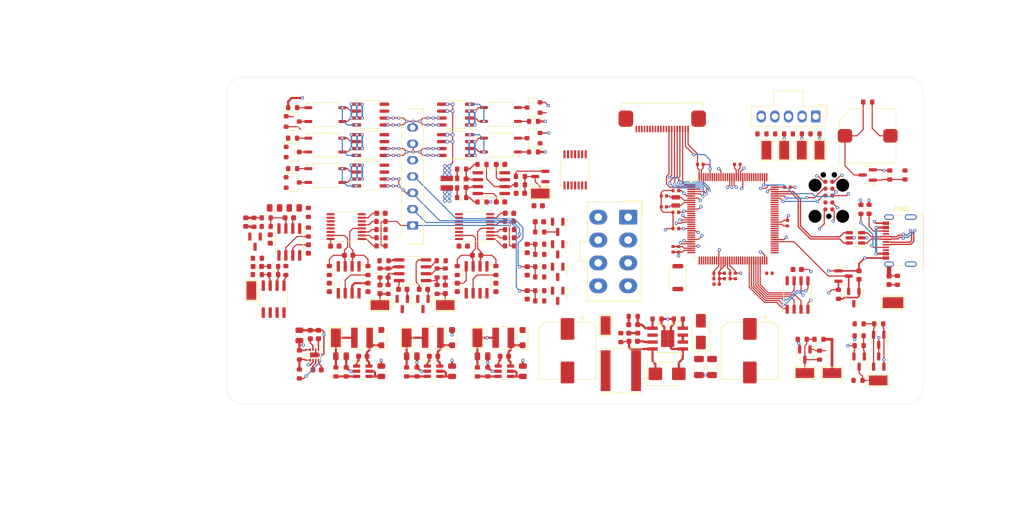
<source format=kicad_pcb>
(kicad_pcb (version 20240108) (generator "pcbnew") (generator_version "8.0")
  (title_block (comment 4 "AISLER Project ID: QLDQLHVY"))
  (layers (0 "F.Cu" signal) (1 "In1.Cu" signal) (2 "In2.Cu" signal) (31 "B.Cu" signal) (34 "B.Paste" user) (35 "F.Paste" user) (36 "B.SilkS" user "B.Silkscreen") (37 "F.SilkS" user "F.Silkscreen") (38 "B.Mask" user) (39 "F.Mask" user) (44 "Edge.Cuts" user))
  (net 0 "")
  (net 1 "GND")
  (net 2 "Net-(C201-Pad1)")
  (net 3 "+12V")
  (net 4 "Net-(U201-BST)")
  (net 5 "Net-(D202-K)")
  (net 6 "Net-(D201-K)")
  (net 7 "Net-(U201-FB)")
  (net 8 "Net-(D205-K)")
  (net 9 "Net-(U202-BS)")
  (net 10 "Net-(U203-BS)")
  (net 11 "Net-(D203-K)")
  (net 12 "Net-(U204-BS)")
  (net 13 "Net-(D204-K)")
  (net 14 "+8V")
  (net 15 "+5V")
  (net 16 "+3V3")
  (net 17 "Net-(U205-C-)")
  (net 18 "Net-(U205-C+)")
  (net 19 "-5V")
  (net 20 "Net-(U205-CPOUT)")
  (net 21 "Net-(U206-VDD)")
  (net 22 "/mcu/~{RESET}")
  (net 23 "VDDA")
  (net 24 "/mcu/LSE_OUT")
  (net 25 "/mcu/LSE_IN")
  (net 26 "/Channel0/_iron_sense")
  (net 27 "/Channel0/_handle_id")
  (net 28 "/Channel0/_stand_sense")
  (net 29 "/Channel0/_tip_change")
  (net 30 "/Channel0/T_{TIP}")
  (net 31 "Net-(R913-Pad2)")
  (net 32 "Net-(U904A--)")
  (net 33 "Net-(U904A-+)")
  (net 34 "/Channel0/I_{LOAD}")
  (net 35 "Net-(F901-Pad1)")
  (net 36 "24V_{AC}")
  (net 37 "/Supply/T_{AMB}")
  (net 38 "/Supply/V_{ANA}")
  (net 39 "/Channel0/iron_sense")
  (net 40 "/Channel0/handle_id")
  (net 41 "/Channel0/stand_sense")
  (net 42 "/Channel0/tip_change")
  (net 43 "/Channel0/I_{LEAK}")
  (net 44 "Earth")
  (net 45 "Net-(Q801A-G)")
  (net 46 "/mcu/DBG_TX")
  (net 47 "/mcu/DBG_RX")
  (net 48 "/mcu/SWDCLK")
  (net 50 "/mcu/SWO")
  (net 51 "/mcu/SWDIO")
  (net 52 "/Display/AUDIO_OUT")
  (net 53 "/Display/GPIO0")
  (net 56 "/Display/QSPI_IO3")
  (net 58 "/Display/SPI_MISO")
  (net 59 "/Display/QSPI_IO2")
  (net 60 "/Display/QSPI_CLK")
  (net 61 "/Display/~{PD}")
  (net 63 "/Display/SPI_MOSI")
  (net 64 "/Display/~{INT}")
  (net 65 "/Display/QSPI_CS")
  (net 66 "/Channel0/TC")
  (net 67 "/Channel0/LOAD")
  (net 68 "/Channel0/COM")
  (net 69 "/External connection/EXT_1")
  (net 70 "Net-(R915-Pad2)")
  (net 71 "/External connection/EXT_2")
  (net 72 "/External connection/EXT_0")
  (net 73 "Net-(R918-Pad2)")
  (net 74 "/External connection/EXT_3")
  (net 75 "Net-(JS201--)")
  (net 76 "VBUS")
  (net 77 "/mcu/_D-")
  (net 78 "/mcu/_D+")
  (net 80 "Net-(P301-CC2)")
  (net 81 "Net-(P301-SHIELD)")
  (net 83 "Net-(Q201-G)")
  (net 84 "Net-(Q202-B)")
  (net 85 "/Supply/ZCD")
  (net 86 "Net-(Q203-E)")
  (net 87 "Net-(Q203-C)")
  (net 89 "Net-(P301-CC1)")
  (net 90 "Net-(Q801A-S)")
  (net 91 "Net-(Q802A-G)")
  (net 92 "Net-(Q802A-S)")
  (net 93 "Net-(Q803A-G)")
  (net 94 "Net-(Q803A-S)")
  (net 95 "/Channel0/channel_power/LOAD0_SW_HIGH")
  (net 96 "Net-(Q804-C)")
  (net 97 "/Channel0/channel_power/COM_SW_HIGH")
  (net 98 "Net-(Q805-C)")
  (net 99 "Net-(Q806-C)")
  (net 100 "/Channel0/channel_meas/CURRENT")
  (net 101 "Net-(Q807A-G)")
  (net 102 "Net-(Q807A-S)")
  (net 103 "Net-(Q808A-S)")
  (net 104 "/Channel0/LOW_SIDE_LOAD")
  (net 105 "/Channel0/LOW_SIDE_COM")
  (net 106 "Net-(Q808A-G)")
  (net 107 "Net-(Q809-C)")
  (net 108 "Net-(Q810-C)")
  (net 109 "Net-(R925-Pad2)")
  (net 110 "/Channel0/channel_power/LOAD1_SW_HIGH")
  (net 111 "Net-(U201-RON)")
  (net 112 "Net-(U202-FB)")
  (net 113 "Net-(U203-FB)")
  (net 114 "Net-(U204-FB)")
  (net 115 "Net-(U205-VFB)")
  (net 116 "/Supply/Buzzer")
  (net 117 "Net-(R803-Pad2)")
  (net 118 "Net-(R804-Pad2)")
  (net 119 "Net-(R805-Pad2)")
  (net 120 "Net-(U903-3Y0)")
  (net 121 "Net-(U903-3Y1)")
  (net 122 "Net-(U902B-+)")
  (net 123 "Net-(U903-2Y0)")
  (net 124 "Net-(R901-Pad2)")
  (net 125 "Net-(U903-2Y1)")
  (net 126 "Net-(U906A--)")
  (net 128 "Net-(U902B--)")
  (net 129 "Net-(R906-Pad1)")
  (net 130 "Net-(U901A-+)")
  (net 131 "Net-(U902A-+)")
  (net 132 "Net-(U905A--)")
  (net 133 "Net-(U902A--)")
  (net 134 "Net-(R801-Pad2)")
  (net 135 "Net-(R802-Pad2)")
  (net 136 "Net-(R927-Pad1)")
  (net 137 "Net-(R928-Pad3)")
  (net 139 "Net-(U906A-+)")
  (net 141 "/mcu/D-")
  (net 142 "/mcu/D+")
  (net 143 "/mcu/QSPI_IO2")
  (net 144 "/mcu/QSPI_IO0")
  (net 145 "/mcu/QSPI_NCS")
  (net 146 "/mcu/QSPI_IO1")
  (net 147 "/mcu/QSPI_IO3")
  (net 148 "/mcu/QSPI_CLK")
  (net 149 "unconnected-(U302-PD1-Pad109)")
  (net 152 "/mcu/Channel2_iron")
  (net 153 "/mcu/Channel2_LOAD0_SW")
  (net 154 "/mcu/Channel3_LOAD1_SW")
  (net 156 "/Channel0/COM_SW")
  (net 157 "/Channel0/LOAD0_SW")
  (net 160 "/mcu/Channel2_LOW_SIDE_SW")
  (net 161 "/mcu/Channel3_iron")
  (net 162 "/mcu/Channel1_SEL2")
  (net 163 "/mcu/Channel3_I_{LOAD}")
  (net 164 "/Channel0/SEL2")
  (net 165 "/mcu/Channel2_SEL1")
  (net 166 "/mcu/Channel2_I_{LEAK}")
  (net 167 "/mcu/Channel1_I_{LEAK}")
  (net 168 "/mcu/Channel3_T_{TIP}")
  (net 169 "/mcu/Channel1_iron")
  (net 170 "/mcu/Channel3_stand")
  (net 171 "/mcu/Channel3_tip")
  (net 172 "/mcu/Channel1_SEL1")
  (net 173 "/mcu/Channel3_SEL3")
  (net 174 "/Channel0/SEL1")
  (net 175 "/mcu/Channel1_stand")
  (net 176 "/mcu/Channel3_SEL2")
  (net 177 "/mcu/Channel3_SEL1")
  (net 179 "/mcu/Channel3_I_{LEAK}")
  (net 180 "/mcu/Channel3_LOAD0_SW")
  (net 181 "/mcu/Channel3_COM_SW")
  (net 183 "/mcu/Channel3_LOW_SIDE_SW")
  (net 185 "/mcu/Channel2_SEL3")
  (net 186 "/mcu/Channel1_tip")
  (net 187 "/Channel0/LOAD1_SW")
  (net 189 "/mcu/Channel1_LOAD0_SW")
  (net 190 "/mcu/Channel2_I_{LOAD}")
  (net 191 "/mcu/Channel1_LOW_SIDE_SW")
  (net 192 "/mcu/Channel1_COM_SW")
  (net 193 "/mcu/Channel1_handle")
  (net 194 "/mcu/Channel2_stand")
  (net 195 "/Channel0/SEL3")
  (net 196 "/mcu/Channel2_handle")
  (net 197 "/mcu/Channel2_SEL2")
  (net 198 "/mcu/Channel3_handle")
  (net 199 "/mcu/Channel1_T_{TIP}")
  (net 200 "/mcu/Channel2_COM_SW")
  (net 203 "/mcu/Channel2_T_{TIP}")
  (net 204 "/mcu/Channel2_tip")
  (net 208 "/mcu/Channel1_LOAD1_SW")
  (net 209 "/mcu/Channel1_SEL3")
  (net 210 "/mcu/Channel2_LOAD1_SW")
  (net 211 "/mcu/Channel1_I_{LOAD}")
  (net 216 "/Channel0/channel_meas/T_{TIP}_{b}")
  (net 220 "Net-(U905A-+)")
  (net 227 "Net-(R903-Pad2)")
  (net 228 "Net-(U908-3Y0)")
  (net 229 "Net-(U908-3Y1)")
  (net 230 "Net-(U907B-+)")
  (net 231 "Net-(U908-2Y0)")
  (net 232 "Net-(R935-Pad1)")
  (net 233 "Net-(U908-2Y1)")
  (net 237 "Net-(U907B--)")
  (net 245 "Net-(U901A--)")
  (net 246 "/Channel0/channel_meas/T_{TIP}_{a}")
  (footprint "Capacitor_SMD:C_0603_1608Metric" (layer "F.Cu") (at 140 101.25)
    (property "Reference" "C208" (hide yes))
    (property "Value" "10n")
  )
  (footprint "Capacitor_SMD:C_0603_1608Metric" (layer "F.Cu") (at 110 79.7 -90)
    (property "Reference" "C910" (hide yes))
    (property "Value" "100n")
  )
  (footprint "Resistor_SMD:R_0603_1608Metric" (layer "F.Cu") (at 206.825 60.4)
    (property "Reference" "R502" (hide yes))
    (property "Value" "4k7")
  )
  (footprint "TestPoint:TestPoint_Keystone_5015_Micro-Minature" (layer "F.Cu") (at 130.15 91.85 180)
    (property "Reference" "TP901" (hide yes))
    (property "Value" "T_{TIP}")
  )
  (footprint "Package_SO:TSSOP-14_4.4x5mm_P0.65mm" (layer "F.Cu") (at 166 67 90)
    (property "Reference" "U701" (hide yes))
    (property "Value" "SN74LVC125A")
  )
  (footprint "Resistor_SMD:R_0603_1608Metric" (layer "F.Cu") (at 141.4 83.7 180)
    (property "Reference" "R933" (hide yes))
    (property "Value" "2k7")
  )
  (footprint "Resistor_SMD:R_0603_1608Metric" (layer "F.Cu") (at 144.35 85.5 -90)
    (property "Reference" "R938" (hide yes))
    (property "Value" "590k")
  )
  (footprint "mylib_ic:SOP-4_3.8x4.1mm_P2.54mm" (layer "F.Cu") (at 152.365 62.45 180)
    (property "Reference" "U804" (hide yes))
    (property "Value" "VOM1271")
  )
  (footprint "Resistor_SMD:R_0603_1608Metric" (layer "F.Cu") (at 219.75 54.55)
    (property "Reference" "R212" (hide yes))
    (property "Value" "4k7")
  )
  (footprint "Package_SO:SOP-8_3.9x4.9mm_P1.27mm" (layer "F.Cu") (at 206.865 90 90)
    (property "Reference" "U303" (hide yes))
    (property "Value" "MX25R3235FM1xx0")
  )
  (footprint "Package_TO_SOT_SMD:SOT-23" (layer "F.Cu") (at 162.8 90.1375 -90)
    (property "Reference" "D604" (hide yes))
    (property "Value" "BAT54SFILM")
  )
  (footprint "Capacitor_SMD:C_0603_1608Metric" (layer "F.Cu") (at 142.15 88.95 90)
    (property "Reference" "C917" (hide yes))
    (property "Value" "1n")
  )
  (footprint "Resistor_SMD:R_0603_1608Metric" (layer "F.Cu") (at 225.2 87.3 -90)
    (property "Reference" "R303" (hide yes))
    (property "Value" "1M")
  )
  (footprint "Capacitor_SMD:C_0603_1608Metric" (layer "F.Cu") (at 118.85 97.25 90)
    (property "Reference" "C217" (hide yes))
    (property "Value" "4u7")
  )
  (footprint "Resistor_SMD:R_0603_1608Metric" (layer "F.Cu") (at 226.6 67.95 -90)
    (property "Reference" "R215" (hide yes))
    (property "Value" "100")
  )
  (footprint "Capacitor_SMD:C_0603_1608Metric" (layer "F.Cu") (at 118.6 103.75 180)
    (property "Reference" "C218" (hide yes))
    (property "Value" "1u")
  )
  (footprint "Diode_SMD:D_SOD-123F" (layer "F.Cu") (at 156.35 97.8275 90)
    (property "Reference" "D204" (hide yes))
    (property "Value" "SMD16PL-TP")
  )
  (footprint "Package_TO_SOT_SMD:SC-59" (layer "F.Cu") (at 158.365 61.18 180)
    (property "Reference" "Q809" (hide yes))
    (property "Value" "DTD123EK")
  )
  (footprint "TestPoint:TestPoint_Keystone_5015_Micro-Minature" (layer "F.Cu") (at 148.05 97.85 90)
    (property "Reference" "TP206" (hide yes))
    (property "Value" "3V3" (hide yes))
  )
  (footprint "Resistor_SMD:R_0603_1608Metric" (layer "F.Cu") (at 115.35 101 -90)
    (property "Reference" "R211" (hide yes))
    (property "Value" "215k")
  )
  (footprint "Capacitor_SMD:C_0805_2012Metric" (layer "F.Cu") (at 149 101.25 180)
    (property "Reference" "C216" (hide yes))
    (property "Value" "22u")
  )
  (footprint "Inductor_SMD:L_Taiyo-Yuden_NR-40xx" (layer "F.Cu") (at 126.85 97.85 180)
    (property "Reference" "L203" (hide yes))
    (property "Value" "3u3")
  )
  (footprint "Resistor_SMD:R_0603_1608Metric" (layer "F.Cu") (at 153.9375 77.98 180)
    (property "Reference" "R932" (hide yes))
    (property "Value" "22k6")
  )
  (footprint "Resistor_SMD:R_0603_1608Metric" (layer "F.Cu") (at 218.5 74.25 -90)
    (property "Reference" "R301" (hide yes))
    (property "Value" "0")
  )
  (footprint "Resistor_SMD:R_0603_1608Metric" (layer "F.Cu") (at 159.5 89.2 180)
    (property "Reference" "R601" (hide yes))
    (property "Value" "4k7")
  )
  (footprint "Resistor_SMD:R_0603_1608Metric" (layer "F.Cu") (at 158.365 58.1 180)
    (property "Reference" "R805" (hide yes))
    (property "Value" "470")
  )
  (footprint "Resistor_SMD:R_0603_1608Metric" (layer "F.Cu") (at 109.25 75.8125 180)
    (property "Reference" "R920" (hide yes))
    (property "Value" "4k75")
  )
  (footprint "Package_TO_SOT_SMD:SOT-23" (layer "F.Cu") (at 107.2 80.2 -90)
    (property "Reference" "D902" (hide yes))
    (property "Value" "BAT54SFILM")
  )
  (footprint "Capacitor_SMD:C_0603_1608Metric" (layer "F.Cu") (at 121.8575 81.005)
    (property "Reference" "C905" (hide yes))
    (property "Value" "1u")
  )
  (footprint "Package_SO:TI_SO-PowerPAD-8" (layer "F.Cu") (at 183 98 180)
    (property "Reference" "U201" (hide yes))
    (property "Value" "LM5012")
  )
  (footprint "Package_TO_SOT_SMD:SOT-23" (layer "F.Cu") (at 219.7625 67.95 180)
    (property "Reference" "Q201" (hide yes))
    (property "Value" "T2N7002AK")
  )
  (footprint "Resistor_SMD:R_0402_1005Metric" (layer "F.Cu") (at 195.45 86.5 -90)
    (property "Reference" "C304" (hide yes))
    (property "Value" "100n")
  )
  (footprint "Connector_Molex:Molex_Mini-Fit_Jr_5566-08A_2x04_P4.20mm_Vertical" (layer "F.Cu") (at 175.75 75.7 -90)
    (property "Reference" "J201" (hide yes))
    (property "Value" "Conn_02x04_Counter_Clockwise")
  )
  (footprint "Resistor_SMD:R_0603_1608Metric" (layer "F.Cu") (at 140.65 88.95 -90)
    (property "Reference" "R935" (hide yes))
    (property "Value" "2k2")
  )
  (footprint "Resistor_SMD:R_0603_1608Metric" (layer "F.Cu") (at 218.175 97.4875 180)
    (property "Reference" "R217" (hide yes))
    (property "Value" "10k")
  )
  (footprint "Package_TO_SOT_SMD:SOT-23" (layer "F.Cu") (at 221.775 98.225 -90)
    (property "Reference" "Q203" (hide yes))
    (property "Value" "BC847A")
  )
  (footprint "Capacitor_SMD:C_0603_1608Metric" (layer "F.Cu") (at 127 101.25)
    (property "Reference" "C209" (hide yes))
    (property "Value" "10n")
  )
  (footprint "Capacitor_SMD:C_0805_2012Metric" (layer "F.Cu") (at 156.4 104 90)
    (property "Reference" "C213" (hide yes))
    (property "Value" "10u")
  )
  (footprint "Resistor_SMD:R_0603_1608Metric" (layer "F.Cu") (at 218.175 95.2875)
    (property "Reference" "R222" (hide yes))
    (property "Value" "22k")
  )
  (footprint "Capacitor_SMD:C_0603_1608Metric" (layer "F.Cu") (at 153 101.25)
    (property "Reference" "C210" (hide yes))
    (property "Value" "10n")
  )
  (footprint "Resistor_SMD:R_0603_1608Metric" (layer "F.Cu") (at 112.865 85.5 -90)
    (property "Reference" "R917" (hide yes))
    (property "Value" "10k")
  )
  (footprint "Capacitor_SMD:C_0402_1005Metric" (layer "F.Cu") (at 182.3 73.8 180)
    (property "Reference" "C317" (hide yes))
    (property "Value" "9p")
  )
  (footprint "Capacitor_SMD:C_0603_1608Metric" (layer "F.Cu") (at 152.3 72.9)
    (property "Reference" "C914" (hide yes))
    (property "Value" "100n")
  )
  (footprint "Resistor_SMD:R_0603_1608Metric" (layer "F.Cu") (at 109.25 77.4 180)
    (property "Reference" "R923" (hide yes))
    (property "Value" "200k")
  )
  (footprint "Resistor_SMD:R_0603_1608Metric" (layer "F.Cu") (at 130.15 85.95 -90)
    (property "Reference" "R912" (hide yes))
    (property "Value" "2k7")
  )
  (footprint "Package_SO:TSSOP-16_4.4x5mm_P0.65mm" (layer "F.Cu") (at 147.5375 77.43 180)
    (property "Reference" "U908" (hide yes))
    (property "Value" "74hc4053")
  )
  (footprint "Resistor_SMD:R_0603_1608Metric" (layer "F.Cu") (at 153.9375 79.48 180)
    (property "Reference" "R934" (hide yes))
    (property "Value" "22k6")
  )
  (footprint "Resistor_SMD:R_0402_1005Metric" (layer "F.Cu") (at 184.5 77.8 180)
    (property "Reference" "C319" (hide yes))
    (property "Value" "100n")
  )
  (footprint "Package_SON:WSON-8-1EP_2x2mm_P0.5mm_EP0.9x1.6mm" (layer "F.Cu") (at 118.1 101 -90)
    (property "Reference" "U205" (hide yes))
    (property "Value" "LM27761")
  )
  (footprint "Resistor_SMD:R_0603_1608Metric" (layer "F.Cu") (at 140.65 85.95 -90)
    (property "Reference" "R937" (hide yes))
    (property "Value" "22k6")
  )
  (footprint "Resistor_SMD:R_0603_1608Metric" (layer "F.Cu") (at 136.95 104.125 90)
    (property "Reference" "R208" (hide yes))
    (property "Value" "5k62")
  )
  (footprint "Capacitor_SMD:C_0603_1608Metric" (layer "F.Cu") (at 206.8 85.3)
    (property "Reference" "C316" (hide yes))
    (property "Value" "100n")
  )
  (footprint "Resistor_SMD:R_0603_1608Metric" (layer "F.Cu") (at 135.05 104.125 -90)
    (property "Reference" "R205" (hide yes))
    (property "Value" "49k9")
  )
  (footprint "TestPoint:TestPoint_Keystone_5015_Micro-Minature" (layer "F.Cu") (at 213.2 104.33125)
    (property "Reference" "TP201" (hide yes))
    (property "Value" "24V~" (hide yes))
  )
  (footprint "Capacitor_SMD:C_0603_1608Metric" (layer "F.Cu") (at 113.5 75.8125 180)
    (property "Reference" "C908" (hide yes))
    (property "Value" "47p")
  )
  (footprint "TestPoint:TestPoint_Keystone_5015_Micro-Minature" (layer "F.Cu") (at 171.6 95.6 90)
    (property "Reference" "TP202" (hide yes))
    (property "Value" "12V" (hide yes))
  )
  (footprint "Capacitor_SMD:C_0603_1608Metric" (layer "F.Cu") (at 130.15 88.95 90)
    (property "Reference" "C903" (hide yes))
    (property "Value" "1n")
  )
  (footprint "Package_TO_SOT_SMD:SOT-23-3" (layer "F.Cu") (at 217.2 90.4625 -90)
    (property "Reference" "U206" (hide yes))
    (property "Value" "MCP9701T-E/TT")
  )
  (footprint "Inductor_SMD:L_0402_1005Metric" (layer "F.Cu") (at 192.005 88)
    (property "Reference" "L301" (hide yes))
    (property "Value" "600R@100MHz")
  )
  (footprint "Resistor_SMD:R_0603_1608Metric" (layer "F.Cu") (at 210.8 98.13125 180)
    (property "Reference" "R220" (hide yes))
    (property "Value" "1M")
  )
  (footprint "Resistor_SMD:R_0603_1608Metric" (layer "F.Cu") (at 159.5 80.6625 180)
    (property "Reference" "R604" (hide yes))
    (property "Value" "4k7")
  )
  (footprint "Resistor_SMD:R_0603_1608Metric" (layer "F.Cu") (at 117 78.425 -90)
    (property "Reference" "R913" (hide yes))
    (property "Value" "200k")
  )
  (footprint "Resistor_SMD:R_0603_1608Metric" (layer "F.Cu") (at 114.115 55.58)
    (property "Reference" "R802" (hide yes))
    (property "Value" "470")
  )
  (footprint "Capacitor_SMD:C_0603_1608Metric" (layer "F.Cu") (at 155.95 71.3 180)
    (property "Reference" "C913" (hide yes))
    (property "Value" "1n")
  )
  (footprint "Resistor_SMD:R_0603_1608Metric" (layer "F.Cu") (at 131.65 88.95 -90)
    (property "Reference" "R906" (hide yes))
    (property "Value" "2k2")
  )
  (footprint "Package_TO_SOT_SMD:SOT-23-6" (layer "F.Cu") (at 153 104)
    (property "Reference" "U204" (hide yes))
    (property "Value" "AP3211K")
  )
  (footprint "Package_TO_SOT_SMD:SOT-23" (layer "F.Cu") (at 162.8 85.7375 -90)
    (property "Reference" "D606" (hide yes))
    (property "Value" "BAT54SFILM")
  )
  (footprint "Capacitor_SMD:C_0603_1608Metric" (layer "F.Cu") (at 127.95 88.6 -90)
    (property "Reference" "C901" (hide yes))
    (property "Value" "100n")
  )
  (footprint "Package_SO:SOIC-8_3.9x4.9mm_P1.27mm" (layer "F.Cu") (at 124.4 87.2 -90)
    (property "Reference" "U901" (hide yes))
    (property "Value" "OPA202")
  )
  (footprint "mylib_connector:TC-2050" (layer "F.Cu") (at 212.615 75.54 90)
    (property "Reference" "J301" (hide yes))
    (property "Value" "TC-2050")
  )
  (footprint "TestPoint:TestPoint_Keystone_5015_Micro-Minature" (layer "F.Cu") (at 221.6875 105.6875 180)
    (property "Reference" "TP207" (hide yes))
    (property "Value" "ZCD" (hide yes))
  )
  (footprint "Capacitor_SMD:C_0603_1608Metric" (layer "F.Cu") (at 151.45 88.6 -90)
    (property "Reference" "C915" (hide yes))
    (property "Value" "100n")
  )
  (footprint "Resistor_SMD:R_0603_1608Metric" (layer "F.Cu") (at 200.325 60.4)
    (property "Reference" "R504" (hide yes))
    (property "Value" "4k7")
  )
  (footprint "Capacitor_SMD:C_0603_1608Metric" (layer "F.Cu") (at 117 81.55 -90)
    (property "Reference" "C907" (hide yes))
    (property "Value" "100n")
  )
  (footprint "Package_SO:SO-8_3.9x4.9mm_P1.27mm" (layer "F.Cu") (at 128.39 62.45)
    (property "Reference" "Q801" (hide yes))
    (property "Value" "Q_Dual_NMOS")
  )
  (footprint "Capacitor_SMD:C_0805_2012Metric" (layer "F.Cu") (at 115.35 97.425 90)
    (property "Reference" "C219" (hide yes))
    (property "Value" "10u")
  )
  (footprint "Resistor_SMD:R_0603_1608Metric" (layer "F.Cu") (at 130.345 77.98 180)
    (property "Reference" "R909" (hide yes))
    (property "Value" "22k6")
  )
  (footprint "Resistor_SMD:R_0603_1608Metric" (layer "F.Cu") (at 130.9 83.7)
    (property "Reference" "R904" (hide yes))
    (property "Value" "2k7")
  )
  (footprint "Diode_SMD:D_SMB" (layer "F.Cu") (at 182.9 104.475)
    (property "Reference" "D202" (hide yes))
    (property "Value" "B380B-13-F")
  )
  (footprint "Resistor_SMD:R_0402_1005Metric" (layer "F.Cu") (at 193.95 87)
    (property "Reference" "C314" (hide yes))
    (property "Value" "100n")
  )
  (footprint "Resistor_SMD:R_0603_1608Metric" (layer "F.Cu") (at 221.775 95.2875)
    (property "Reference" "R224" (hide yes))
    (property "Value" "1M")
  )
  (footprint "Resistor_SMD:R_0603_1608Metric" (layer "F.Cu") (at 210.9 101.04375 90)
    (property "Reference" "R223" (hide yes))
    (property "Value" "100k")
  )
  (footprint "Package_TO_SOT_SMD:SC-59" (layer "F.Cu") (at 114.115 58.12)
    (property "Reference" "Q805" (hide yes))
    (property "Value" "DTD123EK")
  )
  (footprint "TestPoint:TestPoint_Keystone_5015_Micro-Minature" (layer "F.Cu") (at 122.05 97.85 90)
    (property "Reference" "TP205" (hide yes))
    (property "Value" "5V" (hide yes))
  )
  (footprint "Resistor_SMD:R_0603_1608Metric" (layer "F.Cu") (at 107 76.6375 -90)
    (property "Reference" "R922" (hide yes))
    (property "Value" "1M")
  )
  (footprint "Resistor_SMD:R_0402_1005Metric" (layer "F.Cu") (at 192 86)
    (property "Reference" "C311" (hide yes))
    (property "Value" "10n")
  )
  (footprint "Resistor_SMD:R_0402_1005Metric" (layer "F.Cu") (at 201.7 86)
    (property "Reference" "C305" (hide yes))
    (property "Value" "100n")
  )
  (footprint "Resistor_SMD:R_0402_1005Metric" (layer "F.Cu") (at 205 76.8 -90)
    (property "Reference" "C306" (hide yes))
    (property "Value" "100n")
  )
  (footprint "Package_SO:SOIC-8_3.9x4.9mm_P1.27mm" (layer "F.Cu") (at 113.5 80.25 -90)
    (property "Reference" "U904" (hide yes))
    (property "Value" "OPA202")
  )
  (footprint "Resistor_SMD:R_0402_1005Metric" (layer "F.Cu") (at 189 66)
    (property "Reference" "C301" (hide yes))
    (property "Value" "100n")
  )
  (footprint "Resistor_SMD:R_0603_1608Metric" (layer "F.Cu") (at 142.15 85.95 -90)
    (property "Reference" "R939" (hide yes))
    (property "Value" "2k7")
  )
  (footprint "Capacitor_SMD:C_0603_1608Metric" (layer "F.Cu") (at 157.2 81.4375 -90)
    (property "Reference" "C603" (hide yes))
    (property "Value" "100n")
  )
  (footprint "Resistor_SMD:R_0402_1005Metric" (layer "F.Cu") (at 184.5 70.8 180)
    (property "Reference" "C310" (hide yes))
    (property "Value" "100n")
  )
  (footprint "Resistor_SMD:R_0603_1608Metric" (layer "F.Cu") (at 123.95 104.125 90)
    (property "Reference" "R209" (hide yes))
    (property "Value" "9k53")
  )
  (footprint "Capacitor_SMD:C_0603_1608Metric" (layer "F.Cu") (at 218.15 86.3375 90)
    (property "Reference" "C221" (hide yes))
    (property "Value" "1u")
  )
  (footprint "TestPoint:TestPoint_Keystone_5015_Micro-Minature" (layer "F.Cu") (at 208.2 104.33125)
    (property "Reference" "TP208" (hide yes))
    (property "Value" "V_{ANA}" (hide yes))
  )
  (footprint "Resistor_SMD:R_0603_1608Metric" (layer "F.Cu") (at 217.975 105.6875 180)
    (property "Reference" "R218" (hide yes))
    (property "Value" "10k")
  )
  (footprint "Resistor_SMD:R_Shunt_Vishay_WSKW0612" (layer "F.Cu") (at 143 69.45)
    (property "Reference" "R928" (hide yes))
    (property "Value" "5m")
  )
  (footprint "Package_SO:SO-8_3.9x4.9mm_P1.27mm" (layer "F.Cu") (at 144.09 56.85 180)
    (property "Reference" "Q808" (hide yes))
    (property "Value" "Q_Dual_NMOS")
  )
  (footprint "Diode_SMD:D_SMA" (layer "F.Cu") (at 189.1025 96.725 90)
    (property "Reference" "D201" (hide yes))
    (property "Value" "STPS2H100A")
  )
  (footprint "Capacitor_SMD:C_0603_1608Metric" (layer "F.Cu") (at 157.2 85.575 -90)
    (property "Reference" "C604" (hide yes))
    (property "Value" "100n")
  )
  (footprint "Capacitor_SMD:C_0603_1608Metric" (layer "F.Cu") (at 157.2 89.975 -90)
    (property "Reference" "C602" (hide yes))
    (property "Value" "100n")
  )
  (footprint "Package_TO_SOT_SMD:SOT-23" (layer "F.Cu") (at 134.25 91.65 -90)
    (property "Reference" "D901" (hide yes))
    (property "Value" "BAT54SFILM")
  )
  (footprint "Resistor_SMD:R_0603_1608Metric" (layer "F.Cu") (at 155.95 68.225)
    (property "Reference" "R926" (hide yes))
    (property "Value" "3k3")
  )
  (footprint "mylib_connector:USB_C_Receptacle_Molex_C_24P_SMD_RA" (layer "F.Cu") (at 223.095 80 90)
    (property "Reference" "P301")
    (property "Value" "USB_C_Plug_USB2.0")
  )
  (footprint "Package_SO:SOIC-8_3.9x4.9mm_P1.27mm" (layer "F.Cu") (at 136.15 85.45 180)
    (property "Reference" "U902" (hide yes))
    (property "Value" "LM358B")
  )
  (footprint "Diode_SMD:D_SOD-123F" (layer "F.Cu") (at 130.4 97.8275 90)
    (property "Reference" "D203" (hide yes))
    (property "Value" "SMD16PL-TP")
  )
  (footprint "Capacitor_SMD:C_0603_1608Metric" (layer "F.Cu") (at 177.5 96.225 90)
    (property "Reference" "C207" (hide yes))
    (property "Value" "56p")
  )
  (footprint "Capacitor_SMD:C_0603_1608Metric" (layer "F.Cu") (at 176.675 98.5)
    (property "Reference" "C202" (hide yes))
    (property "Value" "2n2")
  )
  (footprint "Resistor_SMD:R_0603_1608Metric" (layer "F.Cu") (at 115.35 104.5 -90)
    (property "Reference" "R213" (hide yes))
    (property "Value" "69k")
  )
  (footprint "TestPoint:TestPoint_Keystone_5015_Micro-Minature" (layer "F.Cu") (at 106.525 89.175 90)
    (property "Reference" "TP902" (hide yes))
    (property "Value" "I_{LEAK}")
  )
  (footprint "Resistor_SMD:R_0603_1608Metric" (layer "F.Cu") (at 114.115 61.18)
    (property "Reference" "R801" (hide yes))
    (property "Value" "470")
  )
  (footprint "TestPoint:TestPoint_Keystone_5015_Micro-Minature" (layer "F.Cu") (at 201.15 63.4 90)
    (property "Reference" "TP501" (hide yes))
    (property "Value" "EXT2" (hide yes))
  )
  (footprint "Connector_Molex:Molex_Nano-Fit_105309-xx05_1x05_P2.50mm_Vertical" (layer "F.Cu") (at 210.2 57.2 -90)
    (property "Reference" "J501" (hide yes))
    (property "Value" "Conn_01x05")
  )
  (footprint "TestPoint:TestPoint_Keystone_5015_Micro-Minature" (layer "F.Cu") (at 204.4 63.4 -90)
    (property "Reference" "TP502" (hide yes))
    (property "Value" "EXT3" (hide yes))
  )
  (footprint "Resistor_SMD:R_0603_1608Metric" (layer "F.Cu") (at 110.62 84.75)
    (property "Reference" "R924" (hide yes))
    (property "Value" "10k")
  )
  (footprint "Package_TO_SOT_SMD:SOT-23" (layer "F.Cu") (at 159.6 68.225 180)
    (property "Reference" "D903" (hide yes))
    (property "Value" "BAT54SFILM")
  )
  (footprint "Capacitor_SMD:C_0603_1608Metric" (layer "F.Cu") (at 107.62 84.75)
    (property "Reference" "C909" (hide yes))
    (property "Value" "1n")
  )
  (footprint "Resistor_SMD:R_0603_1608Metric" (layer "F.Cu") (at 153.9375 80.98 180)
    (property "Reference" "R936" (hide yes))
    (property "Value" "22k6")
  )
  (footprint "mylib_connector:FPC_BOTTOM_20POS_Würth_68712014522" (layer "F.Cu") (at 182 59.5 180)
    (property "Reference" "J401" (hide yes))
    (property "Value" "Conn_01x20")
  )
  (footprint "Package_TO_SOT_SMD:SOT-23" (layer "F.Cu") (at 215.3125 86.5125)
    (property "Reference" "D206" (hide yes))
    (property "Value" "BAT54SFILM")
  )
  (footprint "Package_TO_SOT_SMD:SOT-23" (layer "F.Cu") (at 221.775 102.225 90)
    (property "Reference" "Q204" (hide yes))
    (property "Value" "BC847A")
  )
  (footprint "TestPoint:TestPoint_Keystone_5015_Micro-Minature" (layer "F.Cu") (at 210.9 63.4 -90)
    (property "Reference" "TP504" (hide yes))
    (property "Value" "EXT5" (hide yes))
  )
  (footprint "Package_TO_SOT_SMD:SOT-23" (layer "F.Cu") (at 162.8 81.6 -90)
    (property "Reference" "D605" (hide yes))
    (property "Value" "BAT54SFILM")
  )
  (footprint "Package_TO_SOT_SMD:SC-59" (layer "F.Cu") (at 114.115 69.32)
    (property "Reference" "Q806" (hide yes))
    (property "Value" "DTD123EK")
  )
  (footprint "Resistor_SMD:R_0402_1005Metric" (layer "F.Cu") (at 193.95 86)
    (property "Reference" "C313" (hide yes))
    (property "Value" "1u")
  )
  (footprint "Package_TO_SOT_SMD:SOT-23-6" (layer "F.Cu") (at 217.5 79.5 180)
    (property "Reference" "U301" (hide yes))
    (property "Value" "USBLC6-2SC6")
  )
  (footprint "Package_SO:SO-8_3.9x4.9mm_P1.27mm" (layer "F.Cu") (at 128.39 56.85)
    (property "Reference" "Q802" (hide yes))
    (property "Value" "Q_Dual_NMOS")
  )
  (footprint "Resistor_SMD:R_0603_1608Metric" (layer "F.Cu") (at 130.345 80.98 180)
    (property "Reference" "R902" (hide yes))
    (property "Value" "22k6")
  )
  (footprint "Capacitor_SMD:C_0603_1608Metric" (layer "F.Cu") (at 159.225 73.6)
    (property "Reference" "C701" (hide yes))
    (property "Value" "100n")
  )
  (footprint "Resistor_SMD:R_0603_1608Metric" (layer "F.Cu") (at 107.62 83.25 180)
    (property "Reference" "R916" (hide yes))
    (property "Value" "3k3")
  )
  (footprint "Button_Switch_SMD:SW_Push_SPST_NO_Alps_SKRK" (layer "F.Cu") (at 184.87 86.8 90)
    (property "Reference" "SW301" (hide yes))
    (property "Value" "SW_Push")
  )
  (footprint "Package_SO:TSSOP-16_4.4x5mm_P0.65mm" (layer "F.Cu") (at 123.945 77.43 180)
    (property "Reference" "U903" (hide yes))
    (property "Value" "74hc4053")
  )
  (footprint "Capacitor_SMD:CP_Elec_10x10" (layer "F.Cu") (at 198.1025 100.225 -90)
    (property "Reference" "C203" (hide yes))
    (property "Value" "22u")
  )
  (footprint "Resistor_SMD:R_0805_2012Metric" (layer "F.Cu") (at 110.8 74 180)
    (property "Reference" "R919" (hide yes))
    (property "Value" "220m")
  )
  (footprint "Resistor_SMD:R_0805_2012Metric" (layer "F.Cu") (at 114.4 74 180)
    (property "Reference" "R915" (hide yes))
    (property "Value" "220m")
  )
  (footprint "Capacitor_SMD:C_0603_1608Metric" (layer "F.Cu") (at 138.1375 88.95)
    (property "Reference" "C921" (hide yes))
    (property "Value" "100n")
  )
  (footprint "Resistor_SMD:R_0603_1608Metric" (layer "F.Cu") (at 174.4 97.825 -90)
    (property "Reference" "R201" (hide yes))
    (property "Value" "453k")
  )
  (footprint "Resistor_SMD:R_0603_1608Metric" (layer "F.Cu") (at 158.365 63.72 180)
    (property "Reference" "R804" (hide yes))
    (property "Value" "470")
  )
  (footprint "Package_TO_SOT_SMD:SOT-23" (layer "F.Cu") (at 162.8 77.475 -90)
    (property "Reference" "D603" (hide yes))
    (property "Value" "BAT54SFILM")
  )
  (footprint "Resistor_SMD:R_0603_1608Metric" (layer "F.Cu") (at 107.62 86.25)
    (property "Reference" "R918" (hide yes))
    (property "Value" "3k3")
  )
  (footprint "Resistor_SMD:R_0603_1608Metric" (layer "F.Cu") (at 127.95 85.5 -90)
    (property "Reference" "R901" (hide yes))
    (property "Value" "590k")
  )
  (footprint "Resistor_SMD:R_0402_1005Metric" (layer "F.Cu") (at 185 81.6 90)
    (property "Reference" "C303" (hide yes))
    (property "Value" "100n")
  )
  (footprint "Capacitor_SMD:C_0603_1608Metric" (layer "F.Cu") (at 152.3 66)
    (property "Reference" "C911" (hide yes))
    (property "Value" "100n")
  )
  (footprint "TestPoint:TestPoint_Keystone_5015_Micro-Minature" (layer "F.Cu") (at 135.05 97.85 90)
    (property "Reference" "TP204" (hide yes))
    (property "Value" "8V" (hide yes))
  )
  (footprint "Package_SO:SOIC-8_3.9x4.9mm_P1.27mm" (layer "F.Cu") (at 147.9 87.2 -90)
    (property "Reference" "U906" (hide yes))
    (property "Value" "OPA202")
  )
  (footprint "TestPoint:TestPoint_Keystone_5015_Micro-Minature" (layer "F.Cu") (at 159.6 71.35 180)
    (property "Reference" "TP903" (hide yes))
    (property "Value" "I_{LOAD}")
  )
  (footprint "Resistor_SMD:R_0603_1608Metric" (layer "F.Cu") (at 130.345 79.48 180)
    (property "Reference" "R905" (hide yes))
    (property "Value" "22k6")
  )
  (footprint "Capacitor_SMD:C_0603_1608Metric" (layer "F.Cu") (at 124.4 82.7 180)
    (property "Reference" "C902" (hide yes))
    (property "Value" "47p")
  )
  (footprint "mylib_ic:SOP-4_3.8x4.1mm_P2.54mm" (layer "F.Cu") (at 120.115 62.45)
    (property "Reference" "U801" (hide yes))
    (property "Value" "VOM1271")
  )
  (footprint "Capacitor_SMD:C_0603_1608Metric" (layer "F.Cu") (at 145.45 81.005)
    (property "Reference" "C919" (hide yes))
    (property "Value" "1u")
  )
  (footprint "Resistor_SMD:R_0603_1608Metric" (layer "F.Cu") (at 223.8 67.95 90)
    (property "Reference" "R216" (hide yes))
    (property "Value" "4k7")
  )
  (footprint "Capacitor_SMD:C_0603_1608Metric" (layer "F.Cu") (at 134.3375 88.95)
    (property "Reference" "C922" (hide yes))
    (property "Value" "100n")
  )
  (footprint "Resistor_SMD:R_0603_1608Metric" (layer "F.Cu") (at 214.375 89.8625 90)
    (property "Reference" "R219" (hide yes))
    (property "Value" "200")
  )
  (footprint "Capacitor_SMD:C_0603_1608Metric" (layer "F.Cu") (at 175.85 96.225 90)
    (property "Reference" "C201" (hide yes))
    (property "Value" "3n3")
  )
  (footprint "Fuse:Fuse_0603_1608Metric" (layer "F.Cu") (at 105.5 76.6 -90)
    (property "Reference" "F901" (hide yes))
    (property "Value" "1.25A")
  )
  (footprint "Capacitor_SMD:C_0603_1608Metric" (layer "F.Cu") (at 130.345 74.98)
    (property "Reference" "C906" (hide yes))
    (property "Value" "1u")
  )
  (footprint "Inductor_SMD:L_Taiyo-Yuden_NR-40xx" (layer "F.Cu") (at 139.85 97.85 180)
    (property "Reference" "L202" (hide yes))
    (property "Value" "1u5")
  )
  (footprint "Capacitor_SMD:C_1206_3216Metric" (layer "F.Cu") (at 188.75 103.225 -90)
    (property "Reference" "C204" (hide yes))
    (property "Value" "2u2")
  )
  (footprint "Capacitor_SMD:C_0603_1608Metric" (layer "F.Cu") (at 144.35 88.6 -90)
    (property "Reference" "C918" (hide yes))
    (property "Value" "100n")
  )
  (footprint "mylib_ic:SMI-1027-T-5V-R" (layer "F.Cu") (at 219.75 60.75)
    (property "Reference" "JS201" (hide yes))
    (property "Value" "SMI-1027-T-5V-R")
  )
  (footprint "Resistor_SMD:R_0603_1608Metric" (layer "F.Cu") (at 176.675 93.925)
    (property "Reference" "R202" (hide yes))
    (property "Value" "453k")
  )
  (footprint "Package_TO_SOT_SMD:SC-59" (layer "F.Cu") (at 158.365 55.56 180)
    (property "Reference" "Q810" (hide yes))
    (property "Value" "DTD123EK")
  )
  (footprint "Package_TO_SOT_SMD:SOT-23" (layer "F.Cu") (at 208.2 100.93125 -90)
    (property "Reference" "D207" (hide yes))
    (property "Value" "BAT54SFILM")
  )
  (footprint "Package_TO_SOT_SMD:SOT-23" (layer "F.Cu") (at 138.05 91.65 -90)
    (property "Reference" "D904" (hide yes))
    (property "Value" "BAT54SFILM")
  )
  (footprint "Resistor_SMD:R_0603_1608Metric" (layer "F.Cu") (at 159.5 82.5375 180)
    (property "Reference" "R606" (hide yes))
    (property "Value" "4k7")
  )
  (footprint "Resistor_SMD:R_0603_1608Metric" (layer "F.Cu") (at 114.115 66.78)
    (property "Reference" "R803" (hide yes))
    (property "Value" "470")
  )
  (footprint "Capacitor_SMD:C_0805_2012Metric" (layer "F.Cu") (at 123 101.25 180)
    (property "Reference" "C215" (hide yes))
    (property "Value" "22u")
  )
  (footprint "Resistor_SMD:R_0603_1608Metric" (layer "F.Cu") (at 218.175 99.2875)
    (property "Reference" "R214" (hide yes))
    (property "Value" "10k")
  )
  (footprint "Crystal:Crystal_SMD_MicroCrystal_CC8V-T1A-2Pin_2.0x1.2mm" (layer "F.Cu") (at 184.5 72.8 90)
    (property "Reference" "Y301" (hide yes))
    (property "Value" "32.768 kHz")
  )
  (footprint "Resistor_SMD:R_0603_1608Metric" (layer "F.Cu") (at 153.9375 76.48 180)
    (property "Reference" "R907" (hide yes))
    (property "Value" "22k6")
  )
  (footprint "Package_SO:SO-8_3.9x4.9mm_P1.27mm" (layer "F.Cu") (at 144.09 62.45 180)
    (property "Reference" "Q807" (hide yes))
    (property "Value" "Q_Dual_NMOS")
  )
  (footprint "Diode_SMD:D_SOD-123F" (layer "F.Cu") (at 143.4 97.8275 90)
    (property "Reference" "D205" (hide yes))
    (property "Value" "SMD16PL-TP")
  )
  (footprint "Resistor_SMD:R_0402_1005Metric" (layer "F.Cu") (at 205 70.2)
    (property "Reference" "C307" (hide yes))
    (property "Value" "100n")
  )
  (footprint "Resistor_SMD:R_0603_1608Metric" (layer "F.Cu") (at 181.045 94.4)
    (property "Reference" "R204" (hide yes))
    (property "Value" "49k9")
  )
  (footprint "Capacitor_SMD:C_0603_1608Metric" (layer "F.Cu") (at 153.9375 74.98)
    (property "Reference" "C920" (hide yes))
    (property "Value" "1u")
  )
  (footprint "Capacitor_SMD:C_0603_1608Metric" (layer "F.Cu") (at 120.85 88.6 -90)
    (property "Reference" "C904" (hide yes))
    (property "Value" "100n")
  )
  (footprint "Resistor_SMD:R_0603_1608Metric" (layer "F.Cu") (at 130.345 76.48 180)
    (property "Reference" "R908" (hide yes))
    (property "Value" "22k6")
  )
  (footprint "mylib_ic:SOP-4_3.8x4.1mm_P2.54mm" (layer "F.Cu") (at 120.115 68.05)
    (property "Reference" "U803" (hide yes))
    (property "Value" "VOM1271")
  )
  (footprint "Capacitor_SMD:C_0603_1608Metric" (layer "F.Cu") (at 117.35 97.25 90)
    (property "Reference" "C220" (hide yes))
    (property "Value" "4u7")
  )
  (footprint "Resistor_SMD:R_0603_1608Metric" (layer "F.Cu") (at 203.575 60.4)
    (property "Reference" "R503" (hide yes))
    (property "Value" "4k7")
  )
  (footprint "Resistor_SMD:R_0603_1608Metric" (layer "F.Cu") (at 145.159 66.85)
    (property "Reference" "R927" (hide yes))
    (property "Value" "20k")
  )
  (footprint "Package_TO_SOT_SMD:SOT-23-6" (layer "F.Cu") (at 127 104)
    (property "Reference" "U203" (hide yes))
    (property "Value" "AP3211K")
  )
  (footprint "Resistor_SMD:R_0603_1608Metric" (layer "F.Cu") (at 131.65 85.95 -90)
    (property "Reference" "R910" (hide yes))
    (property "Value" "22k6")
  )
  (footprint "Package_TO_SOT_SMD:SOT-23" (layer "F.Cu") (at 218.175 102.225 -90)
    (property "Reference" "Q202" (hide yes))
    (property "Value" "BC858B")
  )
  (footprint "Capacitor_SMD:C_0603_1608Metric" (layer "F.Cu") (at 223.67 87.3 90)
    (property "Reference" "C315" (hide yes))
    (property "Value" "10n")
  )
  (footprint "Capacitor_SMD:C_0402_1005Metric" (layer "F.Cu") (at 182.3 71.8 180)
    (property "Reference" "C318" (hide yes))
    (property "Value" "9p")
  )
  (footprint "Package_TO_SOT_SMD:SOT-23-6" (layer "F.Cu") (at 140 104)
    (property "Reference" "U202" (hide yes))
    (property "Value" "AP3211K")
  )
  (footprint "Resistor_SMD:R_0603_1608Metric" (layer "F.Cu") (at 148.9 66)
    (property "Reference" "R925" (hide yes))
    (property "Value" "453k")
  )
  (footprint "Resistor_SMD:R_0603_1608Metric" (layer "F.Cu") (at 117 74.825 -90)
    (property "Reference" "R914" (hide yes))
    (property "Value" "4k75")
  )
  (footprint "Capacitor_SMD:C_0805_2012Metric" (layer "F.Cu") (at 143.4 104 90)
    (property "Reference" "C211" (hide yes))
    (property "Value" "10u")
  )
  (footprint "Package_TO_SOT_SMD:SC-59" (layer "F.Cu") (at 114.115 63.72)
    (property "Reference" "Q804" (hide yes))
    (property "Value" "DTD123EK")
  )
  (footprint "Capacitor_SMD:C_0603_1608Metric" (layer "F.Cu") (at 145.984 69.45 -90)
    (property "Reference" "C912" (hide yes))
    (property "Value" "47p")
  )
  (footprint "Capacitor_SMD:C_0603_1608Metric" (layer "F.Cu") (at 159.45 76.5375)
    (property "Reference" "C601" (hide yes))
    (property "Value" "100n")
  )
  (footprint "Resistor_SMD:R_0603_1608Metric" (layer "F.Cu") (at 159.5 91.075 180)
    (property "Reference" "R603" (hide yes))
    (property "Value" "4k7")
  )
  (footprint "Package_SO:SO-8_3.9x4.9mm_P1.27mm" (layer "F.Cu") (at 128.39 68.05)
    (property "Reference" "Q803" (hide yes))
    (property "Value" "Q_Dual_NMOS")
  )
  (footprint "Resistor_SMD:R_0603_1608Metric" (layer "F.Cu") (at 184.955 94.4 180)
    (property "Reference" "R203" (hide yes))
    (property "Value" "100k")
  )
  (footprint "Resistor_SMD:R_0603_1608Metric" (layer "F.Cu") (at 110.62 86.25 180)
    (property "Reference" "R921" (hide yes))
    (property "Value" "187k")
  )
  (footprint "TestPoint:TestPoint_Keystone_5019_Minature" (layer "F.Cu") (at 224.4 91.4)
    (property "Reference" "TP203" (hide yes))
    (property "Value" "GND" (hide yes))
  )
  (footprint "Resistor_SMD:R_0603_1608Metric" (layer "F.Cu") (at 122.05 104.125 -90)
    (property "Reference" "R206" (hide yes))
    (property "Value" "49k9")
  )
  (footprint "Capacitor_SMD:C_0805_2012Metric" (layer "F.Cu") (at 130.4 104 90)
    (property "Reference" "C212" (hide yes))
    (property "Value" "10u")
  )
  (footprint "Resistor_SMD:R_0402_1005Metric" (layer "F.Cu") (at 195.8 66)
    (property "Reference" "C308" (hide yes))
    (property "Value" "100n")
  )
  (footprint "Package_QFP:LQFP-128_14x14mm_P0.4mm" (layer "F.Cu") (at 195 76)
    (property "Reference" "U302" (hide yes))
    (property "Value" "STM32G474QETx")
  )
  (footprint "Resistor_SMD:R_0603_1608Metric" (layer "F.Cu") (at 159.5 78.4125 180)
    (property "Reference" "R602" (hide yes))
    (property "Value" "4k7")
  )
  (footprint "Capacitor_SMD:C_0805_2012Metric" (layer "F.Cu") (at 136 101.25 180)
    (property "Reference" "C214" (hide yes))
    (property "Value" "22u")
  )
  (footprint "Resistor_SMD:R_0603_1608Metric" (layer "F.Cu") (at 159.5 86.675 180)
    (property "Reference" "R607" (hide yes))
    (property "Value" "4k7")
  )
  (footprint "Resistor_SMD:R_0603_1608Metric" (layer "F.Cu") (at 149.95 104.125 90)
    (property "Reference" "R210" (hide yes))
    (property "Value" "16k2")
  )
  (footprint "Resistor_SMD:R_0603_1608Metric" (layer "F.Cu") (at 159.5 84.8 180)
    (property "Reference" "R605" (hide yes))
    (property "Value" "4k7")
  )
  (footprint "Package_SO:SOIC-8_3.9x4.9mm_P1.27mm" (layer "F.Cu") (at 150.6 69.45)
    (property "Reference" "U905" (hide yes))
    (property "Value" "OPA202")
  )
  (footprint "Resistor_SMD:R_0603_1608Metric" (layer "F.Cu") (at 145.159 72.1)
    (property "Reference" "R930" (hide yes))
    (property "Value" "20k")
  )
  (footprint "Resistor_SMD:R_0402_1005Metric" (layer "F.Cu") (at 184.5 74.8 180)
    (property "Reference" "C302" (hide yes))
    (property "Value" "100n")
  )
  (footprint "mylib_ic:SOP-4_3.8x4.1mm_P2.54mm" (layer "F.Cu") (at 152.365 56.83 180)
    (property "Reference" "U805" (hide yes))
    (property "Value" "VOM1271")
  )
  (footprint "Inductor_SMD:L_Taiyo-Yuden_NR-40xx" (layer "F.Cu") (at 152.8 97.85 180)
    (property "Reference" "L204" (hide yes))
    (property "Value" "3u3")
  )
  (footprint "Resistor_SMD:R_0603_1608Metric" (layer "F.Cu") (at 220 74.25 -90)
    (property "Reference" "R302" (hide yes))
    (property "Value" "0")
  )
  (footprint "Resistor_SMD:R_0603_1608Metric" (layer "F.Cu") (at 148.9 72.9 180)
    (property "Reference" "R931" (hide yes))
    (property "Value" "453k")
  )
  (footprint "Capacitor_SMD:C_1206_3216Metric" (layer "F.Cu") (at 191.15 103.225 -90)
    (property "Reference" "C205" (hide yes))
    (property "Value" "2u2")
  )
  (footprint "Resistor_SMD:R_0603_1608Metric" (layer "F.Cu") (at 207.725 98.13125)
    (property "Reference" "R221" (hide yes))
    (property "Value" "100k")
  )
  (footprint "Resistor_SMD:R_0603_1608Metric" (layer "F.Cu") (at 120.85 85.5 -90)
    (property "Reference" "R911" (hide yes))
    (property "Value" "590k")
  )
  (footprint "Resistor_SMD:R_0603_1608Metric" (layer "F.Cu") (at 151.45 85.5 -90)
    (property "Reference" "R903" (hide yes))
    (property "Value" "590k")
  )
  (footprint "Capacitor_SMD:C_0603_1608Metric" (layer "F.Cu") (at 147.9 82.7 180)
    (property "Reference" "C916" (hide yes))
    (property "Value" "47p")
  )
  (footprint "Resistor_SMD:R_0603_1608Metric" (layer "F.Cu") (at 148.05 104.125 -90)
    (property "Reference" "R207" (hide yes))
    (property "Value" "49k9")
  )
  (footprint "Resistor_SMD:R_0603_1608Metric" (layer "F.Cu") (at 155.95 69.75 180)
    (property "Reference" "R929" (hide yes))
    (property "Value" "3k3")
  )
  (footprint "Resistor_SMD:R_0603_1608Metric" (layer "F.Cu") (at 210.075 60.4)
    (property "Reference" "R501" (hide yes))
    (property "Value" "4k7")
  )
  (footprint "Resistor_SMD:R_0402_1005Metric" (layer "F.Cu") (at 192 87 180)
    (property "Reference" "C312" (hide yes))
    (property "Value" "1u")
  )
  (footprint "TestPoint:TestPoint_Keystone_5015_Micro-Minature" (layer "F.Cu") (at 142.15 91.85)
    (property "Reference" "TP904" (hide yes))
    (property "Value" "T_{TIP}")
  )
  (footprint "Capacitor_SMD:CP_Elec_10x10" (layer "F.Cu") (at 164.6025 100.225 -90)
    (property "Reference" "C206" (hide yes))
    (property "Value" "22u")
  )
  (footprint "mylib_ic:SOP-4_3.8x4.1mm_P2.54mm" (layer "F.Cu") (at 120.115 56.85)
    (property "Reference" "U802" (hide yes))
    (property "Value" "VOM1271")
  )
  (footprint "TestPoint:TestPoint_Keystone_5015_Micro-Minature" (layer "F.Cu") (at 207.65 63.4 -90)
    (property "Reference" "TP503" (hide yes))
    (property "Value" "EXT4" (hide yes))
  )
  (footprint "Resistor_SMD:R_0402_1005Metric" (layer "F.Cu") (at 184 81.6 90)
    (property "Reference" "C309" (hide yes))
    (property "Value" "4u7")
  )
  (footprint "Connector_Molex:Molex_Micro-Fit_3.0_43650-0715_1x07_P3.00mm_Vertical" (layer "F.Cu") (at 136.15 77.22 90)
    (property "Reference" "J601" (hide yes))
    (property "Value" "Conn_01x07")
  )
  (footprint "Inductor_SMD:L_Taiyo-Yuden_NR-80xx" (layer "F.Cu") (at 174.4 103.9 180)
    (property "Reference" "L201" (hide yes))
    (property "Value" "33u")
  )
  (footprint "Package_SO:SOIC-8_3.9x4.9mm_P1.27mm" (layer "F.Cu") (at 110.62 90.75 90)
    (property "Reference" "U907" (hide yes))
    (property "Value" "LM358B")
  )
  (gr_arc (start 227 50) (mid 229.12132 50.87868) (end 230 53) (stroke (width 0.05)) (layer "Edge.Cuts"))
  (gr_line (start 102 107) (end 102 53) (stroke (width 0.05)) (layer "Edge.Cuts"))
  (gr_line (start 230 53) (end 230 107) (stroke (width 0.05)) (layer "Edge.Cuts"))
  (gr_arc (start 230 107) (mid 229.12132 109.12132) (end 227 110) (stroke (width 0.05)) (layer "Edge.Cuts"))
  (gr_arc (start 105 110) (mid 102.87868 109.12132) (end 102 107) (stroke (width 0.05)) (layer "Edge.Cuts"))
  (gr_line (start 227 110) (end 105 110) (stroke (width 0.05)) (layer "Edge.Cuts"))
  (gr_line (start 105 50) (end 227 50) (stroke (width 0.05)) (layer "Edge.Cuts"))
  (gr_arc (start 102 53) (mid 102.87868 50.87868) (end 105 50) (stroke (width 0.05)) (layer "Edge.Cuts"))
  (segment (start 208.77 91.46) (end 209.3 90.93) (width 0.2) (layer "F.Cu") (net 1))
  (segment (start 218.6375 79.5) (end 219.6 79.5) (width 0.2) (layer "F.Cu") (net 1))
  (segment (start 218.15 85.5625) (end 218.15 84.25) (width 0.3) (layer "F.Cu") (net 1))
  (segment (start 191.49 86) (end 191.49 87) (width 0.2) (layer "F.Cu") (net 1))
  (segment (start 119.85 96.775) (end 119.55 96.475) (width 0.25) (layer "F.Cu") (net 1))
  (segment (start 142.4285 70.335) (end 142.4285 70.6285) (width 0.2) (layer "F.Cu") (net 1))
  (segment (start 142.1 72.7) (end 142.1 71.9) (width 0.2) (layer "F.Cu") (net 1))
  (segment (start 186.25 62.65) (end 187.8 64.2) (width 0.2) (layer "F.Cu") (net 1))
  (segment (start 139 89.0375) (end 138.9125 88.95) (width 0.2) (layer "F.Cu") (net 1))
  (segment (start 119.625 101) (end 119.85 100.775) (width 0.25) (layer "F.Cu") (net 1))
  (segment (start 222.725 96.225) (end 222.6 96.1) (width 0.2) (layer "F.Cu") (net 1))
  (segment (start 222.475 67.125) (end 223.8 67.125) (width 0.2) (layer "F.Cu") (net 1))
  (segment (start 222.6 96.1) (end 222.6 95.2875) (width 0.2) (layer "F.Cu") (net 1))
  (segment (start 151.8625 104) (end 150.875 104) (width 0.4) (layer "F.Cu") (net 1))
  (segment (start 204 77) (end 202.6625 77) (width 0.2) (layer "F.Cu") (net 1))
  (segment (start 161.17 60.25) (end 161.15 60.23) (width 0.2) (layer "F.Cu") (net 1))
  (segment (start 200.05 82.1) (end 200.225 82.1) (width 0.2) (layer "F.Cu") (net 1))
  (segment (start 160.495195 54.61) (end 159.565 54.61) (width 0.2) (layer "F.Cu") (net 1))
  (segment (start 220.7 67) (end 222.35 67) (width 0.2) (layer "F.Cu") (net 1))
  (segment (start 195.45 87.01) (end 194.47 87.01) (width 0.2) (layer "F.Cu") (net 1))
  (segment (start 188.75 104.7) (end 189.935 104.7) (width 0.4) (layer "F.Cu") (net 1))
  (segment (start 109.795 84.75) (end 108.395 84.75) (width 0.2) (layer "F.Cu") (net 1))
  (segment (start 222.35 67) (end 222.475 67.125) (width 0.2) (layer "F.Cu") (net 1))
  (segment (start 185.78 99.905) (end 183.7575 99.905) (width 0.4) (layer "F.Cu") (net 1))
  (segment (start 142.9 71.1) (end 142.9 71.9) (width 0.2) (layer "F.Cu") (net 1))
  (segment (start 117.35 96.475) (end 115.35 96.475) (width 0.4) (layer "F.Cu") (net 1))
  (segment (start 135.2 89.8) (end 135.2 90.7125) (width 0.2) (layer "F.Cu") (net 1))
  (segment (start 183.99 70.8) (end 182.2 70.8) (width 0.2) (layer "F.Cu") (net 1))
  (segment (start 136.95 103.3) (end 136.95 101.25) (width 0.4) (layer "F.Cu") (net 1))
  (segment (start 185.05 104.475) (end 185.05 102.425) (width 0.4) (layer "F.Cu") (net 1))
  (segment (start 118.85 96.475) (end 117.35 96.475) (width 0.4) (layer "F.Cu") (net 1))
  (segment (start 116.125 105.325) (end 116.55 104.9) (width 0.2) (layer "F.Cu") (net 1))
  (segment (start 208.92 85.3) (end 207.575 85.3) (width 0.2) (layer "F.Cu") (net 1))
  (segment (start 135.1125 89.7125) (end 135.2 89.8) (width 0.2) (layer "F.Cu") (net 1))
  (segment (start 212.55 85.575) (end 212.5625 85.5625) (width 0.2) (layer "F.Cu") (net 1))
  (segment (start 115.6 59.6) (end 115.07 59.07) (width 0.2) (layer "F.Cu") (net 1))
  (segment (start 182.8 77.8) (end 183.99 77.8) (width 0.2) (layer "F.Cu") (net 1))
  (segment (start 119.55 96.475) (end 118.85 96.475) (width 0.25) (layer "F.Cu") (net 1))
  (segment (start 186.25 59.5) (end 186.25 62.65) (width 0.2) (layer "F.Cu") (net 1))
  (segment (start 191.49 85.61) (end 192.4 84.7) (width 0.2) (layer "F.Cu") (net 1))
  (segment (start 186 81.4) (end 187.3375 81.4) (width 0.2) (layer "F.Cu") (net 1))
  (segment (start 210.175 100.21875) (end 209.95 99.99375) (width 0.2) (layer "F.Cu") (net 1))
  (segment (start 189.95 104.685) (end 189.965 104.7) (width 0.4) (layer "F.Cu") (net 1))
  (segment (start 142.4285 70.335) (end 142.4285 70.7715) (width 0.2) (layer "F.Cu") (net 1))
  (segment (start 200.8 82.675) (end 200.8 83.6625) (width 0.2) (layer "F.Cu") (net 1))
  (segment (start 182.2 74.8) (end 181.82 74.42) (width 0.2) (layer "F.Cu") (net 1))
  (segment (start 189.935 104.7) (end 189.95 104.685) (width 0.4) (layer "F.Cu") (net 1))
  (segment (start 185 81.09) (end 185.69 81.09) (width 0.2) (layer "F.Cu") (net 1))
  (segment (start 194.46 86) (end 194.46 87) (width 0.2) (layer "F.Cu") (net 1))
  (segment (start 205 77.31) (end 204.31 77.31) (width 0.2) (layer "F.Cu") (net 1))
  (segment (start 183.6025 99.75) (end 183.6025 98.775) (width 0.4) (layer "F.Cu") (net 1))
  (segment (start 189.1 73.8) (end 188.7 74.2) (width 0.2) (layer "F.Cu") (net 1))
  (segment (start 150.875 104) (end 150.65 104) (width 0.4) (layer "F.Cu") (net 1))
  (segment (start 213.615717 69.19) (end 214.805717 68) (width 0.2) (layer "F.Cu") (net 1))
  (segment (start 218.15 85.5625) (end 214.375 85.5625) (width 0.3) (layer "F.Cu") (net 1))
  (segment (start 189.965 104.7) (end 191.15 104.7) (width 0.4) (layer "F.Cu") (net 1))
  (segment (start 189.51 66.69) (end 189.51 66) (width 0.2) (layer "F.Cu") (net 1))
  (segment (start 185.69 81.09) (end 186 81.4) (width 0.2) (layer "F.Cu") (net 1))
  (segment (start 135.1125 88.95) (end 135.1125 89.7125) (width 0.2) (layer "F.Cu") (net 1))
  (segment (start 137.65 104) (end 136.95 103.3) (width 0.4) (layer "F.Cu") (net 1))
  (segment (start 161.15 60.23) (end 159.565 60.23) (width 0.2) (layer "F.Cu") (net 1))
  (segment (start 194.46 86) (end 194.46 85.46) (width 0.2) (layer "F.Cu") (net 1))
  (segment (start 189.2 68.3375) (end 189.2 67) (width 0.2) (layer "F.Cu") (net 1))
  (segment (start 183.6025 95.8725) (end 184.13 95.345) (width 0.4) (layer "F.Cu") (net 1))
  (segment (start 119.85 97.25) (end 119.85 96.775) (width 0.25) (layer "F.Cu") (net 1))
  (segment (start 118.1 101) (end 119.625 101) (width 0.25) (layer "F.Cu") (net 1))
  (segment (start 143.4 96.4275) (end 143.4 97.3) (width 0.4) (layer "F.Cu") (net 1))
  (segment (start 142.15 88.175) (end 142.15 86.775) (width 0.2) (layer "F.Cu") (net 1))
  (segment (start 124.8 104) (end 124.65 104) (width 0.4) (layer "F.Cu") (net 1))
  (segment (start 222.725 101.8875) (end 222.725 103.1625) (width 0.2) (layer "F.Cu") (net 1))
  (segment (start 222.725 101.8875) (end 222.725 97.2875) (width 0.2) (layer "F.Cu") (net 1))
  (segment (start 196.31 66.69) (end 196 67) (width 0.2) (layer "F.Cu") (net 1))
  (segment (start 183.6025 97.225) (end 183.6025 95.8725) (width 0.4) (layer "F.Cu") (net 1))
  (segment (start 206.4 70.2) (end 205.51 70.2) (width 0.2) (layer "F.Cu") (net 1))
  (segment (start 124.65 104) (end 123.95 103.3) (width 0.4) (layer "F.Cu") (net 1))
  (segment (start 119.85 100.775) (end 119.85 97.25) (width 0.25) (layer "F.Cu") (net 1))
  (segment (start 189.51 66) (end 190.5 66) (width 0.2) (layer "F.Cu") (net 1))
  (segment (start 150.65 104) (end 149.95 103.3) (width 0.4) (layer "F.Cu") (net 1))
  (segment (start 185.05 102.425) (end 185.78 101.695) (width 0.4) (layer "F.Cu") (net 1))
  (segment (start 123.95 103.3) (end 123.95 101.25) (width 0.4) (layer "F.Cu") (net 1))
  (segment (start 213.25 71.73) (end 215.711605 71.73) (width 0.2) (layer "F.Cu") (net 1))
  (segment (start 130.15 88.175) (end 130.15 86.775) (width 0.2) (layer "F.Cu") (net 1))
  (segment (start 221.3 76.8) (end 221 76.5) (width 0.3) (layer "F.Cu") (net 1))
  (segment (start 138.8625 104) (end 137.8 104) (width 0.4) (layer "F.Cu") (net 1))
  (segment (start 161.086525 55.20133) (end 160.495195 54.61) (width 0.2) (layer "F.Cu") (net 1))
  (segment (start 201.33932 70.992136) (end 201.731456 70.6) (width 0.2) (layer "F.Cu") (net 1))
  (segment (start 188.7 74.2) (end 187.3375 74.2) (width 0.2) (layer "F.Cu") (net 1))
  (segment (start 214.805717 68) (end 215 68) (width 0.2) (layer "F.Cu") (net 1))
  (segment (start 182.3975 97.225) (end 182.3975 95.8725) (width 0.4) (layer "F.Cu") (net 1))
  (segment (start 130.4 103.05) (end 130.4 102) (width 0.4) (layer "F.Cu") (net 1))
  (segment (start 183 94.4) (end 181.87 94.4) (width 0.4) (layer "F.Cu") (net 1))
  (segment (start 183.7575 99.905) (end 183.6025 99.75) (width 0.4) (layer "F.Cu") (net 1))
  (segment (start 142.9 71.9) (end 142.9 72.7) (width 0.2) (layer "F.Cu") (net 1))
  (segment (start 215.87 71.73) (end 216.2 71.4) (width 0.2) (layer "F.Cu") (net 1))
  (segment (start 183.99 77.8) (end 183.99 74.8) (width 0.2) (layer "F.Cu") (net 1))
  (segment (start 209.95 99.99375) (end 209.15 99.99375) (width 0.2) (layer "F.Cu") (net 1))
  (segment (start 218.15 84.25) (end 219.2 83.2) (width 0.3) (layer "F.Cu") (net 1))
  (segment (start 182.6 78) (end 182.8 77.8) (width 0.2) (layer "F.Cu") (net 1))
  (segment (start 213.25 69.19) (end 213.615717 69.19) (width 0.2) (layer "F.Cu") (net 1))
  (segment (start 181.82 73.8) (end 181.82 71.8) (width 0.2) (layer "F.Cu") (net 1))
  (segment (start 183.99 74.8) (end 182.2 74.8) (width 0.2) (layer "F.Cu") (net 1))
  (segment (start 115.35 105.325) (end 116.125 105.325) (width 0.2) (layer "F.Cu") (net 1))
  (segment (start 194 85) (end 194.46 85.46) (width 0.2) (layer "F.Cu") (net 1))
  (segment (start 196.31 66) (end 196.31 66.69) (width 0.2) (layer "F.Cu") (net 1))
  (segment (start 137.8 104) (end 137.65 104) (width 0.4) (layer "F.Cu") (net 1))
  (segment (start 210.9 100.21875) (end 212.05 100.21875) (width 0.2) (layer "F.Cu") (net 1))
  (segment (start 222.725 97.2875) (end 222.725 96.225) (width 0.2) (layer "F.Cu") (net 1))
  (segment (start 143.4 103.05) (end 143.4 102) (width 0.4) (layer "F.Cu") (net 1))
  (segment (start 156.4 103.05) (end 156.4 102) (width 0.4) (layer "F.Cu") (net 1))
  (segment (start 182.2 70.8) (end 181.82 71.18) (width 0.2) (layer "F.Cu") (net 1))
  (segment (start 212.5625 85.5625) (end 214.375 85.5625) (width 0.2) (layer "F.Cu") (net 1))
  (segment (start 204.31 77.31) (end 204 77) (width 0.2) (layer "F.Cu") (net 1))
  (segment (start 185.78 101.695) (end 185.78 99.905) (width 0.4) (layer "F.Cu") (net 1))
  (segment (start 142.4285 70.7715) (end 142.1 71.1) (width 0.2) (layer "F.Cu") (net 1))
  (segment (start 184.13 94.4) (end 183 94.4) (width 0.4) (layer "F.Cu") (net 1))
  (segment (start 142.4285 70.6285) (end 142.9 71.1) (width 0.2) (layer "F.Cu") (net 1))
  (segment (start 184.13 95.345) (end 184.13 94.4) (width 0.4) (layer "F.Cu") (net 1))
  (segment (start 209.3 85.68) (end 208.92 85.3) (width 0.2) (layer "F.Cu") (net 1))
  (segment (start 181.82 71.18) (end 181.82 71.8) (width 0.2) (layer "F.Cu") (net 1))
  (segment (start 182.3975 95.8725) (end 181.87 95.345) (width 0.4) (layer "F.Cu") (net 1))
  (segment (start 215.711605 71.73) (end 215.87 71.73) (width 0.2) (layer "F.Cu") (net 1))
  (segment (start 189.2 67) (end 189.51 66.69) (width 0.2) (layer "F.Cu") (net 1))
  (segment (start 181.87 95.345) (end 181.87 94.4) (width 0.4) (layer "F.Cu") (net 1))
  (segment (start 208.77 92.625) (end 208.77 91.46) (width 0.2) (layer "F.Cu") (net 1))
  (segment (start 200.225 82.1) (end 200.8 82.675) (width 0.2) (layer "F.Cu") (net 1))
  (segment (start 190.8 66.3) (end 190.8 66.8) (width 0.2) (layer "F.Cu") (net 1))
  (segment (start 192.4 83.6625) (end 192.4 81.8) (width 0.2) (layer "F.Cu") (net 1))
  (segment (start 190.8 66.8) (end 190.8 68.3375) (width 0.2) (layer "F.Cu") (net 1))
  (segment (start 194 83.6625) (end 194 85) (width 0.2) (layer "F.Cu") (net 1))
  (segment (start 142.1 71.1) (end 142.1 71.9) (width 0.2) (layer "F.Cu") (net 1))
  (segment (start 181.82 74.42) (end 181.82 73.8) (width 0.2) (layer "F.Cu") (net 1))
  (segment (start 115.07 59.07) (end 112.915 59.07) (width 0.2) (layer "F.Cu") (net 1))
  (segment (start 223.095 76.8) (end 221.3 76.8) (width 0.3) (layer "F.Cu") (net 1))
  (segment (start 149.95 103.3) (end 149.95 101.25) (width 0.4) (layer "F.Cu") (net 1))
  (segment (start 118.35 100.05) (end 118.35 100.75) (width 0.25) (layer "F.Cu") (net 1))
  (segment (start 210.9 100.21875) (end 210.175 100.21875) (width 0.2) (layer "F.Cu") (net 1))
  (segment (start 223.095 83.2) (end 219.2 83.2) (width 0.3) (layer "F.Cu") (net 1))
  (segment (start 125.8625 104) (end 124.8 104) (width 0.4) (layer "F.Cu") (net 1))
  (segment (start 196 67) (end 196 68.3375) (width 0.2) (layer "F.Cu") (net 1))
  (segment (start 190.5 66) (end 190.8 66.3) (width 0.2) (layer "F.Cu") (net 1))
  (segment (start 191.49 86) (end 191.49 85.61) (width 0.2) (layer "F.Cu") (net 1))
  (segment (start 201.731456 70.6) (end 202.6625 70.6) (width 0.2) (layer "F.Cu") (net 1))
  (segment (start 139 90.7125) (end 139 89.0375) (width 0.2) (layer "F.Cu") (net 1))
  (segment (start 184 81.09) (end 185 81.09) (width 0.2) (layer "F.Cu") (net 1))
  (segment (start 192.4 84.7) (end 192.4 83.6625) (width 0.2) (layer "F.Cu") (net 1))
  (segment (start 149.725 72.9) (end 150.5 72.9) (width 0.2) (layer "F.Cu") (net 1))
  (segment (start 192.4 81.8) (end 192.5 81.7) (width 0.2) (layer "F.Cu") (net 1))
  (via (at 142.9 71.9) (size 0.7) (drill 0.4) (layers "F.Cu" "B.Cu") (net 1))
  (via (at 116.55 104.9) (size 0.6) (drill 0.3) (layers "F.Cu" "B.Cu") (net 1))
  (via (at 187.8 64.2) (size 0.6) (drill 0.3) (layers "F.Cu" "B.Cu") (net 1))
  (via (at 219.6 79.5) (size 0.6) (drill 0.3) (layers "F.Cu" "B.Cu") (net 1))
  (via (at 149.95 102.4) (size 0.6) (drill 0.3) (layers "F.Cu" "B.Cu") (net 1))
  (via (at 161.086525 55.20133) (size 0.6) (drill 0.3) (layers "F.Cu" "B.Cu") (net 1))
  (via (at 212.55 85.575) (size 0.6) (drill 0.3) (layers "F.Cu" "B.Cu") (net 1))
  (via (at 182.6 78) (size 0.6) (drill 0.3) (layers "F.Cu" "B.Cu") (net 1))
  (via (at 119.85 97.25) (size 0.6) (drill 0.3) (layers "F.Cu" "B.Cu") (net 1))
  (via (at 143.4 97.3) (size 0.6) (drill 0.3) (layers "F.Cu" "B.Cu") (net 1))
  (via (at 150.5 72.9) (size 0.6) (drill 0.3) (layers "F.Cu" "B.Cu") (net 1))
  (via (at 142.9 71.1) (size 0.7) (drill 0.4) (layers "F.Cu" "B.Cu") (net 1))
  (via (at 209.3 90.93) (size 0.6) (drill 0.3) (layers "F.Cu" "B.Cu") (net 1))
  (via (at 200.05 82.1) (size 0.6) (drill 0.3) (layers "F.Cu" "B.Cu") (net 1))
  (via (at 161.17 60.25) (size 0.6) (drill 0.3) (layers "F.Cu" "B.Cu") (net 1))
  (via (at 216.2 71.4) (size 0.6) (drill 0.3) (layers "F.Cu" "B.Cu") (net 1))
  (via (at 201.33932 70.992136) (size 0.6) (drill 0.3) (layers "F.Cu" "B.Cu") (net 1))
  (via (at 183 94.4) (size 0.6) (drill 0.3) (layers "F.Cu" "B.Cu") (net 1))
  (via (at 221 76.5) (size 0.6) (drill 0.3) (layers "F.Cu" "B.Cu") (net 1))
  (via (at 189.1 73.8) (size 0.6) (drill 0.3) (layers "F.Cu" "B.Cu") (net 1))
  (via (at 215 68) (size 0.6) (drill 0.3) (layers "F.Cu" "B.Cu") (net 1))
  (via (at 142.9 72.7) (size 0.7) (drill 0.4) (layers "F.Cu" "B.Cu") (net 1))
  (via (at 142.1 72.7) (size 0.7) (drill 0.4) (layers "F.Cu" "B.Cu") (net 1))
  (via (at 156.4 102) (size 0.6) (drill 0.3) (layers "F.Cu" "B.Cu") (net 1))
  (via (at 189.95 104.685) (size 0.6) (drill 0.3) (layers "F.Cu" "B.Cu") (net 1))
  (via (at 137.8 104) (size 0.6) (drill 0.3) (layers "F.Cu" "B.Cu") (net 1))
  (via (at 142.1 71.1) (size 0.7) (drill 0.4) (layers "F.Cu" "B.Cu") (net 1))
  (via (at 222.8 67.125) (size 0.6) (drill 0.3) (layers "F.Cu" "B.Cu") (net 1))
  (via (at 142.1 71.9) (size 0.7) (drill 0.4) (layers "F.Cu" "B.Cu") (net 1))
  (via (at 206.4 70.2) (size 0.6) (drill 0.3) (layers "F.Cu" "B.Cu") (net 1))
  (via (at 219.2 83.2) (size 0.6) (drill 0.3) (layers "F.Cu" "B.Cu") (net 1))
  (via (at 192.5 81.7) (size 0.6) (drill 0.3) (layers "F.Cu" "B.Cu") (net 1))
  (via (at 136.95 102.4) (size 0.6) (drill 0.3) (layers "F.Cu" "B.Cu") (net 1))
  (via (at 124.8 104) (size 0.6) (drill 0.3) (layers "F.Cu" "B.Cu") (net 1))
  (via (at 143.4 102) (size 0.6) (drill 0.3) (layers "F.Cu" "B.Cu") (net 1))
  (via (at 209.3 85.68) (size 0.6) (drill 0.3) (layers "F.Cu" "B.Cu") (net 1))
  (via (at 150.875 104) (size 0.6) (drill 0.3) (layers "F.Cu" "B.Cu") (net 1))
  (via (at 222.725 101.8875) (size 0.6) (drill 0.3) (layers "F.Cu" "B.Cu") (net 1))
  (via (at 190.8 66.8) (size 0.6) (drill 0.3) (layers "F.Cu" "B.Cu") (net 1))
  (via (at 119.25 101) (size 0.6) (drill 0.3) (layers "F.Cu" "B.Cu") (net 1))
  (via (at 130.4 102) (size 0.6) (drill 0.3) (layers "F.Cu" "B.Cu") (net 1))
  (segment (start 190.8 65.2) (end 190.8 66.8) (width 0.2) (layer "B.Cu") (net 1))
  (segment (start 116.55 104.9) (end 119.25 102.2) (width 0.2) (layer "B.Cu") (net 1))
  (segment (start 119.25 102.2) (end 119.25 101) (width 0.2) (layer "B.Cu") (net 1))
  (segment (start 189.8 64.2) (end 190.8 65.2) (width 0.2) (layer "B.Cu") (net 1))
  (segment (start 187.8 64.2) (end 189.8 64.2) (width 0.2) (layer "B.Cu") (net 1))
  (segment (start 177.5 97) (end 175.85 97) (width 0.4) (layer "F.Cu") (net 2))
  (segment (start 129.25 104.25) (end 129.25 104.95) (width 0.4) (layer "F.Cu") (net 3))
  (segment (start 129 104) (end 129.25 104.25) (width 0.4) (layer "F.Cu") (net 3))
  (segment (start 142.25 104.25) (end 142.25 104.95) (width 0.4) (layer "F.Cu") (net 3))
  (segment (start 128.1375 104) (end 129 104) (width 0.4) (layer "F.Cu") (net 3))
  (segment (start 113.95 53.8) (end 113.29 54.46) (width 0.4) (layer "F.Cu") (net 3))
  (segment (start 159.19 58.1) (end 160.52 58.1) (width 0.4) (layer "F.Cu") (net 3))
  (segment (start 155 104) (end 155.25 104.25) (width 0.4) (layer "F.Cu") (net 3))
  (segment (start 175.85 95.45) (end 175.85 93.925) (width 0.4) (layer "F.Cu") (net 3))
  (segment (start 115.9 53.8) (end 113.95 53.8) (width 0.4) (layer "F.Cu") (net 3))
  (segment (start 155.25 104.95) (end 154.1375 104.95) (width 0.4) (layer "F.Cu") (net 3))
  (segment (start 155.25 104.25) (end 155.25 104.95) (width 0.4) (layer "F.Cu") (net 3))
  (segment (start 154.1375 104) (end 155 104) (width 0.4) (layer "F.Cu") (net 3))
  (segment (start 143.4 104.95) (end 141.1375 104.95) (width 0.4) (layer "F.Cu") (net 3))
  (segment (start 113.29 54.46) (end 113.29 55.58) (width 0.4) (layer "F.Cu") (net 3))
  (segment (start 141.1375 104) (end 142 104) (width 0.4) (layer "F.Cu") (net 3))
  (segment (start 160.52 63.72) (end 159.19 63.72) (width 0.4) (layer "F.Cu") (net 3))
  (segment (start 129.25 104.95) (end 130.4 104.95) (width 0.4) (layer "F.Cu") (net 3))
  (segment (start 156.4 104.95) (end 155.25 104.95) (width 0.4) (layer "F.Cu") (net 3))
  (segment (start 142 104) (end 142.25 104.25) (width 0.4) (layer "F.Cu") (net 3))
  (segment (start 128.1375 104.95) (end 129.25 104.95) (width 0.4) (layer "F.Cu") (net 3))
  (via (at 160.52 58.1) (size 0.6) (drill 0.3) (layers "F.Cu" "B.Cu") (net 3))
  (via (at 115.9 53.8) (size 0.6) (drill 0.3) (layers "F.Cu" "B.Cu") (net 3))
  (via (at 160.52 63.72) (size 0.6) (drill 0.3) (layers "F.Cu" "B.Cu") (net 3))
  (segment (start 180.22 98.635) (end 178.735 98.635) (width 0.4) (layer "F.Cu") (net 4))
  (segment (start 178.6 98.5) (end 177.45 98.5) (width 0.4) (layer "F.Cu") (net 4))
  (segment (start 178.735 98.635) (end 178.6 98.5) (width 0.4) (layer "F.Cu") (net 4))
  (segment (start 177.2 103.9) (end 177.2 99.905) (width 0.2) (layer "F.Cu") (net 5))
  (segment (start 180.75 104.475) (end 180.75 102.675) (width 0.4) (layer "F.Cu") (net 5))
  (segment (start 174.4 98.65) (end 175.05 98.65) (width 0.2) (layer "F.Cu") (net 5))
  (segment (start 175.9 99.6) (end 175.9 98.5) (width 0.4) (layer "F.Cu") (net 5))
  (segment (start 180.22 99.905) (end 177.2 99.905) (width 0.4) (layer "F.Cu") (net 5))
  (segment (start 180.22 102.145) (end 180.22 99.905) (width 0.4) (layer "F.Cu") (net 5))
  (segment (start 176.205 99.905) (end 175.9 99.6) (width 0.4) (layer "F.Cu") (net 5))
  (segment (start 175.05 98.65) (end 175.2 98.5) (width 0.2) (layer "F.Cu") (net 5))
  (segment (start 175.2 98.5) (end 175.9 98.5) (width 0.2) (layer "F.Cu") (net 5))
  (segment (start 180.75 102.675) (end 180.22 102.145) (width 0.4) (layer "F.Cu") (net 5))
  (segment (start 177.2 99.905) (end 176.205 99.905) (width 0.4) (layer "F.Cu") (net 5))
  (segment (start 185.78 98.635) (end 185.78 97.365) (width 0.45) (layer "F.Cu") (net 6))
  (segment (start 180.22 94.4) (end 180.22 96.095) (width 0.4) (layer "F.Cu") (net 7))
  (segment (start 177.5 95.45) (end 178.25 95.45) (width 0.4) (layer "F.Cu") (net 7))
  (segment (start 178.25 95.45) (end 178.895 96.095) (width 0.4) (layer "F.Cu") (net 7))
  (segment (start 177.5 93.925) (end 177.5 95.45) (width 0.4) (layer "F.Cu") (net 7))
  (segment (start 178.895 96.095) (end 180.22 96.095) (width 0.4) (layer "F.Cu") (net 7))
  (segment (start 141.1375 103.05) (end 141.1375 102.4375) (width 0.4) (layer "F.Cu") (net 8))
  (segment (start 141.1375 102.4375) (end 140.775 102.075) (width 0.4) (layer "F.Cu") (net 8))
  (segment (start 140.775 100.425) (end 141.25 99.95) (width 0.4) (layer "F.Cu") (net 8))
  (segment (start 143.4 99.2275) (end 141.25 99.2275) (width 0.4) (layer "F.Cu") (net 8))
  (segment (start 141.25 99.95) (end 141.25 97.85) (width 0.4) (layer "F.Cu") (net 8))
  (segment (start 140.775 101.25) (end 140.775 100.425) (width 0.4) (layer "F.Cu") (net 8))
  (segment (start 140.775 102.075) (end 140.775 101.25) (width 0.4) (layer "F.Cu") (net 8))
  (segment (start 139.225 102.075) (end 139.225 101.25) (width 0.4) (layer "F.Cu") (net 9))
  (segment (start 138.8625 102.4375) (end 139.225 102.075) (width 0.4) (layer "F.Cu") (net 9))
  (segment (start 138.8625 103.05) (end 138.8625 102.4375) (width 0.4) (layer "F.Cu") (net 9))
  (segment (start 125.8625 103.05) (end 125.8625 102.3375) (width 0.4) (layer "F.Cu") (net 10))
  (segment (start 125.8625 102.3375) (end 126.225 101.975) (width 0.4) (layer "F.Cu") (net 10))
  (segment (start 126.225 101.975) (end 126.225 101.25) (width 0.4) (layer "F.Cu") (net 10))
  (segment (start 127.775 100.525) (end 128.25 100.05) (width 0.4) (layer "F.Cu") (net 11))
  (segment (start 130.4 99.2275) (end 128.25 99.2275) (width 0.4) (layer "F.Cu") (net 11))
  (segment (start 127.775 101.975) (end 127.775 101.25) (width 0.4) (layer "F.Cu") (net 11))
  (segment (start 128.1375 102.3375) (end 127.775 101.975) (width 0.4) (layer "F.Cu") (net 11))
  (segment (start 128.25 100.05) (end 128.25 97.85) (width 0.4) (layer "F.Cu") (net 11))
  (segment (start 127.775 101.25) (end 127.775 100.525) (width 0.4) (layer "F.Cu") (net 11))
  (segment (start 128.1375 103.05) (end 128.1375 102.3375) (width 0.4) (layer "F.Cu") (net 11))
  (segment (start 151.8625 103.05) (end 151.8625 102.3375) (width 0.4) (layer "F.Cu") (net 12))
  (segment (start 152.225 101.975) (end 152.225 101.25) (width 0.4) (layer "F.Cu") (net 12))
  (segment (start 151.8625 102.3375) (end 152.225 101.975) (width 0.4) (layer "F.Cu") (net 12))
  (segment (start 154.1375 103.05) (end 154.1375 102.3375) (width 0.4) (layer "F.Cu") (net 13))
  (segment (start 156.35 99.2275) (end 154.2 99.2275) (width 0.4) (layer "F.Cu") (net 13))
  (segment (start 153.775 101.975) (end 153.775 101.25) (width 0.4) (layer "F.Cu") (net 13))
  (segment (start 154.1375 102.3375) (end 153.775 101.975) (width 0.4) (layer "F.Cu") (net 13))
  (segment (start 153.775 100.425) (end 153.775 101.25) (width 0.4) (layer "F.Cu") (net 13))
  (segment (start 154.2 100) (end 153.775 100.425) (width 0.4) (layer "F.Cu") (net 13))
  (segment (start 154.2 97.85) (end 154.2 100) (width 0.4) (layer "F.Cu") (net 13))
  (segment (start 151.915 68.815) (end 153.075 68.815) (width 0.2) (layer "F.Cu") (net 14))
  (segment (start 151.525 66) (end 151.525 68.425) (width 0.2) (layer "F.Cu") (net 14))
  (segment (start 125.035 88.315) (end 125.525 87.825) (width 0.4) (layer "F.Cu") (net 14))
  (segment (start 133.5625 88.2375) (end 133.675 88.125) (width 0.2) (layer "F.Cu") (net 14))
  (segment (start 125.525 87.825) (end 127.95 87.825) (width 0.4) (layer "F.Cu") (net 14))
  (segment (start 151.525 68.425) (end 151.915 68.815) (width 0.2) (layer "F.Cu") (net 14))
  (segment (start 114.135 82.725) (end 114.135 81.415) (width 0.2) (layer "F.Cu") (net 14))
  (segment (start 133.5625 88.95) (end 133.5625 88.2375) (width 0.2) (layer "F.Cu") (net 14))
  (segment (start 138.45 97.85) (end 135.05 97.85) (width 0.4) (layer "F.Cu") (net 14))
  (segment (start 125.035 89.675) (end 125.035 88.315) (width 0.4) (layer "F.Cu") (net 14))
  (segment (start 135.05 97.85) (end 135.05 101.25) (width 0.4) (layer "F.Cu") (net 14))
  (segment (start 135.05 103.3) (end 135.05 101.25) (width 0.4) (layer "F.Cu") (net 14))
  (segment (start 114.775 80.775) (end 117 80.775) (width 0.2) (layer "F.Cu") (net 14))
  (segment (start 114.135 81.415) (end 114.775 80.775) (width 0.2) (layer "F.Cu") (net 14))
  (segment (start 133.675 88.125) (end 133.675 87.355) (width 0.2) (layer "F.Cu") (net 14))
  (segment (start 220.575 59.375) (end 221.95 60.75) (width 0.2) (layer "F.Cu") (net 15))
  (segment (start 122.05 101.25) (end 122.05 97.85) (width 0.4) (layer "F.Cu") (net 15))
  (segment (start 221.95 60.75) (end 223.925 60.75) (width 0.2) (layer "F.Cu") (net 15))
  (segment (start 118.85 100.05) (end 118.85 98.025) (width 0.25) (layer "F.Cu") (net 15))
  (segment (start 122.05 103.3) (end 122.05 101.25) (width 0.4) (layer "F.Cu") (net 15))
  (segment (start 117 102.8) (end 117.4 102.8) (width 0.25) (layer "F.Cu") (net 15))
  (segment (start 117.85 102.35) (end 117.85 101.95) (width 0.25) (layer "F.Cu") (net 15))
  (segment (start 117.4 102.8) (end 117.85 102.35) (width 0.25) (layer "F.Cu") (net 15))
  (segment (start 220.575 54.55) (end 220.575 59.375) (width 0.2) (layer "F.Cu") (net 15))
  (segment (start 122.05 97.85) (end 125.45 97.85) (width 0.4) (layer "F.Cu") (net 15))
  (via (at 117 102.8) (size 0.6) (drill 0.3) (layers "F.Cu" "B.Cu") (net 15))
  (segment (start 206.9 98.73125) (end 207.25 99.08125) (width 0.2) (layer "F.Cu") (net 16))
  (segment (start 186.75 62.35) (end 188.49 64.09) (width 0.2) (layer "F.Cu") (net 16))
  (segment (start 160.5125 67.25) (end 160.5375 67.275) (width 0.2) (layer "F.Cu") (net 16))
  (segment (start 195.45 85.99) (end 196.4 85.99) (width 0.2) (layer "F.Cu") (net 16))
  (segment (start 205 76.29) (end 204.31 76.29) (width 0.2) (layer "F.Cu") (net 16))
  (segment (start 213.1625 89.0375) (end 214.375 89.0375) (width 0.2) (layer "F.Cu") (net 16))
  (segment (start 204.31 76.29) (end 204 76.6) (width 0.2) (layer "F.Cu") (net 16))
  (segment (start 185.5 70.8) (end 185.01 70.8) (width 0.2) (layer "F.Cu") (net 16))
  (segment (start 217.35 99.2875) (end 216.0875 99.2875) (width 0.2) (layer "F.Cu") (net 16))
  (segment (start 185 82.11) (end 184 82.11) (width 0.2) (layer "F.Cu") (net 16))
  (segment (start 195.45 85.6) (end 194.4 84.55) (width 0.2) (layer "F.Cu") (net 16))
  (segment (start 186 74.6) (end 187.3375 74.6) (width 0.2) (layer "F.Cu") (net 16))
  (segment (start 217.35 100.1875) (end 217.225 100.3125) (width 0.2) (layer "F.Cu") (net 16))
  (segment (start 206.9 98.13125) (end 206.9 98.73125) (width 0.2) (layer "F.Cu") (net 16))
  (segment (start 185.8 74.8) (end 186 74.6) (width 0.2) (layer "F.Cu") (net 16))
  (segment (start 188.8 68.3375) (end 188.8 67) (width 0.2) (layer "F.Cu") (net 16))
  (segment (start 195.29 66.69) (end 195.29 66) (width 0.2) (layer "F.Cu") (net 16))
  (segment (start 148.05 97.85) (end 149.825 97.85) (width 0.4) (layer "F.Cu") (net 16))
  (segment (start 188.8 67) (end 188.49 66.69) (width 0.2) (layer "F.Cu") (net 16))
  (segment (start 217.225 100.3125) (end 217.225 101.2875) (width 0.2) (layer "F.Cu") (net 16))
  (segment (start 188.49 64.09) (end 188.49 66) (width 0.2) (layer "F.Cu") (net 16))
  (segment (start 194.4 84.55) (end 194.4 83.6625) (width 0.2) (layer "F.Cu") (net 16))
  (segment (start 195.6 68.3375) (end 195.6 67) (width 0.2) (layer "F.Cu") (net 16))
  (segment (start 155.125 68.225) (end 155.125 67.525) (width 0.2) (layer "F.Cu") (net 16))
  (segment (start 186 81.8) (end 185.69 82.11) (width 0.2) (layer "F.Cu") (net 16))
  (segment (start 148.05 103.3) (end 148.05 101.25) (width 0.4) (layer "F.Cu") (net 16))
  (segment (start 212.6 89.6) (end 213.1625 89.0375) (width 0.2) (layer "F.Cu") (net 16))
  (segment (start 185 82.8) (end 185 82.11) (width 0.2) (layer "F.Cu") (net 16))
  (segment (start 121.0825 81.005) (end 121.0825 79.705) (width 0.2) (layer "F.Cu") (net 16))
  (segment (start 151.4 97.85) (end 149.825 97.85) (width 0.4) (layer "F.Cu") (net 16))
  (segment (start 185.01 74.8) (end 185.8 74.8) (width 0.2) (layer "F.Cu") (net 16))
  (segment (start 187.3375 81.8) (end 186 81.8) (width 0.2) (layer "F.Cu") (net 16))
  (segment (start 148.05 101.25) (end 148.05 97.85) (width 0.4) (layer "F.Cu") (net 16))
  (segment (start 188.49 66.69) (end 188.49 66) (width 0.2) (layer "F.Cu") (net 16))
  (segment (start 214.375 87.4625) (end 214.375 89.0375) (width 0.3) (layer "F.Cu") (net 16))
  (segment (start 155.125 67.525) (end 155.4 67.25) (width 0.2) (layer "F.Cu") (net 16))
  (segment (start 202.6625 70.2) (end 204.49 70.2) (width 0.2) (layer "F.Cu") (net 16))
  (segment (start 187.3375 71.8) (end 186.5 71.8) (width 0.2) (layer "F.Cu") (net 16))
  (segment (start 185.5 70.8) (end 186.5 71.8) (width 0.2) (layer "F.Cu") (net 16))
  (segment (start 155.4 67.25) (end 160.5125 67.25) (width 0.2) (layer "F.Cu") (net 16))
  (segment (start 213.4 76.4) (end 213.6 76.2) (width 0.2) (layer "F.Cu") (net 16))
  (segment (start 217.35 99.2875) (end 217.35 100.1875) (width 0.2) (layer "F.Cu") (net 16))
  (segment (start 205 75.6) (end 205 76.29) (width 0.2) (layer "F.Cu") (net 16))
  (segment (start 186.75 59.5) (end 186.75 62.35) (width 0.2) (layer "F.Cu") (net 16))
  (segment (start 205.2 75.4) (end 205 75.6) (width 0.2) (layer "F.Cu") (net 16))
  (segment (start 213.6 74.62) (end 213.25 74.27) (width 0.2) (layer "F.Cu") (net 16))
  (segment (start 204 76.6) (end 202.6625 76.6) (width 0.2) (layer "F.Cu") (net 16))
  (segment (start 213.6 76.2) (end 213.6 74.62) (width 0.2) (layer "F.Cu") (net 16))
  (segment (start 195.45 85.99) (end 195.45 85.6) (width 0.2) (layer "F.Cu") (net 16))
  (segment (start 195.6 67) (end 195.29 66.69) (width 0.2) (layer "F.Cu") (net 16))
  (segment (start 185.69 82.11) (end 185 82.11) (width 0.2) (layer "F.Cu") (net 16))
  (segment (start 207.25 99.08125) (end 207.25 99.99375) (width 0.2) (layer "F.Cu") (net 16))
  (via (at 212.6 89.6) (size 0.6) (drill 0.3) (layers "F.Cu" "B.Cu") (net 16))
  (via (at 186 71.3) (size 0.6) (drill 0.3) (layers "F.Cu" "B.Cu") (net 16))
  (via (at 186 74.6) (size 0.6) (drill 0.3) (layers "F.Cu" "B.Cu") (net 16))
  (via (at 196.4 85.99) (size 0.6) (drill 0.3) (layers "F.Cu" "B.Cu") (net 16))
  (via (at 213.4 76.4) (size 0.6) (drill 0.3) (layers "F.Cu" "B.Cu") (net 16))
  (via (at 149.825 97.85) (size 0.6) (drill 0.3) (layers "F.Cu" "B.Cu") (net 16))
  (via (at 207.06 98.89375) (size 0.6) (drill 0.3) (layers "F.Cu" "B.Cu") (net 16))
  (via (at 216.0875 99.2875) (size 0.6) (drill 0.3) (layers "F.Cu" "B.Cu") (net 16))
  (via (at 205.2 75.4) (size 0.6) (drill 0.3) (layers "F.Cu" "B.Cu") (net 16))
  (via (at 185 82.8) (size 0.6) (drill 0.3) (layers "F.Cu" "B.Cu") (net 16))
  (segment (start 118.35 101.95) (end 118.35 102.55) (width 0.25) (layer "F.Cu") (net 17))
  (segment (start 117.825 103.075) (end 117.825 103.75) (width 0.25) (layer "F.Cu") (net 17))
  (segment (start 118.35 102.55) (end 117.825 103.075) (width 0.25) (layer "F.Cu") (net 17))
  (segment (start 118.85 101.95) (end 118.85 102.55) (width 0.25) (layer "F.Cu") (net 18))
  (segment (start 118.85 102.55) (end 119.375 103.075) (width 0.25) (layer "F.Cu") (net 18))
  (segment (start 119.375 103.075) (end 119.375 103.75) (width 0.25) (layer "F.Cu") (net 18))
  (segment (start 115.35 99.25) (end 115.35 100.175) (width 0.4) (layer "F.Cu") (net 19))
  (segment (start 150.4 75.805) (end 151.5 75.805) (width 0.2) (layer "F.Cu") (net 19))
  (segment (start 136.8 84) (end 137.255 83.545) (width 0.2) (layer "F.Cu") (net 19))
  (segment (start 151.5 75.805) (end 152.325 74.98) (width 0.2) (layer "F.Cu") (net 19))
  (segment (start 145.475 87.825) (end 145.995 87.305) (width 0.2) (layer "F.Cu") (net 19))
  (segment (start 151.525 71.875) (end 151.005 71.355) (width 0.2) (layer "F.Cu") (net 19))
  (segment (start 116.325 100.175) (end 115.35 100.175) (width 0.25) (layer "F.Cu") (net 19))
  (segment (start 151.005 71.355) (end 148.125 71.355) (width 0.2) (layer "F.Cu") (net 19))
  (segment (start 126.8075 75.805) (end 127.97 75.805) (width 0.2) (layer "F.Cu") (net 19))
  (segment (start 137.3625 88.95) (end 137.3625 88.2125) (width 0.2) (layer "F.Cu") (net 19))
  (segment (start 152.325 74.98) (end 153.1625 74.98) (width 0.2) (layer "F.Cu") (net 19))
  (segment (start 117.35 100.05) (end 116.45 100.05) (width 0.25) (layer "F.Cu") (net 19))
  (segment (start 151.525 72.9) (end 151.525 71.875) (width 0.2) (layer "F.Cu") (net 19))
  (segment (start 116.45 100.05) (end 116.325 100.175) (width 0.25) (layer "F.Cu") (net 19))
  (segment (start 136.8 87.65) (end 136.8 84) (width 0.2) (layer "F.Cu") (net 19))
  (segment (start 115.4 99.2) (end 115.35 99.25) (width 0.2) (layer "F.Cu") (net 19))
  (segment (start 127.97 75.805) (end 128.795 74.98) (width 0.2) (layer "F.Cu") (net 19))
  (segment (start 144.35 87.825) (end 145.475 87.825) (width 0.2) (layer "F.Cu") (net 19))
  (segment (start 128.795 74.98) (end 129.57 74.98) (width 0.2) (layer "F.Cu") (net 19))
  (segment (start 137.255 83.545) (end 138.625 83.545) (width 0.2) (layer "F.Cu") (net 19))
  (segment (start 116.05 99.2) (end 115.4 99.2) (width 0.2) (layer "F.Cu") (net 19))
  (segment (start 115.35 98.375) (end 115.35 99.25) (width 0.4) (layer "F.Cu") (net 19))
  (segment (start 137.3625 88.2125) (end 136.8 87.65) (width 0.2) (layer "F.Cu") (net 19))
  (segment (start 145.995 87.305) (end 145.995 84.725) (width 0.2) (layer "F.Cu") (net 19))
  (via (at 116.05 99.2) (size 0.6) (drill 0.3) (layers "F.Cu" "B.Cu") (net 19))
  (segment (start 117.35 98.025) (end 117.35 98.8) (width 0.25) (layer "F.Cu") (net 20))
  (segment (start 117.85 99.3) (end 117.85 100.05) (width 0.25) (layer "F.Cu") (net 20))
  (segment (start 117.35 98.8) (end 117.85 99.3) (width 0.25) (layer "F.Cu") (net 20))
  (segment (start 215.475 90.4625) (end 217.875 90.4625) (width 0.3) (layer "F.Cu") (net 21))
  (segment (start 218.15 90.1875) (end 218.15 89.325) (width 0.3) (layer "F.Cu") (net 21))
  (segment (start 217.875 90.4625) (end 218.15 90.1875) (width 0.3) (layer "F.Cu") (net 21))
  (segment (start 218.15 89.325) (end 218.15 87.1125) (width 0.3) (layer "F.Cu") (net 21))
  (segment (start 215.25 90.6875) (end 215.475 90.4625) (width 0.3) (layer "F.Cu") (net 21))
  (segment (start 214.375 90.6875) (end 215.25 90.6875) (width 0.3) (layer "F.Cu") (net 21))
  (segment (start 210.9 77.8) (end 211.7697 76.9303) (width 0.2) (layer "F.Cu") (net 22))
  (segment (start 211.7697 74.4803) (end 211.98 74.27) (width 0.2) (layer "F.Cu") (net 22))
  (segment (start 187.3375 77.8) (end 185.9 77.8) (width 0.2) (layer "F.Cu") (net 22))
  (segment (start 185.9 77.8) (end 185.01 77.8) (width 0.2) (layer "F.Cu") (net 22))
  (segment (start 211.7697 76.9303) (end 211.7697 74.4803) (width 0.2) (layer "F.Cu") (net 22))
  (via (at 210.9 77.8) (size 0.6) (drill 0.3) (layers "F.Cu" "B.Cu") (net 22))
  (via (at 185.9 77.8) (size 0.6) (drill 0.3) (layers "F.Cu" "B.Cu") (net 22))
  (segment (start 192.51 87.98) (end 192.51 87) (width 0.2) (layer "F.Cu") (net 23))
  (segment (start 192.51 86) (end 192.51 85.59) (width 0.2) (layer "F.Cu") (net 23))
  (segment (start 192.51 85.59) (end 192.8 85.3) (width 0.2) (layer "F.Cu") (net 23))
  (segment (start 192.51 86) (end 192.51 87) (width 0.2) (layer "F.Cu") (net 23))
  (segment (start 193.6 83.6625) (end 193.6 84.5) (width 0.2) (layer "F.Cu") (net 23))
  (segment (start 193.44 87) (end 192.51 87) (width 0.2) (layer "F.Cu") (net 23))
  (segment (start 192.8 83.6625) (end 192.8 85.3) (width 0.2) (layer "F.Cu") (net 23))
  (segment (start 193.2 84.9) (end 193.2 83.6625) (width 0.2) (layer "F.Cu") (net 23))
  (segment (start 192.8 85.3) (end 193.2 84.9) (width 0.2) (layer "F.Cu") (net 23))
  (segment (start 193.6 84.5) (end 193.2 84.9) (width 0.2) (layer "F.Cu") (net 23))
  (segment (start 192.51 86) (end 193.44 86) (width 0.2) (layer "F.Cu") (net 23))
  (segment (start 184.5 73.55) (end 185.45 73.55) (width 0.2) (layer "F.Cu") (net 24))
  (segment (start 185.45 73.55) (end 186 73) (width 0.2) (layer "F.Cu") (net 24))
  (segment (start 182.78 73.8) (end 183.3 73.8) (width 0.2) (layer "F.Cu") (net 24))
  (segment (start 183.55 73.55) (end 184.5 73.55) (width 0.2) (layer "F.Cu") (net 24))
  (segment (start 186 73) (end 187.3375 73) (width 0.2) (layer "F.Cu") (net 24))
  (segment (start 183.3 73.8) (end 183.55 73.55) (width 0.2) (layer "F.Cu") (net 24))
  (segment (start 183.3 71.8) (end 183.55 72.05) (width 0.2) (layer "F.Cu") (net 25))
  (segment (start 185.45 72.05) (end 184.5 72.05) (width 0.2) (layer "F.Cu") (net 25))
  (segment (start 182.78 71.8) (end 183.3 71.8) (width 0.2) (layer "F.Cu") (net 25))
  (segment (start 187.3375 72.6) (end 186 72.6) (width 0.2) (layer "F.Cu") (net 25))
  (segment (start 186 72.6) (end 185.45 72.05) (width 0.2) (layer "F.Cu") (net 25))
  (segment (start 183.55 72.05) (end 184.5 72.05) (width 0.2) (layer "F.Cu") (net 25))
  (segment (start 155.8 79.2) (end 155.52 79.48) (width 0.2) (layer "F.Cu") (net 26))
  (segment (start 131.6 68.685) (end 132.6 68.685) (width 0.2) (layer "F.Cu") (net 26))
  (segment (start 155.8 78.8) (end 155.8 79.2) (width 0.2) (layer "F.Cu") (net 26))
  (segment (start 134.4 70.6875) (end 134.3325 70.6875) (width 0.2) (layer "F.Cu") (net 26))
  (segment (start 158.675 78.4125) (end 158.675 76.5375) (width 0.2) (layer "F.Cu") (net 26))
  (segment (start 135.1325 71.42) (end 136.25 71.42) (width 0.2) (layer "F.Cu") (net 26))
  (segment (start 134.4 70.6875) (end 135.1325 71.42) (width 0.2) (layer "F.Cu") (net 26))
  (segment (start 155.52 79.48) (end 154.7625 79.48) (width 0.2) (layer "F.Cu") (net 26))
  (segment (start 133.6 69.955) (end 132.6 69.955) (width 0.2) (layer "F.Cu") (net 26))
  (segment (start 133.6 69.955) (end 133.6 68.685) (width 0.2) (layer "F.Cu") (net 26))
  (segment (start 133.6 68.685) (end 132.6 68.685) (width 0.2) (layer "F.Cu") (net 26))
  (segment (start 131.6 69.955) (end 132.6 69.955) (width 0.2) (layer "F.Cu") (net 26))
  (segment (start 134.3325 70.6875) (end 133.6 69.955) (width 0.2) (layer "F.Cu") (net 26))
  (via (at 133.6 68.685) (size 0.6) (drill 0.3) (layers "F.Cu" "B.Cu") (net 26))
  (via (at 131.6 69.955) (size 0.6) (drill 0.3) (layers "F.Cu" "B.Cu") (net 26))
  (via (at 133.6 69.955) (size 0.6) (drill 0.3) (layers "F.Cu" "B.Cu") (net 26))
  (via (at 155.8 78.8) (size 0.6) (drill 0.3) (layers "F.Cu" "B.Cu") (net 26))
  (via (at 132.6 69.955) (size 0.6) (drill 0.3) (layers "F.Cu" "B.Cu") (net 26))
  (via (at 132.6 68.685) (size 0.6) (drill 0.3) (layers "F.Cu" "B.Cu") (net 26))
  (via (at 134.4 70.6875) (size 0.6) (drill 0.3) (layers "F.Cu" "B.Cu") (net 26))
  (via (at 131.6 68.685) (size 0.6) (drill 0.3) (layers "F.Cu" "B.Cu") (net 26))
  (segment (start 154.312793 76.33) (end 141.13 76.33) (width 0.2) (layer "B.Cu") (net 26))
  (segment (start 141.13 76.33) (end 136.15 71.35) (width 0.2) (layer "B.Cu") (net 26))
  (segment (start 155.782793 77.8) (end 154.312793 76.33) (width 0.2) (layer "B.Cu") (net 26))
  (segment (start 136.15 71.35) (end 136.15 71.22) (width 0.2) (layer "B.Cu") (net 26))
  (segment (start 155.782793 78.782793) (end 155.782793 77.8) (width 0.2) (layer "B.Cu") (net 26))
  (segment (start 155.8 78.8) (end 155.782793 78.782793) (width 0.2) (layer "B.Cu") (net 26))
  (segment (start 155.8 89.2) (end 157.2 89.2) (width 0.2) (layer "F.Cu") (net 27))
  (segment (start 158.675 91.075) (end 158.675 89.2) (width 0.2) (layer "F.Cu") (net 27))
  (segment (start 157.2 89.2) (end 158.675 89.2) (width 0.2) (layer "F.Cu") (net 27))
  (via (at 155.8 89.2) (size 0.6) (drill 0.3) (layers "F.Cu" "B.Cu") (net 27))
  (segment (start 155.2 88) (end 155.2 88.6) (width 0.2) (layer "B.Cu") (net 27))
  (segment (start 155.2 77.712182) (end 155.2 88) (width 0.2) (layer "B.Cu") (net 27))
  (segment (start 154.167818 76.68) (end 155.2 77.712182) (width 0.2) (layer "B.Cu") (net 27))
  (segment (start 136.15 74.22) (end 138.61 76.68) (width 0.2) (layer "B.Cu") (net 27))
  (segment (start 138.61 76.68) (end 154.167818 76.68) (width 0.2) (layer "B.Cu") (net 27))
  (segment (start 155.2 88.6) (end 155.8 89.2) (width 0.2) (layer "B.Cu") (net 27))
  (segment (start 158.675 82.5375) (end 158.675 80.6625) (width 0.2) (layer "F.Cu") (net 28))
  (segment (start 158.675 80.6625) (end 157.2 80.6625) (width 0.2) (layer "F.Cu") (net 28))
  (segment (start 155.8 84.8) (end 157.2 84.8) (width 0.2) (layer "F.Cu") (net 29))
  (segment (start 158.675 84.8) (end 157.2 84.8) (width 0.2) (layer "F.Cu") (net 29))
  (segment (start 158.675 86.675) (end 158.675 84.8) (width 0.2) (layer "F.Cu") (net 29))
  (via (at 155.8 84.8) (size 0.6) (drill 0.3) (layers "F.Cu" "B.Cu") (net 29))
  (segment (start 154.78 75.98) (end 156.4 77.6) (width 0.2) (layer "B.Cu") (net 29))
  (segment (start 136.15 68.22) (end 136.41 68.22) (width 0.2) (layer "B.Cu") (net 29))
  (segment (start 156.4 79.6) (end 155.55 80.45) (width 0.2) (layer "B.Cu") (net 29))
  (segment (start 144.17 75.98) (end 154.78 75.98) (width 0.2) (layer "B.Cu") (net 29))
  (segment (start 136.41 68.22) (end 144.17 75.98) (width 0.2) (layer "B.Cu") (net 29))
  (segment (start 155.55 84.55) (end 155.8 84.8) (width 0.2) (layer "B.Cu") (net 29))
  (segment (start 155.55 80.45) (end 155.55 84.55) (width 0.2) (layer "B.Cu") (net 29))
  (segment (start 156.4 77.6) (end 156.4 79.6) (width 0.2) (layer "B.Cu") (net 29))
  (segment (start 112.865 81.285) (end 112.865 82.725) (width 0.2) (layer "F.Cu") (net 31))
  (segment (start 114.9 79.25) (end 117 79.25) (width 0.2) (layer "F.Cu") (net 31))
  (segment (start 112.865 81.285) (end 114.9 79.25) (width 0.2) (layer "F.Cu") (net 31))
  (segment (start 114.135 77.775) (end 114.135 75.9525) (width 0.2) (layer "F.Cu") (net 32))
  (segment (start 114.135 75.9525) (end 114.275 75.8125) (width 0.2) (layer "F.Cu") (net 32))
  (segment (start 112.865 77.775) (end 112.865 75.9525) (width 0.2) (layer "F.Cu") (net 33))
  (segment (start 112.725 75.8125) (end 110.075 75.8125) (width 0.2) (layer "F.Cu") (net 33))
  (segment (start 110.075 77.4) (end 110.075 75.8125) (width 0.2) (layer "F.Cu") (net 33))
  (segment (start 112.865 75.9525) (end 112.725 75.8125) (width 0.2) (layer "F.Cu") (net 33))
  (segment (start 158.6625 69.1625) (end 159.6 70.1) (width 0.2) (layer "F.Cu") (net 34))
  (segment (start 158.6625 68.225) (end 158.6625 69.1625) (width 0.2) (layer "F.Cu") (net 34))
  (segment (start 188.6 78.5) (end 188.418674 78.5) (width 0.2) (layer "F.Cu") (net 34))
  (segment (start 156.775 71.25) (end 156.725 71.3) (width 0.2) (layer "F.Cu") (net 34))
  (segment (start 159.6 70.1) (end 159.6 71.35) (width 0.2) (layer "F.Cu") (net 34))
  (segment (start 188.118674 78.2) (end 187.3375 78.2) (width 0.2) (layer "F.Cu") (net 34))
  (segment (start 156.775 68.225) (end 156.775 69.75) (width 0.2) (layer "F.Cu") (net 34))
  (segment (start 158.6625 68.225) (end 156.775 68.225) (width 0.2) (layer "F.Cu") (net 34))
  (segment (start 188.418674 78.5) (end 188.118674 78.2) (width 0.2) (layer "F.Cu") (net 34))
  (segment (start 156.775 69.75) (end 156.775 71.25) (width 0.2) (layer "F.Cu") (net 34))
  (via (at 188.6 78.5) (size 0.6) (drill 0.3) (layers "F.Cu" "B.Cu") (net 34))
  (segment (start 108.425 75.8125) (end 107 75.8125) (width 0.2) (layer "F.Cu") (net 35))
  (segment (start 105.5 75.8125) (end 107 75.8125) (width 0.4) (layer "F.Cu") (net 35))
  (segment (start 211.625 98.13125) (end 213.2 98.13125) (width 0.5) (layer "F.Cu") (net 36))
  (segment (start 213.2 104.33125) (end 213.2 98.13125) (width 0.5) (layer "F.Cu") (net 36))
  (segment (start 206.2 80.2) (end 212.5125 86.5125) (width 0.2) (layer "F.Cu") (net 37))
  (segment (start 212.5125 86.5125) (end 216.25 86.5125) (width 0.2) (layer "F.Cu") (net 37))
  (segment (start 216.25 89.325) (end 216.25 86.5125) (width 0.3) (layer "F.Cu") (net 37))
  (segment (start 202.6625 80.2) (end 206.2 80.2) (width 0.2) (layer "F.Cu") (net 37))
  (segment (start 208.2 99.33125) (end 208.55 98.98125) (width 0.2) (layer "F.Cu") (net 38))
  (segment (start 208.2 101.86875) (end 208.2 104.33125) (width 0.2) (layer "F.Cu") (net 38))
  (segment (start 208.55 98.98125) (end 208.55 98.13125) (width 0.2) (layer "F.Cu") (net 38))
  (segment (start 204.4 79.8) (end 202.6625 79.8) (width 0.2) (layer "F.Cu") (net 38))
  (segment (start 204.8 79.4) (end 204.4 79.8) (width 0.2) (layer "F.Cu") (net 38))
  (segment (start 208.55 98.13125) (end 209.975 98.13125) (width 0.2) (layer "F.Cu") (net 38))
  (segment (start 208.2 101.86875) (end 208.2 99.33125) (width 0.2) (layer "F.Cu") (net 38))
  (segment (start 208.2 101.86875) (end 210.9 101.86875) (width 0.2) (layer "F.Cu") (net 38))
  (via (at 204.8 79.4) (size 0.6) (drill 0.3) (layers "F.Cu" "B.Cu") (net 38))
  (segment (start 160.325 78.4125) (end 162.8 78.4125) (width 0.2) (layer "F.Cu") (net 39))
  (segment (start 196.8 70.2) (end 196.8 68.3375) (width 0.2) (layer "F.Cu") (net 39))
  (segment (start 196.6 70.4) (end 196.8 70.2) (width 0.2) (layer "F.Cu") (net 39))
  (via (at 196.6 70.4) (size 0.6) (drill 0.3) (layers "F.Cu" "B.Cu") (net 39))
  (segment (start 225.2 88.125) (end 223.72 88.125) (width 0.2) (layer "F.Cu") (net 44))
  (segment (start 106.2375 77.3875) (end 105.5 77.3875) (width 0.4) (layer "F.Cu") (net 44))
  (segment (start 106.3125 77.4625) (end 106.2375 77.3875) (width 0.4) (layer "F.Cu") (net 44))
  (segment (start 107 77.4625) (end 106.3125 77.4625) (width 0.4) (layer "F.Cu") (net 44))
  (segment (start 124.18 61.18) (end 124.815 61.815) (width 0.2) (layer "F.Cu") (net 45))
  (segment (start 124.815 61.815) (end 125.815 61.815) (width 0.2) (layer "F.Cu") (net 45))
  (segment (start 123.24 61.18) (end 124.18 61.18) (width 0.2) (layer "F.Cu") (net 45))
  (via (at 123.24 61.18) (size 0.6) (drill 0.3) (layers "F.Cu" "B.Cu") (net 45))
  (via (at 125.815 64.355) (size 0.6) (drill 0.3) (layers "F.Cu" "B.Cu") (net 45))
  (segment (start 125.815 64.355) (end 124.155 64.355) (width 0.2) (layer "B.Cu") (net 45))
  (segment (start 123.24 63.44) (end 123.24 61.18) (width 0.2) (layer "B.Cu") (net 45))
  (segment (start 124.155 64.355) (end 123.24 63.44) (width 0.2) (layer "B.Cu") (net 45))
  (segment (start 203.6 72.2) (end 204.2 72.8) (width 0.2) (layer "F.Cu") (net 46))
  (segment (start 210.5 72.8) (end 211.57 71.73) (width 0.2) (layer "F.Cu") (net 46))
  (segment (start 218.5 73.425) (end 218.5 72.65) (width 0.2) (layer "F.Cu") (net 46))
  (segment (start 218.5 72.65) (end 218.4 72.55) (width 0.2) (layer "F.Cu") (net 46))
  (segment (start 202.6625 72.2) (end 203.6 72.2) (width 0.2) (layer "F.Cu") (net 46))
  (segment (start 211.57 71.73) (end 211.98 71.73) (width 0.2) (layer "F.Cu") (net 46))
  (via (at 218.4 72.55) (size 0.6) (drill 0.3) (layers "F.Cu" "B.Cu") (net 46))
  (via (at 204.2 72.8) (size 0.6) (drill 0.3) (layers "F.Cu" "B.Cu") (net 46))
  (via (at 210.5 72.8) (size 0.6) (drill 0.3) (layers "F.Cu" "B.Cu") (net 46))
  (segment (start 204.2 72.8) (end 210.5 72.8) (width 0.2) (layer "B.Cu") (net 46))
  (segment (start 208.6 72.1) (end 210 72.1) (width 0.2) (layer "F.Cu") (net 47))
  (segment (start 211.64 70.46) (end 211.98 70.46) (width 0.2) (layer "F.Cu") (net 47))
  (segment (start 220 72.6) (end 220 73.425) (width 0.2) (layer "F.Cu") (net 47))
  (segment (start 202.6625 71.8) (end 204.4 71.8) (width 0.2) (layer "F.Cu") (net 47))
  (segment (start 210 72.1) (end 211.64 70.46) (width 0.2) (layer "F.Cu") (net 47))
  (segment (start 204.4 71.8) (end 204.8 72.2) (width 0.2) (layer "F.Cu") (net 47))
  (via (at 208.6 72.1) (size 0.6) (drill 0.3) (layers "F.Cu" "B.Cu") (net 47))
  (via (at 204.8 72.2) (size 0.6) (drill 0.3) (layers "F.Cu" "B.Cu") (net 47))
  (via (at 220 72.6) (size 0.6) (drill 0.3) (layers "F.Cu" "B.Cu") (net 47))
  (segment (start 208.6 72.1) (end 208.5 72.2) (width 0.2) (layer "B.Cu") (net 47))
  (segment (start 208.5 72.2) (end 204.8 72.2) (width 0.2) (layer "B.Cu") (net 47))
  (segment (start 200.8 68.3375) (end 200.8 69.6) (width 0.2) (layer "F.Cu") (net 48))
  (segment (start 200.8 69.6) (end 200.6 69.8) (width 0.2) (layer "F.Cu") (net 48))
  (segment (start 213.854063 71.064063) (end 213.25 70.46) (width 0.2) (layer "F.Cu") (net 48))
  (segment (start 213.937027 71.064063) (end 213.854063 71.064063) (width 0.2) (layer "F.Cu") (net 48))
  (via (at 200.6 69.8) (size 0.6) (drill 0.3) (layers "F.Cu" "B.Cu") (net 48))
  (via (at 213.937027 71.064063) (size 0.6) (drill 0.3) (layers "F.Cu" "B.Cu") (net 48))
  (segment (start 213.10109 71.9) (end 213.937027 71.064063) (width 0.2) (layer "B.Cu") (net 48))
  (segment (start 200.6 69.8) (end 204.4 69.8) (width 0.2) (layer "B.Cu") (net 48))
  (segment (start 204.4 69.8) (end 205.96245 71.36245) (width 0.2) (layer "B.Cu") (net 48))
  (segment (start 209.56245 71.36245) (end 210.1 71.9) (width 0.2) (layer "B.Cu") (net 48))
  (segment (start 210.1 71.9) (end 213.10109 71.9) (width 0.2) (layer "B.Cu") (net 48))
  (segment (start 205.96245 71.36245) (end 209.56245 71.36245) (width 0.2) (layer "B.Cu") (net 48))
  (segment (start 210.605855 68.12129) (end 211.674565 69.19) (width 0.2) (layer "F.Cu") (net 50))
  (segment (start 210.415742 68.12129) (end 210.605855 68.12129) (width 0.2) (layer "F.Cu") (net 50))
  (segment (start 192.8 67.2) (end 192.4 66.8) (width 0.2) (layer "F.Cu") (net 50))
  (segment (start 192.8 68.3375) (end 192.8 67.2) (width 0.2) (layer "F.Cu") (net 50))
  (segment (start 211.674565 69.19) (end 211.98 69.19) (width 0.2) (layer "F.Cu") (net 50))
  (via (at 210.415742 68.12129) (size 0.6) (drill 0.3) (layers "F.Cu" "B.Cu") (net 50))
  (via (at 192.4 66.8) (size 0.6) (drill 0.3) (layers "F.Cu" "B.Cu") (net 50))
  (segment (start 200.1 70.4) (end 201 70.4) (width 0.2) (layer "F.Cu") (net 51))
  (segment (start 213.25 73.05) (end 214.2 74) (width 0.2) (layer "F.Cu") (net 51))
  (segment (start 201 70.4) (end 201.6 69.8) (width 0.2) (layer "F.Cu") (net 51))
  (segment (start 201.6 69.8) (end 202.6625 69.8) (width 0.2) (layer "F.Cu") (net 51))
  (segment (start 213.25 73) (end 213.25 73.05) (width 0.2) (layer "F.Cu") (net 51))
  (via (at 200.1 70.4) (size 0.6) (drill 0.3) (layers "F.Cu" "B.Cu") (net 51))
  (via (at 214.2 74) (size 0.6) (drill 0.3) (layers "F.Cu" "B.Cu") (net 51))
  (segment (start 185 69.4) (end 185 68.484923) (width 0.2) (layer "F.Cu") (net 58))
  (segment (start 190.130384 71.4) (end 189.730384 71) (width 0.2) (layer "F.Cu") (net 58))
  (segment (start 185 68.484923) (end 185.25 68.234923) (width 0.2) (layer "F.Cu") (net 58))
  (segment (start 189.730384 71) (end 187.3375 71) (width 0.2) (layer "F.Cu") (net 58))
  (segment (start 185.25 68.234923) (end 185.25 59.5) (width 0.2) (layer "F.Cu") (net 58))
  (via (at 185 69.4) (size 0.55) (drill 0.3) (layers "F.Cu" "B.Cu") (net 58))
  (via (at 190.130384 71.4) (size 0.55) (drill 0.3) (layers "F.Cu" "B.Cu") (net 58))
  (segment (start 185.2 69.6) (end 185 69.4) (width 0.2) (layer "B.Cu") (net 58))
  (segment (start 190.130384 70.287564) (end 189.647846 69.805026) (width 0.2) (layer "B.Cu") (net 58))
  (segment (start 189.647846 69.805026) (end 189.647846 69.805025) (width 0.2) (layer "B.Cu") (net 58))
  (segment (start 189.442821 69.6) (end 185.2 69.6) (width 0.2) (layer "B.Cu") (net 58))
  (segment (start 190.130384 71.4) (end 190.130384 70.287564) (width 0.2) (layer "B.Cu") (net 58))
  (segment (start 189.647846 69.805025) (end 189.442821 69.6) (width 0.2) (layer "B.Cu") (net 58))
  (segment (start 185.75 69.35) (end 185.75 59.5) (width 0.2) (layer "F.Cu") (net 60))
  (segment (start 187.3375 69.8) (end 186.2 69.8) (width 0.2) (layer "F.Cu") (net 60))
  (segment (start 186.2 69.8) (end 185.75 69.35) (width 0.2) (layer "F.Cu") (net 60))
  (segment (start 183.25 67.75) (end 183.25 59.5) (width 0.2) (layer "F.Cu") (net 61))
  (segment (start 187.3375 70.2) (end 183.399998 70.2) (width 0.2) (layer "F.Cu") (net 61))
  (segment (start 182.8 69.600002) (end 182.8 68.2) (width 0.2) (layer "F.Cu") (net 61))
  (segment (start 182.8 68.2) (end 183.25 67.75) (width 0.2) (layer "F.Cu") (net 61))
  (segment (start 183.399998 70.2) (end 182.8 69.600002) (width 0.2) (layer "F.Cu") (net 61))
  (segment (start 184.3 68.689948) (end 184.75 68.239948) (width 0.2) (layer "F.Cu") (net 63))
  (segment (start 189.5 71.9) (end 189 71.4) (width 0.2) (layer "F.Cu") (net 63))
  (segment (start 184.75 68.239948) (end 184.75 59.5) (width 0.2) (layer "F.Cu") (net 63))
  (segment (start 184.3 69.6) (end 184.3 68.689948) (width 0.2) (layer "F.Cu") (net 63))
  (segment (start 189 71.4) (end 187.3375 71.4) (width 0.2) (layer "F.Cu") (net 63))
  (via (at 189.5 71.9) (size 0.55) (drill 0.3) (layers "F.Cu" "B.Cu") (net 63))
  (via (at 184.3 69.6) (size 0.55) (drill 0.3) (layers "F.Cu" "B.Cu") (net 63))
  (segment (start 189.5 71.9) (end 189.605384 71.794616) (width 0.2) (layer "B.Cu") (net 63))
  (segment (start 184.65 69.95) (end 184.3 69.6) (width 0.2) (layer "B.Cu") (net 63))
  (segment (start 189.605384 70.257538) (end 189.297846 69.95) (width 0.2) (layer "B.Cu") (net 63))
  (segment (start 189.605384 71.794616) (end 189.605384 70.257538) (width 0.2) (layer "B.Cu") (net 63))
  (segment (start 189.297846 69.95) (end 184.65 69.95) (width 0.2) (layer "B.Cu") (net 63))
  (segment (start 183.325 68.427513) (end 183.75 68.002513) (width 0.2) (layer "F.Cu") (net 64))
  (segment (start 189.6 69.750487) (end 189.6 68.3375) (width 0.2) (layer "F.Cu") (net 64))
  (segment (start 183.75 68.002513) (end 183.75 59.5) (width 0.2) (layer "F.Cu") (net 64))
  (segment (start 190.655384 70.805871) (end 189.6 69.750487) (width 0.2) (layer "F.Cu") (net 64))
  (via (at 190.655384 70.805871) (size 0.55) (drill 0.3) (layers "F.Cu" "B.Cu") (net 64))
  (via (at 183.325 68.427513) (size 0.55) (drill 0.3) (layers "F.Cu" "B.Cu") (net 64))
  (segment (start 183.325 68.427513) (end 184.769976 68.427513) (width 0.2) (layer "B.Cu") (net 64))
  (segment (start 190.655384 70.317589) (end 190.655384 70.805871) (width 0.2) (layer "B.Cu") (net 64))
  (segment (start 184.769976 68.427513) (end 185.592463 69.25) (width 0.2) (layer "B.Cu") (net 64))
  (segment (start 189.587795 69.25) (end 190.655384 70.317589) (width 0.2) (layer "B.Cu") (net 64))
  (segment (start 185.592463 69.25) (end 189.587795 69.25) (width 0.2) (layer "B.Cu") (net 64))
  (segment (start 189.080384 70.475001) (end 188.955385 70.6) (width 0.2) (layer "F.Cu") (net 65))
  (segment (start 184.25 68.244974) (end 184.25 59.5) (width 0.2) (layer "F.Cu") (net 65))
  (segment (start 183.371232 69.428768) (end 183.371232 69.123742) (width 0.2) (layer "F.Cu") (net 65))
  (segment (start 183.371232 69.123742) (end 184.25 68.244974) (width 0.2) (layer "F.Cu") (net 65))
  (segment (start 188.955385 70.6) (end 187.3375 70.6) (width 0.2) (layer "F.Cu") (net 65))
  (via (at 183.371232 69.428768) (size 0.55) (drill 0.3) (layers "F.Cu" "B.Cu") (net 65))
  (via (at 189.080384 70.475001) (size 0.55) (drill 0.3) (layers "F.Cu" "B.Cu") (net 65))
  (segment (start 184.25 70.3) (end 183.378768 69.428768) (width 0.2) (layer "B.Cu") (net 65))
  (segment (start 183.378768 69.428768) (end 183.371232 69.428768) (width 0.2) (layer "B.Cu") (net 65))
  (segment (start 189.080384 70.475001) (end 188.905383 70.3) (width 0.2) (layer "B.Cu") (net 65))
  (segment (start 188.905383 70.3) (end 184.25 70.3) (width 0.2) (layer "B.Cu") (net 65))
  (segment (start 133.23 76.48) (end 131.17 76.48) (width 0.2) (layer "F.Cu") (net 66))
  (segment (start 154.2375 76.48) (end 154.7625 76.48) (width 0.2) (layer "F.Cu") (net 66))
  (segment (start 153.9375 80.78) (end 153.9375 77.2325) (width 0.2) (layer "F.Cu") (net 66))
  (segment (start 130.62 76.48) (end 131.17 76.48) (width 0.2) (layer "F.Cu") (net 66))
  (segment (start 153.9375 77.2275) (end 153.9375 76.78) (width 0.2) (layer "F.Cu") (net 66))
  (segment (start 153.94 77.23) (end 153.9375 77.2275) (width 0.2) (layer "F.Cu") (net 66))
  (segment (start 153.9375 76.78) (end 154.2375 76.48) (width 0.2) (layer "F.Cu") (net 66))
  (segment (start 130.63 80.98) (end 130.35 80.7) (width 0.2) (layer "F.Cu") (net 66))
  (segment (start 133.97 77.22) (end 133.23 76.48) (width 0.2) (layer "F.Cu") (net 66))
  (segment (start 154.7625 80.98) (end 154.1375 80.98) (width 0.2) (layer "F.Cu") (net 66))
  (segment (start 131.17 80.98) (end 130.63 80.98) (width 0.2) (layer "F.Cu") (net 66))
  (segment (start 130.35 80.7) (end 130.35 76.75) (width 0.2) (layer "F.Cu") (net 66))
  (segment (start 153.9375 77.2325) (end 153.94 77.23) (width 0.2) (layer "F.Cu") (net 66))
  (segment (start 136.15 77.22) (end 133.97 77.22) (width 0.2) (layer "F.Cu") (net 66))
  (segment (start 154.1375 80.98) (end 153.9375 80.78) (width 0.2) (layer "F.Cu") (net 66))
  (segment (start 130.35 76.75) (end 130.62 76.48) (width 0.2) (layer "F.Cu") (net 66))
  (via (at 153.94 77.23) (size 0.6) (drill 0.3) (layers "F.Cu" "B.Cu") (net 66))
  (segment (start 153.94 77.23) (end 153.93 77.22) (width 0.2) (layer "B.Cu") (net 66))
  (segment (start 153.93 77.22) (end 136.15 77.22) (width 0.2) (layer "B.Cu") (net 66))
  (segment (start 138.9 64.355) (end 139.9 64.355) (width 0.2) (layer "F.Cu") (net 67))
  (segment (start 135.05 63.7) (end 134.395 64.355) (width 0.2) (layer "F.Cu") (net 67))
  (segment (start 141.515 63.085) (end 140.9 63.085) (width 0.2) (layer "F.Cu") (net 67))
  (segment (start 131.6 63.085) (end 132.6 63.085) (width 0.2) (layer "F.Cu") (net 67))
  (segment (start 134.435 63.085) (end 133.6 63.085) (width 0.2) (layer "F.Cu") (net 67))
  (segment (start 136.25 63.7) (end 136.25 62.42) (width 0.2) (layer "F.Cu") (net 67))
  (segment (start 134.395 64.355) (end 133.6 64.355) (width 0.2) (layer "F.Cu") (net 67))
  (segment (start 138.065 63.085) (end 138.9 63.085) (width 0.2) (layer "F.Cu") (net 67))
  (segment (start 140.9 64.355) (end 141.515 64.355) (width 0.2) (layer "F.Cu") (net 67))
  (segment (start 131.6 63.085) (end 130.965 63.085) (width 0.2) (layer "F.Cu") (net 67))
  (segment (start 138.105 64.355) (end 137.45 63.7) (width 0.2) (layer "F.Cu") (net 67))
  (segment (start 136.25 63.7) (end 135.05 63.7) (width 0.2) (layer "F.Cu") (net 67))
  (segment (start 138.9 64.355) (end 138.105 64.355) (width 0.2) (layer "F.Cu") (net 67))
  (segment (start 132.6 64.355) (end 133.6 64.355) (width 0.2) (layer "F.Cu") (net 67))
  (segment (start 135.05 63.7) (end 134.435 63.085) (width 0.2) (layer "F.Cu") (net 67))
  (segment (start 137.45 63.7) (end 138.065 63.085) (width 0.2) (layer "F.Cu") (net 67))
  (segment (start 132.6 63.085) (end 133.6 63.085) (width 0.2) (layer "F.Cu") (net 67))
  (segment (start 138.9 63.085) (end 139.9 63.085) (width 0.2) (layer "F.Cu") (net 67))
  (segment (start 137.45 63.7) (end 136.25 63.7) (width 0.2) (layer "F.Cu") (net 67))
  (segment (start 131.6 64.355) (end 132.6 64.355) (width 0.2) (layer "F.Cu") (net 67))
  (segment (start 139.9 64.355) (end 140.9 64.355) (width 0.2) (layer "F.Cu") (net 67))
  (segment (start 139.9 63.085) (end 140.9 63.085) (width 0.2) (layer "F.Cu") (net 67))
  (via (at 133.6 64.355) (size 0.6) (drill 0.3) (layers "F.Cu" "B.Cu") (net 67))
  (via (at 139.9 63.085) (size 0.6) (drill 0.3) (layers "F.Cu" "B.Cu") (net 67))
  (via (at 136.25 63.7) (size 0.6) (drill 0.3) (layers "F.Cu" "B.Cu") (net 67))
  (via (at 132.6 64.355) (size 0.6) (drill 0.3) (layers "F.Cu" "B.Cu") (net 67))
  (via (at 137.45 63.7) (size 0.6) (drill 0.3) (layers "F.Cu" "B.Cu") (net 67))
  (via (at 131.6 64.355) (size 0.6) (drill 0.3) (layers "F.Cu" "B.Cu") (net 67))
  (via (at 138.9 64.355) (size 0.6) (drill 0.3) (layers "F.Cu" "B.Cu") (net 67))
  (via (at 131.6 63.085) (size 0.6) (drill 0.3) (layers "F.Cu" "B.Cu") (net 67))
  (via (at 138.9 63.085) (size 0.6) (drill 0.3) (layers "F.Cu" "B.Cu") (net 67))
  (via (at 140.9 63.085) (size 0.6) (drill 0.3) (layers "F.Cu" "B.Cu") (net 67))
  (via (at 140.9 64.355) (size 0.6) (drill 0.3) (layers "F.Cu" "B.Cu") (net 67))
  (via (at 139.9 64.355) (size 0.6) (drill 0.3) (layers "F.Cu" "B.Cu") (net 67))
  (via (at 133.6 63.085) (size 0.6) (drill 0.3) (layers "F.Cu" "B.Cu") (net 67))
  (via (at 132.6 63.085) (size 0.6) (drill 0.3) (layers "F.Cu" "B.Cu") (net 67))
  (via (at 135.05 63.7) (size 0.6) (drill 0.3) (layers "F.Cu" "B.Cu") (net 67))
  (segment (start 136.25 59.42) (end 136.25 58.1) (width 0.2) (layer "F.Cu") (net 68))
  (segment (start 133.6 58.755) (end 132.6 58.755) (width 0.2) (layer "F.Cu") (net 68))
  (segment (start 133.6 58.755) (end 134.395 58.755) (width 0.2) (layer "F.Cu") (net 68))
  (segment (start 140.9 57.485) (end 139.9 57.485) (width 0.2) (layer "F.Cu") (net 68))
  (segment (start 138.105 58.755) (end 138.9 58.755) (width 0.2) (layer "F.Cu") (net 68))
  (segment (start 132.6 57.485) (end 131.6 57.485) (width 0.2) (layer "F.Cu") (net 68))
  (segment (start 140.9 58.755) (end 141.515 58.755) (width 0.2) (layer "F.Cu") (net 68))
  (segment (start 137.45 58.1) (end 138.065 57.485) (width 0.2) (layer "F.Cu") (net 68))
  (segment (start 133.6 57.485) (end 132.6 57.485) (width 0.2) (layer "F.Cu") (net 68))
  (segment (start 135.05 58.1) (end 136.25 58.1) (width 0.2) (layer "F.Cu") (net 68))
  (segment (start 136.25 58.1) (end 137.45 58.1) (width 0.2) (layer "F.Cu") (net 68))
  (segment (start 138.9 58.755) (end 139.9 58.755) (width 0.2) (layer "F.Cu") (net 68))
  (segment (start 130.965 58.755) (end 131.6 58.755) (width 0.2) (layer "F.Cu") (net 68))
  (segment (start 138.9 57.485) (end 139.9 57.485) (width 0.2) (layer "F.Cu") (net 68))
  (segment (start 134.435 57.485) (end 133.6 57.485) (width 0.2) (layer "F.Cu") (net 68))
  (segment (start 131.6 58.755) (end 132.6 58.755) (width 0.2) (layer "F.Cu") (net 68))
  (segment (start 139.9 58.755) (end 140.9 58.755) (width 0.2) (layer "F.Cu") (net 68))
  (segment (start 138.065 57.485) (end 138.9 57.485) (width 0.2) (layer "F.Cu") (net 68))
  (segment (start 140.9 57.485) (end 141.515 57.485) (width 0.2) (layer "F.Cu") (net 68))
  (segment (start 134.395 58.755) (end 135.05 58.1) (width 0.2) (layer "F.Cu") (net 68))
  (segment (start 131.6 57.485) (end 130.965 57.485) (width 0.2) (layer "F.Cu") (net 68))
  (segment (start 137.45 58.1) (end 138.105 58.755) (width 0.2) (layer "F.Cu") (net 68))
  (segment (start 135.05 58.1) (end 134.435 57.485) (width 0.2) (layer "F.Cu") (net 68))
  (via (at 131.6 58.755) (size 0.6) (drill 0.3) (layers "F.Cu" "B.Cu") (net 68))
  (via (at 133.6 58.755) (size 0.6) (drill 0.3) (layers "F.Cu" "B.Cu") (net 68))
  (via (at 135.05 58.1) (size 0.6) (drill 0.3) (layers "F.Cu" "B.Cu") (net 68))
  (via (at 136.25 58.1) (size 0.6) (drill 0.3) (layers "F.Cu" "B.Cu") (net 68))
  (via (at 138.9 58.755) (size 0.6) (drill 0.3) (layers "F.Cu" "B.Cu") (net 68))
  (via (at 137.45 58.1) (size 0.6) (drill 0.3) (layers "F.Cu" "B.Cu") (net 68))
  (via (at 131.6 57.485) (size 0.6) (drill 0.3) (layers "F.Cu" "B.Cu") (net 68))
  (via (at 139.9 58.755) (size 0.6) (drill 0.3) (layers "F.Cu" "B.Cu") (net 68))
  (via (at 132.6 58.755) (size 0.6) (drill 0.3) (layers "F.Cu" "B.Cu") (net 68))
  (via (at 139.9 57.485) (size 0.6) (drill 0.3) (layers "F.Cu" "B.Cu") (net 68))
  (via (at 140.9 58.755) (size 0.6) (drill 0.3) (layers "F.Cu" "B.Cu") (net 68))
  (via (at 138.9 57.485) (size 0.6) (drill 0.3) (layers "F.Cu" "B.Cu") (net 68))
  (via (at 133.6 57.485) (size 0.6) (drill 0.3) (layers "F.Cu" "B.Cu") (net 68))
  (via (at 140.9 57.485) (size 0.6) (drill 0.3) (layers "F.Cu" "B.Cu") (net 68))
  (via (at 132.6 57.485) (size 0.6) (drill 0.3) (layers "F.Cu" "B.Cu") (net 68))
  (segment (start 207.65 60.4) (end 207.65 61.3) (width 0.2) (layer "F.Cu") (net 69))
  (segment (start 194.8 68.3375) (end 194.8 70.2) (width 0.2) (layer "F.Cu") (net 69))
  (segment (start 207.65 61.3) (end 207.65 63.4) (width 0.2) (layer "F.Cu") (net 69))
  (via (at 207.65 61.3) (size 0.6) (drill 0.3) (layers "F.Cu" "B.Cu") (net 69))
  (via (at 194.8 70.2) (size 0.6) (drill 0.3) (layers "F.Cu" "B.Cu") (net 69))
  (segment (start 194.4 69.8) (end 194 70.2) (width 0.2) (layer "F.Cu") (net 71))
  (segment (start 194.4 68.3375) (end 194.4 69.8) (width 0.2) (layer "F.Cu") (net 71))
  (segment (start 204.4 60.4) (end 204.4 61.3) (width 0.2) (layer "F.Cu") (net 71))
  (segment (start 204.4 61.3) (end 204.4 63.4) (width 0.2) (layer "F.Cu") (net 71))
  (via (at 194 70.2) (size 0.6) (drill 0.3) (layers "F.Cu" "B.Cu") (net 71))
  (via (at 204.4 61.3) (size 0.6) (drill 0.3) (layers "F.Cu" "B.Cu") (net 71))
  (segment (start 210.9 61.3) (end 210.9 63.4) (width 0.2) (layer "F.Cu") (net 72))
  (segment (start 195.2 68.3375) (end 195.2 69.8) (width 0.2) (layer "F.Cu") (net 72))
  (segment (start 210.9 60.4) (end 210.9 61.3) (width 0.2) (layer "F.Cu") (net 72))
  (segment (start 195.2 69.8) (end 195.6 70.2) (width 0.2) (layer "F.Cu") (net 72))
  (via (at 195.6 70.2) (size 0.6) (drill 0.3) (layers "F.Cu" "B.Cu") (net 72))
  (via (at 210.9 61.3) (size 0.6) (drill 0.3) (layers "F.Cu" "B.Cu") (net 72))
  (segment (start 109.985 87.1) (end 109.795 86.91) (width 0.2) (layer "F.Cu") (net 73))
  (segment (start 109.985 88.275) (end 109.985 87.1) (width 0.2) (layer "F.Cu") (net 73))
  (segment (start 108.445 86.25) (end 109.795 86.25) (width 0.2) (layer "F.Cu") (net 73))
  (segment (start 109.795 86.91) (end 109.795 86.25) (width 0.2) (layer "F.Cu") (net 73))
  (segment (start 215.575 60.75) (end 217.75 60.75) (width 0.2) (layer "F.Cu") (net 75))
  (segment (start 215.575 66.2625) (end 215.575 60.75) (width 0.2) (layer "F.Cu") (net 75))
  (segment (start 217.2625 67.95) (end 215.575 66.2625) (width 0.2) (layer "F.Cu") (net 75))
  (segment (start 217.75 60.75) (end 218.925 59.575) (width 0.2) (layer "F.Cu") (net 75))
  (segment (start 218.825 67.95) (end 217.2625 67.95) (width 0.2) (layer "F.Cu") (net 75))
  (segment (start 218.925 59.575) (end 218.925 54.55) (width 0.2) (layer "F.Cu") (net 75))
  (segment (start 223.095 77.6) (end 221.3 77.6) (width 0.4) (layer "F.Cu") (net 76))
  (segment (start 223.095 82.4) (end 221.3 82.4) (width 0.4) (layer "F.Cu") (net 76))
  (segment (start 217.25 79.5) (end 216.3625 79.5) (width 0.4) (layer "F.Cu") (net 76))
  (via (at 221.3 77.6) (size 0.6) (drill 0.3) (layers "F.Cu" "B.Cu") (net 76))
  (via (at 221.3 82.4) (size 0.6) (drill 0.3) (layers "F.Cu" "B.Cu") (net 76))
  (via (at 217.25 79.5) (size 0.6) (drill 0.3) (layers "F.Cu" "B.Cu") (net 76))
  (segment (start 221.3 77.6) (end 221.3 82.4) (width 0.4) (layer "B.Cu") (net 76))
  (segment (start 226.115001 79.397501) (end 225.581807 79.397501) (width 0.23) (layer "F.Cu") (net 77))
  (segment (start 219.631251 80.45) (end 218.6375 80.45) (width 0.23) (layer "F.Cu") (net 77))
  (segment (start 228.197501 78.384999) (end 228.3825 78.2) (width 0.23) (layer "F.Cu") (net 77))
  (segment (start 223.095 80.75) (end 223.957501 80.75) (width 0.23) (layer "F.Cu") (net 77))
  (segment (start 225.281808 79.6975) (end 224.010001 79.6975) (width 0.23) (layer "F.Cu") (net 77))
  (segment (start 222.179999 79.6975) (end 220.383751 79.6975) (width 0.23) (layer "F.Cu") (net 77))
  (segment (start 220.383751 79.6975) (end 219.631251 80.45) (width 0.23) (layer "F.Cu") (net 77))
  (segment (start 223.095 79.75) (end 222.232499 79.75) (width 0.23) (layer "F.Cu") (net 77))
  (segment (start 224.010001 80.6975) (end 227.681808 80.6975) (width 0.23) (layer "F.Cu") (net 77))
  (segment (start 223.957501 80.75) (end 224.010001 80.6975) (width 0.23) (layer "F.Cu") (net 77))
  (segment (start 226.3 79.5825) (end 226.115001 79.397501) (width 0.23) (layer "F.Cu") (net 77))
  (segment (start 225.581807 79.397501) (end 225.281808 79.6975) (width 0.23) (layer "F.Cu") (net 77))
  (segment (start 223.957501 79.75) (end 223.095 79.75) (width 0.23) (layer "F.Cu") (net 77))
  (segment (start 228.197501 80.181807) (end 228.197501 78.384999) (width 0.23) (layer "F.Cu") (net 77))
  (segment (start 222.232499 79.75) (end 222.179999 79.6975) (width 0.23) (layer "F.Cu") (net 77))
  (segment (start 227.681808 80.6975) (end 228.197501 80.181807) (width 0.23) (layer "F.Cu") (net 77))
  (segment (start 224.010001 79.6975) (end 223.957501 79.75) (width 0.23) (layer "F.Cu") (net 77))
  (via (at 226.3 79.5825) (size 0.6) (drill 0.3) (layers "F.Cu" "B.Cu") (net 77))
  (via (at 228.3825 78.2) (size 0.6) (drill 0.3) (layers "F.Cu" "B.Cu") (net 77))
  (segment (start 227.8175 78.765) (end 227.184999 79.397501) (width 0.23) (layer "B.Cu") (net 77))
  (segment (start 228.1825 78.4) (end 228.1825 78.434031) (width 0.23) (layer "B.Cu") (net 77))
  (segment (start 228.1825 78.434031) (end 227.851531 78.765) (width 0.23) (layer "B.Cu") (net 77))
  (segment (start 227.184999 79.397501) (end 226.484999 79.397501) (width 0.23) (layer "B.Cu") (net 77))
  (segment (start 228.3825 78.2) (end 228.1825 78.4) (width 0.23) (layer "B.Cu") (net 77))
  (segment (start 227.851531 78.765) (end 227.8175 78.765) (width 0.23) (layer "B.Cu") (net 77))
  (segment (start 226.484999 79.397501) (end 226.3 79.5825) (width 0.23) (layer "B.Cu") (net 77))
  (segment (start 223.957501 79.25) (end 223.095 79.25) (width 0.23) (layer "F.Cu") (net 78))
  (segment (start 226.3 78.8175) (end 226.115001 79.002499) (width 0.23) (layer "F.Cu") (net 78))
  (segment (start 227.802499 78.384999) (end 227.6175 78.2) (width 0.23) (layer "F.Cu") (net 78))
  (segment (start 227.802499 80.018193) (end 227.802499 78.384999) (width 0.23) (layer "F.Cu") (net 78))
  (segment (start 223.095 80.25) (end 223.957501 80.25) (width 0.23) (layer "F.Cu") (net 78))
  (segment (start 224.010001 80.3025) (end 227.518192 80.3025) (width 0.23) (layer "F.Cu") (net 78))
  (segment (start 227.518192 80.3025) (end 227.802499 80.018193) (width 0.23) (layer "F.Cu") (net 78))
  (segment (start 224.010001 79.3025) (end 223.957501 79.25) (width 0.23) (layer "F.Cu") (net 78))
  (segment (start 219.631251 78.55) (end 218.6375 78.55) (width 0.23) (layer "F.Cu") (net 78))
  (segment (start 222.179999 79.3025) (end 220.383751 79.3025) (width 0.23) (layer "F.Cu") (net 78))
  (segment (start 222.232499 79.25) (end 222.179999 79.3025) (width 0.23) (layer "F.Cu") (net 78))
  (segment (start 225.118192 79.3025) (end 224.010001 79.3025) (width 0.23) (layer "F.Cu") (net 78))
  (segment (start 226.115001 79.002499) (end 225.418193 79.002499) (width 0.23) (layer "F.Cu") (net 78))
  (segment (start 223.957501 80.25) (end 224.010001 80.3025) (width 0.23) (layer "F.Cu") (net 78))
  (segment (start 223.095 79.25) (end 222.232499 79.25) (width 0.23) (layer "F.Cu") (net 78))
  (segment (start 220.383751 79.3025) (end 219.631251 78.55) (width 0.23) (layer "F.Cu") (net 78))
  (segment (start 225.418193 79.002499) (end 225.118192 79.3025) (width 0.23) (layer "F.Cu") (net 78))
  (via (at 227.6175 78.2) (size 0.6) (drill 0.3) (layers "F.Cu" "B.Cu") (net 78))
  (via (at 226.3 78.8175) (size 0.6) (drill 0.3) (layers "F.Cu" "B.Cu") (net 78))
  (segment (start 226.484999 79.002499) (end 226.3 78.8175) (width 0.23) (layer "B.Cu") (net 78))
  (segment (start 227.021386 79.002499) (end 226.484999 79.002499) (width 0.23) (layer "B.Cu") (net 78))
  (segment (start 227.6175 78.406385) (end 227.021386 79.002499) (width 0.23) (layer "B.Cu") (net 78))
  (segment (start 227.6175 78.2) (end 227.6175 78.406385) (width 0.23) (layer "B.Cu") (net 78))
  (segment (start 223.095 78.25) (end 220.85 78.25) (width 0.2) (layer "F.Cu") (net 80))
  (segment (start 220.85 78.25) (end 220 77.4) (width 0.2) (layer "F.Cu") (net 80))
  (segment (start 220 77.4) (end 220 75.075) (width 0.2) (layer "F.Cu") (net 80))
  (segment (start 225.2 86.475) (end 223.72 86.475) (width 0.2) (layer "F.Cu") (net 81))
  (segment (start 223.67 86.525) (end 223.67 84.32) (width 0.8) (layer "F.Cu") (net 81))
  (segment (start 220.7 68.9) (end 222.35 68.9) (width 0.2) (layer "F.Cu") (net 83))
  (segment (start 223.8 68.775) (end 226.6 68.775) (width 0.2) (layer "F.Cu") (net 83))
  (segment (start 222.475 68.775) (end 223.8 68.775) (width 0.2) (layer "F.Cu") (net 83))
  (segment (start 222.35 68.9) (end 222.475 68.775) (width 0.2) (layer "F.Cu") (net 83))
  (segment (start 219.125 100.3125) (end 219.125 101.2875) (width 0.2) (layer "F.Cu") (net 84))
  (segment (start 219 99.2875) (end 219 100.1875) (width 0.2) (layer "F.Cu") (net 84))
  (segment (start 219 97.4875) (end 219 99.2875) (width 0.2) (layer "F.Cu") (net 84))
  (segment (start 219 100.1875) (end 219.125 100.3125) (width 0.2) (layer "F.Cu") (net 84))
  (segment (start 218.8 105.6875) (end 218.8 104.9125) (width 0.2) (layer "F.Cu") (net 85))
  (segment (start 218.8 104.9125) (end 218.175 104.2875) (width 0.2) (layer "F.Cu") (net 85))
  (segment (start 218.175 104.2875) (end 218.175 103.1625) (width 0.2) (layer "F.Cu") (net 85))
  (segment (start 218.8 105.6875) (end 221.6875 105.6875) (width 0.2) (layer "F.Cu") (net 85))
  (segment (start 219 95.2875) (end 220.95 95.2875) (width 0.2) (layer "F.Cu") (net 86))
  (segment (start 220.825 97.2875) (end 220.825 103.1625) (width 0.2) (layer "F.Cu") (net 86))
  (segment (start 220.825 96.225) (end 220.95 96.1) (width 0.2) (layer "F.Cu") (net 86))
  (segment (start 220.95 96.1) (end 220.95 95.2875) (width 0.2) (layer "F.Cu") (net 86))
  (segment (start 220.825 97.2875) (end 220.825 96.225) (width 0.2) (layer "F.Cu") (net 86))
  (segment (start 221.775 99.1625) (end 221.775 97.8375) (width 0.2) (layer "F.Cu") (net 87))
  (segment (start 217.35 98.1875) (end 217.35 97.4875) (width 0.2) (layer "F.Cu") (net 87))
  (segment (start 221.775 101.2875) (end 221.775 99.1625) (width 0.2) (layer "F.Cu") (net 87))
  (via (at 217.35 98.1875) (size 0.6) (drill 0.3) (layers "F.Cu" "B.Cu") (net 87))
  (via (at 221.775 97.8375) (size 0.6) (drill 0.3) (layers "F.Cu" "B.Cu") (net 87))
  (segment (start 218.5 76.7) (end 218.5 75.075) (width 0.2) (layer "F.Cu") (net 89))
  (segment (start 220.5 80.9) (end 220.85 81.25) (width 0.2) (layer "F.Cu") (net 89))
  (segment (start 220.85 81.25) (end 223.095 81.25) (width 0.2) (layer "F.Cu") (net 89))
  (via (at 218.5 76.7) (size 0.6) (drill 0.3) (layers "F.Cu" "B.Cu") (net 89))
  (via (at 220.5 80.9) (size 0.6) (drill 0.3) (layers "F.Cu" "B.Cu") (net 89))
  (segment (start 220.5 80.9) (end 220.7 80.7) (width 0.2) (layer "B.Cu") (net 89))
  (segment (start 220.7 80.7) (end 220.7 78.9) (width 0.2) (layer "B.Cu") (net 89))
  (segment (start 220.7 78.9) (end 218.5 76.7) (width 0.2) (layer "B.Cu") (net 89))
  (segment (start 126.9 63.085) (end 125.95 63.085) (width 0.3) (layer "F.Cu") (net 90))
  (segment (start 124.815 63.085) (end 124.9 63.085) (width 0.2) (layer "F.Cu") (net 90))
  (segment (start 125.95 60.545) (end 126.9 60.545) (width 0.3) (layer "F.Cu") (net 90))
  (segment (start 123.24 63.72) (end 124.18 63.72) (width 0.2) (layer "F.Cu") (net 90))
  (segment (start 124.18 63.72) (end 124.815 63.085) (width 0.2) (layer "F.Cu") (net 90))
  (via (at 124.9 60.545) (size 0.6) (drill 0.3) (layers "F.Cu" "B.Cu") (net 90))
  (via (at 126.9 63.085) (size 0.6) (drill 0.3) (layers "F.Cu" "B.Cu") (net 90))
  (via (at 125.95 63.085) (size 0.6) (drill 0.3) (layers "F.Cu" "B.Cu") (net 90))
  (via (at 124.9 63.085) (size 0.6) (drill 0.3) (layers "F.Cu" "B.Cu") (net 90))
  (via (at 126.9 60.545) (size 0.6) (drill 0.3) (layers "F.Cu" "B.Cu") (net 90))
  (via (at 125.95 60.545) (size 0.6) (drill 0.3) (layers "F.Cu" "B.Cu") (net 90))
  (segment (start 124.9 60.545) (end 124.9 63.085) (width 0.3) (layer "B.Cu") (net 90))
  (segment (start 126.9 63.085) (end 126.9 60.545) (width 0.3) (layer "B.Cu") (net 90))
  (segment (start 125.95 60.545) (end 125.95 63.085) (width 0.3) (layer "B.Cu") (net 90))
  (segment (start 123.24 55.58) (end 124.18 55.58) (width 0.2) (layer "F.Cu") (net 91))
  (segment (start 124.18 55.58) (end 124.815 56.215) (width 0.2) (layer "F.Cu") (net 91))
  (segment (start 124.815 56.215) (end 125.815 56.215) (width 0.2) (layer "F.Cu") (net 91))
  (via (at 123.24 55.58) (size 0.6) (drill 0.3) (layers "F.Cu" "B.Cu") (net 91))
  (via (at 125.815 58.755) (size 0.6) (drill 0.3) (layers "F.Cu" "B.Cu") (net 91))
  (segment (start 124.155 58.755) (end 123.24 57.84) (width 0.2) (layer "B.Cu") (net 91))
  (segment (start 123.24 57.84) (end 123.24 55.58) (width 0.2) (layer "B.Cu") (net 91))
  (segment (start 125.815 58.755) (end 124.155 58.755) (width 0.2) (layer "B.Cu") (net 91))
  (segment (start 124.815 57.485) (end 124.9 57.485) (width 0.2) (layer "F.Cu") (net 92))
  (segment (start 125.9 57.485) (end 126.9 57.485) (width 0.3) (layer "F.Cu") (net 92))
  (segment (start 125.9 54.945) (end 126.9 54.945) (width 0.3) (layer "F.Cu") (net 92))
  (segment (start 124.18 58.12) (end 124.815 57.485) (width 0.2) (layer "F.Cu") (net 92))
  (segment (start 123.24 58.12) (end 124.18 58.12) (width 0.2) (layer "F.Cu") (net 92))
  (via (at 125.9 57.485) (size 0.6) (drill 0.3) (layers "F.Cu" "B.Cu") (net 92))
  (via (at 126.9 57.485) (size 0.6) (drill 0.3) (layers "F.Cu" "B.Cu") (net 92))
  (via (at 126.9 54.945) (size 0.6) (drill 0.3) (layers "F.Cu" "B.Cu") (net 92))
  (via (at 124.9 54.945) (size 0.6) (drill 0.3) (layers "F.Cu" "B.Cu") (net 92))
  (via (at 125.9 54.945) (size 0.6) (drill 0.3) (layers "F.Cu" "B.Cu") (net 92))
  (via (at 124.9 57.485) (size 0.6) (drill 0.3) (layers "F.Cu" "B.Cu") (net 92))
  (segment (start 125.9 54.945) (end 125.9 57.485) (width 0.3) (layer "B.Cu") (net 92))
  (segment (start 126.9 54.945) (end 126.9 57.485) (width 0.3) (layer "B.Cu") (net 92))
  (segment (start 124.9 54.945) (end 124.9 57.485) (width 0.3) (layer "B.Cu") (net 92))
  (segment (start 123.26 66.78) (end 124.18 66.78) (width 0.2) (layer "F.Cu") (net 93))
  (segment (start 124.815 67.415) (end 125.815 67.415) (width 0.2) (layer "F.Cu") (net 93))
  (segment (start 124.18 66.78) (end 124.815 67.415) (width 0.2) (layer "F.Cu") (net 93))
  (via (at 123.24 66.78) (size 0.6) (drill 0.3) (layers "F.Cu" "B.Cu") (net 93))
  (via (at 125.815 69.955) (size 0.6) (drill 0.3) (layers "F.Cu" "B.Cu") (net 93))
  (segment (start 125.815 69.955) (end 124.155 69.955) (width 0.2) (layer "B.Cu") (net 93))
  (segment (start 123.24 69.04) (end 123.24 66.78) (width 0.2) (layer "B.Cu") (net 93))
  (segment (start 124.155 69.955) (end 123.24 69.04) (width 0.2) (layer "B.Cu") (net 93))
  (segment (start 124.815 68.685) (end 124.9 68.685) (width 0.2) (layer "F.Cu") (net 94))
  (segment (start 126.9 66.145) (end 125.95 66.145) (width 0.3) (layer "F.Cu") (net 94))
  (segment (start 124.18 69.32) (end 124.815 68.685) (width 0.2) (layer "F.Cu") (net 94))
  (segment (start 123.24 69.32) (end 124.18 69.32) (width 0.2) (layer "F.Cu") (net 94))
  (via (at 126.9 66.145) (size 0.6) (drill 0.3) (layers "F.Cu" "B.Cu") (net 94))
  (via (at 126.9 68.685) (size 0.6) (drill 0.3) (layers "F.Cu" "B.Cu") (net 94))
  (via (at 125.95 66.145) (size 0.6) (drill 0.3) (layers "F.Cu" "B.Cu") (net 94))
  (via (at 125.95 68.685) (size 0.6) (drill 0.3) (layers "F.Cu" "B.Cu") (net 94))
  (via (at 124.9 66.145) (size 0.6) (drill 0.3) (layers "F.Cu" "B.Cu") (net 94))
  (via (at 124.9 68.685) (size 0.6) (drill 0.3) (layers "F.Cu" "B.Cu") (net 94))
  (segment (start 124.9 66.145) (end 124.9 68.685) (width 0.3) (layer "B.Cu") (net 94))
  (segment (start 125.95 66.145) (end 125.95 68.685) (width 0.3) (layer "B.Cu") (net 94))
  (segment (start 126.9 66.145) (end 126.9 68.685) (width 0.3) (layer "B.Cu") (net 94))
  (segment (start 116.99 63.72) (end 115.315 63.72) (width 0.2) (layer "F.Cu") (net 96))
  (segment (start 114.25 57.25) (end 113.75 57.25) (width 0.2) (layer "F.Cu") (net 97))
  (segment (start 113.67 57.17) (end 112.915 57.17) (width 0.2) (layer "F.Cu") (net 97))
  (segment (start 113.75 57.25) (end 113.67 57.17) (width 0.2) (layer "F.Cu") (net 97))
  (segment (start 116.99 58.12) (end 115.315 58.12) (width 0.2) (layer "F.Cu") (net 98))
  (segment (start 116.99 69.32) (end 115.315 69.32) (width 0.2) (layer "F.Cu") (net 99))
  (segment (start 143.5 61.815) (end 143.5 65.7) (width 0.2) (layer "F.Cu") (net 100))
  (segment (start 143.5 65.7) (end 142.9 66.3) (width 0.2) (layer "F.Cu") (net 100))
  (segment (start 142.9 67.9) (end 142.9 68.093) (width 0.2) (layer "F.Cu") (net 100))
  (segment (start 142.5 61.815) (end 143.5 61.815) (width 0.2) (layer "F.Cu") (net 100))
  (segment (start 141.515 54.945) (end 142.5 54.945) (width 0.2) (layer "F.Cu") (net 100))
  (segment (start 142.9 67.9) (end 142.9 67.1) (width 0.2) (layer "F.Cu") (net 100))
  (segment (start 142.1 66.3) (end 142.1 67.1) (width 0.2) (layer "F.Cu") (net 100))
  (segment (start 143.5 56.215) (end 143.5 54.945) (width 0.2) (layer "F.Cu") (net 100))
  (segment (start 142.1 68.237) (end 142.428 68.565) (width 0.2) (layer "F.Cu") (net 100))
  (segment (start 142.5 56.215) (end 143.5 56.215) (width 0.2) (layer "F.Cu") (net 100))
  (segment (start 142.1 67.9) (end 142.1 67.1) (width 0.2) (layer "F.Cu") (net 100))
  (segment (start 142.9 68.093) (end 142.428 68.565) (width 0.2) (layer "F.Cu") (net 100))
  (segment (start 143.5 60.545) (end 143.5 61.815) (width 0.2) (layer "F.Cu") (net 100))
  (segment (start 142.5 61.815) (end 141.515 61.815) (width 0.2) (layer "F.Cu") (net 100))
  (segment (start 141.515 56.215) (end 142.5 56.215) (width 0.2) (layer "F.Cu") (net 100))
  (segment (start 142.5 54.945) (end 143.5 54.945) (width 0.2) (layer "F.Cu") (net 100))
  (segment (start 142.5 60.545) (end 143.5 60.545) (width 0.2) (layer "F.Cu") (net 100))
  (segment (start 143.5 56.215) (end 143.5 60.545) (width 0.2) (layer "F.Cu") (net 100))
  (segment (start 142.1 67.9) (end 142.1 68.237) (width 0.2) (layer "F.Cu") (net 100))
  (segment (start 142.9 66.3) (end 142.9 67.1) (width 0.2) (layer "F.Cu") (net 100))
  (segment (start 141.515 60.545) (end 142.5 60.545) (width 0.2) (layer "F.Cu") (net 100))
  (segment (start 142.1 66.3) (end 142.9 66.3) (width 0.2) (layer "F.Cu") (net 100))
  (via (at 143.5 54.945) (size 0.7) (drill 0.4) (layers "F.Cu" "B.Cu") (net 100))
  (via (at 143.5 56.215) (size 0.7) (drill 0.4) (layers "F.Cu" "B.Cu") (net 100))
  (via (at 142.1 67.1) (size 0.7) (drill 0.4) (layers "F.Cu" "B.Cu") (net 100))
  (via (at 143.5 61.815) (size 0.7) (drill 0.4) (layers "F.Cu" "B.Cu") (net 100))
  (via (at 142.9 66.3) (size 0.7) (drill 0.4) (layers "F.Cu" "B.Cu") (net 100))
  (via (at 142.1 66.3) (size 0.7) (drill 0.4) (layers "F.Cu" "B.Cu") (net 100))
  (via (at 142.5 61.815) (size 0.7) (drill 0.4) (layers "F.Cu" "B.Cu") (net 100))
  (via (at 142.1 67.9) (size 0.7) (drill 0.4) (layers "F.Cu" "B.Cu") (net 100))
  (via (at 142.9 67.1) (size 0.7) (drill 0.4) (layers "F.Cu" "B.Cu") (net 100))
  (via (at 143.5 60.545) (size 0.7) (drill 0.4) (layers "F.Cu" "B.Cu") (net 100))
  (via (at 142.5 56.215) (size 0.7) (drill 0.4) (layers "F.Cu" "B.Cu") (net 100))
  (via (at 142.5 54.945) (size 0.7) (drill 0.4) (layers "F.Cu" "B.Cu") (net 100))
  (via (at 142.9 67.9) (size 0.7) (drill 0.4) (layers "F.Cu" "B.Cu") (net 100))
  (via (at 142.5 60.545) (size 0.7) (drill 0.4) (layers "F.Cu" "B.Cu") (net 100))
  (segment (start 148.37 63.72) (end 147.735 63.085) (width 0.2) (layer "F.Cu") (net 101))
  (segment (start 149.24 63.72) (end 148.37 63.72) (width 0.2) (layer "F.Cu") (net 101))
  (segment (start 147.735 63.085) (end 146.665 63.085) (width 0.2) (layer "F.Cu") (net 101))
  (via (at 149.24 63.72) (size 0.6) (drill 0.3) (layers "F.Cu" "B.Cu") (net 101))
  (via (at 146.665 60.545) (size 0.6) (drill 0.3) (layers "F.Cu" "B.Cu") (net 101))
  (segment (start 148.37 60.545) (end 146.665 60.545) (width 0.2) (layer "B.Cu") (net 101))
  (segment (start 149.24 61.415) (end 148.37 60.545) (width 0.2) (layer "B.Cu") (net 101))
  (segment (start 149.24 63.72) (end 149.24 61.415) (width 0.2) (layer "B.Cu") (net 101))
  (segment (start 147.71 61.815) (end 147.58 61.815) (width 0.2) (layer "F.Cu") (net 102))
  (segment (start 149.24 61.18) (end 148.345 61.18) (width 0.2) (layer "F.Cu") (net 102))
  (segment (start 148.345 61.18) (end 147.71 61.815) (width 0.2) (layer "F.Cu") (net 102))
  (via (at 146.53 61.815) (size 0.6) (drill 0.3) (layers "F.Cu" "B.Cu") (net 102))
  (via (at 147.58 61.815) (size 0.6) (drill 0.3) (layers "F.Cu" "B.Cu") (net 102))
  (via (at 146.53 64.355) (size 0.6) (drill 0.3) (layers "F.Cu" "B.Cu") (net 102))
  (via (at 147.58 64.355) (size 0.6) (drill 0.3) (layers "F.Cu" "B.Cu") (net 102))
  (segment (start 146.53 61.815) (end 146.53 64.355) (width 0.3) (layer "B.Cu") (net 102))
  (segment (start 147.58 64.355) (end 147.58 61.815) (width 0.3) (layer "B.Cu") (net 102))
  (segment (start 149.24 55.56) (end 148.29 55.56) (width 0.2) (layer "F.Cu") (net 103))
  (segment (start 148.29 55.56) (end 147.635 56.215) (width 0.2) (layer "F.Cu") (net 103))
  (segment (start 147.635 56.215) (end 147.58 56.215) (width 0.2) (layer "F.Cu") (net 103))
  (via (at 146.53 56.215) (size 0.6) (drill 0.3) (layers "F.Cu" "B.Cu") (net 103))
  (via (at 147.58 58.755) (size 0.6) (drill 0.3) (layers "F.Cu" "B.Cu") (net 103))
  (via (at 146.53 58.755) (size 0.6) (drill 0.3) (layers "F.Cu" "B.Cu") (net 103))
  (via (at 147.58 56.215) (size 0.6) (drill 0.3) (layers "F.Cu" "B.Cu") (net 103))
  (segment (start 147.58 56.215) (end 147.58 58.755) (width 0.3) (layer "B.Cu") (net 103))
  (segment (start 146.53 56.215) (end 146.53 58.755) (width 0.3) (layer "B.Cu") (net 103))
  (segment (start 188.6 79.8) (end 187.3375 79.8) (width 0.2) (layer "F.Cu") (net 104))
  (segment (start 189.3 79.1) (end 188.6 79.8) (width 0.2) (layer "F.Cu") (net 104))
  (via (at 189.3 79.1) (size 0.6) (drill 0.3) (layers "F.Cu" "B.Cu") (net 104))
  (segment (start 160.71 56.51) (end 159.565 56.51) (width 0.2) (layer "F.Cu") (net 105))
  (segment (start 149.24 58.1) (end 148.3 58.1) (width 0.2) (layer "F.Cu") (net 106))
  (segment (start 148.3 58.1) (end 147.685 57.485) (width 0.2) (layer "F.Cu") (net 106))
  (segment (start 147.685 57.485) (end 146.665 57.485) (width 0.2) (layer "F.Cu") (net 106))
  (via (at 146.665 54.945) (size 0.6) (drill 0.3) (layers "F.Cu" "B.Cu") (net 106))
  (via (at 149.24 58.1) (size 0.6) (drill 0.3) (layers "F.Cu" "B.Cu") (net 106))
  (segment (start 149.24 58.1) (end 149.24 55.84) (width 0.2) (layer "B.Cu") (net 106))
  (segment (start 149.24 55.84) (end 148.345 54.945) (width 0.2) (layer "B.Cu") (net 106))
  (segment (start 148.345 54.945) (end 146.665 54.945) (width 0.2) (layer "B.Cu") (net 106))
  (segment (start 155.49 61.18) (end 157.165 61.18) (width 0.2) (layer "F.Cu") (net 107))
  (segment (start 157.165 55.56) (end 155.49 55.56) (width 0.2) (layer "F.Cu") (net 108))
  (segment (start 154.215 70.085) (end 154.55 69.75) (width 0.2) (layer "F.Cu") (net 109))
  (segment (start 149.725 66) (end 149.725 68.625) (width 0.2) (layer "F.Cu") (net 109))
  (segment (start 154.55 69.75) (end 155.125 69.75) (width 0.2) (layer "F.Cu") (net 109))
  (segment (start 151.185 70.085) (end 153.075 70.085) (width 0.2) (layer "F.Cu") (net 109))
  (segment (start 149.725 68.625) (end 151.185 70.085) (width 0.2) (layer "F.Cu") (net 109))
  (segment (start 153.075 70.085) (end 154.215 70.085) (width 0.2) (layer "F.Cu") (net 109))
  (segment (start 185.78 96.095) (end 185.78 94.4) (width 0.4) (layer "F.Cu") (net 111))
  (segment (start 138.8625 104.95) (end 136.95 104.95) (width 0.4) (layer "F.Cu") (net 112))
  (segment (start 135.05 104.95) (end 136.95 104.95) (width 0.4) (layer "F.Cu") (net 112))
  (segment (start 123.95 104.95) (end 122.05 104.95) (width 0.4) (layer "F.Cu") (net 113))
  (segment (start 125.8625 104.95) (end 123.95 104.95) (width 0.4) (layer "F.Cu") (net 113))
  (segment (start 151.8625 104.95) (end 149.95 104.95) (width 0.4) (layer "F.Cu") (net 114))
  (segment (start 149.95 104.95) (end 148.05 104.95) (width 0.4) (layer "F.Cu") (net 114))
  (segment (start 116.325 101.825) (end 115.35 101.825) (width 0.25) (layer "F.Cu") (net 115))
  (segment (start 115.35 103.675) (end 115.35 101.825) (width 0.4) (layer "F.Cu") (net 115))
  (segment (start 116.45 101.95) (end 116.325 101.825) (width 0.25) (layer "F.Cu") (net 115))
  (segment (start 117.35 101.95) (end 116.45 101.95) (width 0.25) (layer "F.Cu") (net 115))
  (segment (start 188.6 72.2) (end 189 72.6) (width 0.2) (layer "F.Cu") (net 116))
  (segment (start 187.3375 72.2) (end 188.6 72.2) (width 0.2) (layer "F.Cu") (net 116))
  (via (at 189 72.6) (size 0.6) (drill 0.3) (layers "F.Cu" "B.Cu") (net 116))
  (segment (start 116.99 66.78) (end 114.94 66.78) (width 0.2) (layer "F.Cu") (net 117))
  (segment (start 157.54 63.72) (end 155.49 63.72) (width 0.2) (layer "F.Cu") (net 118))
  (segment (start 155.49 58.1) (end 157.54 58.1) (width 0.2) (layer "F.Cu") (net 119))
  (segment (start 126.8075 77.105) (end 128.12 77.105) (width 0.2) (layer "F.Cu") (net 120))
  (segment (start 128.12 77.105) (end 128.745 76.48) (width 0.2) (layer "F.Cu") (net 120))
  (segment (start 128.745 76.48) (end 129.52 76.48) (width 0.2) (layer "F.Cu") (net 120))
  (segment (start 128.22 78.405) (end 126.8075 78.405) (width 0.2) (layer "F.Cu") (net 121))
  (segment (start 129.52 77.98) (end 128.645 77.98) (width 0.2) (layer "F.Cu") (net 121))
  (segment (start 128.645 77.98) (end 128.22 78.405) (width 0.2) (layer "F.Cu") (net 121))
  (segment (start 131.725 83.7) (end 132.35 83.7) (width 0.3) (layer "F.Cu") (net 122))
  (segment (start 132.35 83.7) (end 132.505 83.545) (width 0.3) (layer "F.Cu") (net 122))
  (segment (start 132.505 83.545) (end 133.675 83.545) (width 0.3) (layer "F.Cu") (net 122))
  (segment (start 128.645 79.48) (end 129.52 79.48) (width 0.2) (layer "F.Cu") (net 123))
  (segment (start 126.8075 79.055) (end 128.22 79.055) (width 0.2) (layer "F.Cu") (net 123))
  (segment (start 128.22 79.055) (end 128.645 79.48) (width 0.2) (layer "F.Cu") (net 123))
  (segment (start 123.765 87.285) (end 124.725 86.325) (width 0.2) (layer "F.Cu") (net 124))
  (segment (start 123.765 89.675) (end 123.765 87.285) (width 0.2) (layer "F.Cu") (net 124))
  (segment (start 124.725 86.325) (end 127.95 86.325) (width 0.2) (layer "F.Cu") (net 124))
  (segment (start 128.945 80.98) (end 127.67 79.705) (width 0.2) (layer "F.Cu") (net 125))
  (segment (start 129.52 80.98) (end 128.945 80.98) (width 0.2) (layer "F.Cu") (net 125))
  (segment (start 127.67 79.705) (end 126.8075 79.705) (width 0.2) (layer "F.Cu") (net 125))
  (segment (start 148.675 82.05) (end 148.1 81.475) (width 0.2) (layer "F.Cu") (net 126))
  (segment (start 148.695 77.755) (end 150.4 77.755) (width 0.2) (layer "F.Cu") (net 126))
  (segment (start 151.45 83.45) (end 150.7 82.7) (width 0.2) (layer "F.Cu") (net 126))
  (segment (start 148.1 81.475) (end 148.1 78.35) (width 0.2) (layer "F.Cu") (net 126))
  (segment (start 148.535 84.725) (end 148.535 83.565) (width 0.2) (layer "F.Cu") (net 126))
  (segment (start 148.675 83.425) (end 148.675 82.7) (width 0.2) (layer "F.Cu") (net 126))
  (segment (start 150.7 82.7) (end 148.675 82.7) (width 0.2) (layer "F.Cu") (net 126))
  (segment (start 148.1 78.35) (end 148.695 77.755) (width 0.2) (layer "F.Cu") (net 126))
  (segment (start 148.675 82.7) (end 148.675 82.05) (width 0.2) (layer "F.Cu") (net 126))
  (segment (start 151.45 84.675) (end 151.45 83.45) (width 0.2) (layer "F.Cu") (net 126))
  (segment (start 148.535 83.565) (end 148.675 83.425) (width 0.2) (layer "F.Cu") (net 126))
  (segment (start 131.65 85.125) (end 132.275 85.125) (width 0.3) (layer "F.Cu") (net 128))
  (segment (start 132.585 84.815) (end 133.675 84.815) (width 0.3) (layer "F.Cu") (net 128))
  (segment (start 132.275 85.125) (end 132.585 84.815) (width 0.3) (layer "F.Cu") (net 128))
  (segment (start 131.65 85.125) (end 130.15 85.125) (width 0.3) (layer "F.Cu") (net 128))
  (segment (start 131.65 86.25) (end 131.815 86.085) (width 0.3) (layer "F.Cu") (net 129))
  (segment (start 131.65 88.125) (end 131.65 86.775) (width 0.3) (layer "F.Cu") (net 129))
  (segment (start 131.65 86.775) (end 131.65 86.25) (width 0.3) (layer "F.Cu") (net 129))
  (segment (start 131.815 86.085) (end 133.675 86.085) (width 0.3) (layer "F.Cu") (net 129))
  (segment (start 123.625 81.775) (end 124.2 81.2) (width 0.2) (layer "F.Cu") (net 130))
  (segment (start 123.605 79.055) (end 121.0825 79.055) (width 0.2) (layer "F.Cu") (net 130))
  (segment (start 123.765 84.725) (end 123.765 83.515) (width 0.2) (layer "F.Cu") (net 130))
  (segment (start 123.765 83.515) (end 123.625 83.375) (width 0.2) (layer "F.Cu") (net 130))
  (segment (start 123.625 83.375) (end 123.625 82.7) (width 0.2) (layer "F.Cu") (net 130))
  (segment (start 121.6 82.7) (end 123.625 82.7) (width 0.2) (layer "F.Cu") (net 130))
  (segment (start 124.2 79.65) (end 123.605 79.055) (width 0.2) (layer "F.Cu") (net 130))
  (segment (start 124.2 81.2) (end 124.2 79.65) (width 0.2) (layer "F.Cu") (net 130))
  (segment (start 123.625 82.7) (end 123.625 81.775) (width 0.2) (layer "F.Cu") (net 130))
  (segment (start 120.85 83.45) (end 121.6 82.7) (width 0.2) (layer "F.Cu") (net 130))
  (segment (start 120.85 84.675) (end 120.85 83.45) (width 0.2) (layer "F.Cu") (net 130))
  (segment (start 140.575 83.7) (end 139.46 84.815) (width 0.2) (layer "F.Cu") (net 131))
  (segment (start 139.46 84.815) (end 138.625 84.815) (width 0.2) (layer "F.Cu") (net 131))
  (segment (start 147.5 66) (end 148.075 66) (width 0.25) (layer "F.Cu") (net 132))
  (segment (start 148.125 68.815) (end 146.915 68.815) (width 0.2) (layer "F.Cu") (net 132))
  (segment (start 145.984 66.85) (end 146.65 66.85) (width 0.25) (layer "F.Cu") (net 132))
  (segment (start 146.915 68.815) (end 146.775 68.675) (width 0.2) (layer "F.Cu") (net 132))
  (segment (start 146.775 68.675) (end 145.984 68.675) (width 0.2) (layer "F.Cu") (net 132))
  (segment (start 145.984 68.675) (end 145.984 66.85) (width 0.25) (layer "F.Cu") (net 132))
  (segment (start 146.65 66.85) (end 147.5 66) (width 0.25) (layer "F.Cu") (net 132))
  (segment (start 140.65 85.125) (end 139.69 86.085) (width 0.2) (layer "F.Cu") (net 133))
  (segment (start 142.15 85.125) (end 140.65 85.125) (width 0.2) (layer "F.Cu") (net 133))
  (segment (start 139.69 86.085) (end 138.625 86.085) (width 0.2) (layer "F.Cu") (net 133))
  (segment (start 116.99 61.18) (end 114.94 61.18) (width 0.2) (layer "F.Cu") (net 134))
  (segment (start 114.94 55.58) (end 116.99 55.58) (width 0.2) (layer "F.Cu") (net 135))
  (segment (start 144.334 66.85) (end 144.334 68.565) (width 0.25) (layer "F.Cu") (net 136))
  (segment (start 144.334 70.335) (end 144.334 72.1) (width 0.25) (layer "F.Cu") (net 137))
  (segment (start 147.125 83.425) (end 147.125 82.7) (width 0.2) (layer "F.Cu") (net 139))
  (segment (start 147.125 82.7) (end 147.125 82.075) (width 0.2) (layer "F.Cu") (net 139))
  (segment (start 147.255 79.055) (end 144.675 79.055) (width 0.2) (layer "F.Cu") (net 139))
  (segment (start 147.265 83.565) (end 147.125 83.425) (width 0.2) (layer "F.Cu") (net 139))
  (segment (start 147.265 84.725) (end 147.265 83.565) (width 0.2) (layer "F.Cu") (net 139))
  (segment (start 144.35 84.675) (end 144.35 83.45) (width 0.2) (layer "F.Cu") (net 139))
  (segment (start 147.7 79.5) (end 147.255 79.055) (width 0.2) (layer "F.Cu") (net 139))
  (segment (start 144.35 83.45) (end 145.1 82.7) (width 0.2) (layer "F.Cu") (net 139))
  (segment (start 147.125 82.075) (end 147.7 81.5) (width 0.2) (layer "F.Cu") (net 139))
  (segment (start 147.7 81.5) (end 147.7 79.5) (width 0.2) (layer "F.Cu") (net 139))
  (segment (start 145.1 82.7) (end 147.125 82.7) (width 0.2) (layer "F.Cu") (net 139))
  (segment (start 215.368749 80.45) (end 214.616249 79.6975) (width 0.23) (layer "F.Cu") (net 141))
  (segment (start 216.3625 80.45) (end 215.368749 80.45) (width 0.23) (layer "F.Cu") (net 141))
  (segment (start 209.218192 79.6975) (end 207.0025 77.481808) (width 0.23) (layer "F.Cu") (net 141))
  (segment (start 207.0025 72.481808) (end 205.920692 71.4) (width 0.23) (layer "F.Cu") (net 141))
  (segment (start 207.0025 77.481808) (end 207.0025 72.481808) (width 0.23) (layer "F.Cu") (net 141))
  (segment (start 205.920692 71.4) (end 202.6625 71.4) (width 0.23) (layer "F.Cu") (net 141))
  (segment (start 214.616249 79.6975) (end 209.218192 79.6975) (width 0.23) (layer "F.Cu") (net 141))
  (segment (start 206.079308 71) (end 202.6625 71) (width 0.23) (layer "F.Cu") (net 142))
  (segment (start 216.3625 78.55) (end 215.368749 78.55) (width 0.23) (layer "F.Cu") (net 142))
  (segment (start 207.3975 72.318192) (end 206.079308 71) (width 0.23) (layer "F.Cu") (net 142))
  (segment (start 214.616249 79.3025) (end 209.381808 79.3025) (width 0.23) (layer "F.Cu") (net 142))
  (segment (start 215.368749 78.55) (end 214.616249 79.3025) (width 0.23) (layer "F.Cu") (net 142))
  (segment (start 207.3975 77.318192) (end 207.3975 72.318192) (width 0.23) (layer "F.Cu") (net 142))
  (segment (start 209.381808 79.3025) (end 207.3975 77.318192) (width 0.23) (layer "F.Cu") (net 142))
  (segment (start 207.5 92.475) (end 207.5 91.065347) (width 0.2) (layer "F.Cu") (net 143))
  (segment (start 207.5 91.065347) (end 206.384653 89.95) (width 0.2) (layer "F.Cu") (net 143))
  (segment (start 201.375026 89.95) (end 199.6 88.174974) (width 0.2) (layer "F.Cu") (net 143))
  (segment (start 199.6 83.6625) (end 199.6 88.174974) (width 0.2) (layer "F.Cu") (net 143))
  (segment (start 206.384653 89.95) (end 201.375026 89.95) (width 0.2) (layer "F.Cu") (net 143))
  (segment (start 198.8 83.6625) (end 198.8 88.364923) (width 0.2) (layer "F.Cu") (net 144))
  (segment (start 204.337183 90.849999) (end 204.137184 90.65) (width 0.2) (layer "F.Cu") (net 144))
  (segment (start 208.77 87.525) (end 208.77 88.845) (width 0.2) (layer "F.Cu") (net 144))
  (segment (start 201.085077 90.65) (end 198.8 88.364923) (width 0.2) (layer "F.Cu") (net 144))
  (segment (start 204.137184 90.65) (end 201.085077 90.65) (width 0.2) (layer "F.Cu") (net 144))
  (segment (start 208.77 88.845) (end 208.365 89.25) (width 0.2) (layer "F.Cu") (net 144))
  (via (at 208.365 89.25) (size 0.6) (drill 0.3) (layers "F.Cu" "B.Cu") (net 144))
  (via (at 204.337183 90.849999) (size 0.6) (drill 0.3) (layers "F.Cu" "B.Cu") (net 144))
  (segment (start 208.365 89.25) (end 206.620025 89.25) (width 0.2) (layer "B.Cu") (net 144))
  (segment (start 206.620025 89.25) (end 205.020026 90.849999) (width 0.2) (layer "B.Cu") (net 144))
  (segment (start 205.020026 90.849999) (end 204.337183 90.849999) (width 0.2) (layer "B.Cu") (net 144))
  (segment (start 199.91005 89.969948) (end 198.4 88.459898) (width 0.2) (layer "F.Cu") (net 145))
  (segment (start 203.442818 91) (end 200.940103 91) (width 0.2) (layer "F.Cu") (net 145))
  (segment (start 204.203909 91.761091) (end 203.442818 91) (width 0.2) (layer "F.Cu") (net 145))
  (segment (start 207.865 90) (end 207.5 89.635) (width 0.2) (layer "F.Cu") (net 145))
  (segment (start 207.5 89.635) (end 207.5 87.525) (width 0.2) (layer "F.Cu") (net 145))
  (segment (start 200.940103 91) (end 199.910051 89.969948) (width 0.2) (layer "F.Cu") (net 145))
  (segment (start 198.4 83.6625) (end 198.4 88.459898) (width 0.2) (layer "F.Cu") (net 145))
  (segment (start 199.910051 89.969948) (end 199.91005 89.969948) (width 0.2) (layer "F.Cu") (net 145))
  (via (at 207.865 90) (size 0.6) (drill 0.3) (layers "F.Cu" "B.Cu") (net 145))
  (via (at 204.203909 91.761091) (size 0.6) (drill 0.3) (layers "F.Cu" "B.Cu") (net 145))
  (segment (start 207.465 89.6) (end 206.765 89.6) (width 0.2) (layer "B.Cu") (net 145))
  (segment (start 206.765 89.6) (end 204.603909 91.761091) (width 0.2) (layer "B.Cu") (net 145))
  (segment (start 204.603909 91.761091) (end 204.203909 91.761091) (width 0.2) (layer "B.Cu") (net 145))
  (segment (start 207.865 90) (end 207.465 89.6) (width 0.2) (layer "B.Cu") (net 145))
  (segment (start 206.23 92.475) (end 206.23 90.965) (width 0.2) (layer "F.Cu") (net 146))
  (segment (start 206.23 90.965) (end 205.565 90.3) (width 0.2) (layer "F.Cu") (net 146))
  (segment (start 199.2 88.269949) (end 201.230052 90.3) (width 0.2) (layer "F.Cu") (net 146))
  (segment (start 205.565 90.3) (end 201.230052 90.3) (width 0.2) (layer "F.Cu") (net 146))
  (segment (start 199.2 88.269949) (end 199.2 83.6625) (width 0.2) (layer "F.Cu") (net 146))
  (segment (start 200 88.08) (end 200 83.6625) (width 0.2) (layer "F.Cu") (net 147))
  (segment (start 206.23 89.135) (end 205.765 89.6) (width 0.2) (layer "F.Cu") (net 147))
  (segment (start 206.23 87.525) (end 206.23 89.135) (width 0.2) (layer "F.Cu") (net 147))
  (segment (start 205.765 89.6) (end 201.52 89.6) (width 0.2) (layer "F.Cu") (net 147))
  (segment (start 201.52 89.6) (end 200 88.08) (width 0.2) (layer "F.Cu") (net 147))
  (segment (start 204.14 92.475) (end 203.015 91.35) (width 0.2) (layer "F.Cu") (net 148))
  (segment (start 203.015 91.35) (end 200.795128 91.35) (width 0.2) (layer "F.Cu") (net 148))
  (segment (start 204.96 92.475) (end 204.14 92.475) (width 0.2) (layer "F.Cu") (net 148))
  (segment (start 199.162564 89.717436) (end 199.162563 89.717436) (width 0.2) (layer "F.Cu") (net 148))
  (segment (start 198 83.6625) (end 198 88.554873) (width 0.2) (layer "F.Cu") (net 148))
  (segment (start 200.795128 91.35) (end 199.162564 89.717436) (width 0.2) (layer "F.Cu") (net 148))
  (segment (start 199.162563 89.717436) (end 198 88.554873) (width 0.2) (layer "F.Cu") (net 148))
  (segment (start 196.4 67.3) (end 196.4 68.3375) (width 0.2) (layer "F.Cu") (net 149))
  (segment (start 197 66.7) (end 196.4 67.3) (width 0.2) (layer "F.Cu") (net 149))
  (via (at 197 66.7) (size 0.6) (drill 0.3) (layers "F.Cu" "B.Cu") (net 149))
  (segment (start 187.3375 80.2) (end 186.2 80.2) (width 0.2) (layer "F.Cu") (net 156))
  (segment (start 186.2 80.2) (end 186 80) (width 0.2) (layer "F.Cu") (net 156))
  (via (at 186 80) (size 0.6) (drill 0.3) (layers "F.Cu" "B.Cu") (net 156))
  (segment (start 185.560163 80.6) (end 187.3375 80.6) (width 0.2) (layer "F.Cu") (net 157))
  (segment (start 185.353033 80.39287) (end 185.560163 80.6) (width 0.2) (layer "F.Cu") (net 157))
  (via (at 185.353033 80.39287) (size 0.6) (drill 0.3) (layers "F.Cu" "B.Cu") (net 157))
  (segment (start 185.25 76.2) (end 187.3375 76.2) (width 0.2) (layer "F.Cu") (net 164))
  (via (at 185.25 76.2) (size 0.6) (drill 0.3) (layers "F.Cu" "B.Cu") (net 164))
  (segment (start 185.8 75.4) (end 186.2 75.8) (width 0.2) (layer "F.Cu") (net 174))
  (segment (start 186.2 75.8) (end 187.3375 75.8) (width 0.2) (layer "F.Cu") (net 174))
  (via (at 185.8 75.4) (size 0.6) (drill 0.3) (layers "F.Cu" "B.Cu") (net 174))
  (segment (start 188.6 81) (end 187.3375 81) (width 0.2) (layer "F.Cu") (net 187))
  (via (at 188.6 81) (size 0.6) (drill 0.3) (layers "F.Cu" "B.Cu") (net 187))
  (segment (start 185.478153 76.8) (end 185.678153 76.6) (width 0.2) (layer "F.Cu") (net 195))
  (segment (start 184.6 76.8) (end 185.478153 76.8) (width 0.2) (layer "F.Cu") (net 195))
  (segment (start 185.678153 76.6) (end 187.3375 76.6) (width 0.2) (layer "F.Cu") (net 195))
  (via (at 184.6 76.8) (size 0.6) (drill 0.3) (layers "F.Cu" "B.Cu") (net 195))
  (segment (start 142.1 89.775) (end 142.15 89.725) (width 0.2) (layer "F.Cu") (net 216))
  (segment (start 140.65 89.775) (end 142.1 89.775) (width 0.2) (layer "F.Cu") (net 216))
  (segment (start 142.15 91.85) (end 142.15 89.725) (width 0.2) (layer "F.Cu") (net 216))
  (segment (start 145.984 72.1) (end 146.65 72.1) (width 0.25) (layer "F.Cu") (net 220))
  (segment (start 147.45 72.9) (end 148.075 72.9) (width 0.25) (layer "F.Cu") (net 220))
  (segment (start 146.65 72.1) (end 147.45 72.9) (width 0.25) (layer "F.Cu") (net 220))
  (segment (start 147.015 70.085) (end 146.875 70.225) (width 0.2) (layer "F.Cu") (net 220))
  (segment (start 145.984 72.1) (end 145.984 70.225) (width 0.25) (layer "F.Cu") (net 220))
  (segment (start 148.125 70.085) (end 147.015 70.085) (width 0.2) (layer "F.Cu") (net 220))
  (segment (start 146.875 70.225) (end 145.984 70.225) (width 0.2) (layer "F.Cu") (net 220))
  (segment (start 147.265 89.675) (end 147.265 87.035) (width 0.2) (layer "F.Cu") (net 227))
  (segment (start 147.975 86.325) (end 151.45 86.325) (width 0.2) (layer "F.Cu") (net 227))
  (segment (start 147.265 87.035) (end 147.975 86.325) (width 0.2) (layer "F.Cu") (net 227))
  (segment (start 151.55 77.105) (end 150.4 77.105) (width 0.2) (layer "F.Cu") (net 228))
  (segment (start 153.1125 76.48) (end 152.175 76.48) (width 0.2) (layer "F.Cu") (net 228))
  (segment (start 152.175 76.48) (end 151.55 77.105) (width 0.2) (layer "F.Cu") (net 228))
  (segment (start 151.74375 78.405) (end 152.16875 77.98) (width 0.2) (layer "F.Cu") (net 229))
  (segment (start 152.16875 77.98) (end 153.1125 77.98) (width 0.2) (layer "F.Cu") (net 229))
  (segment (start 150.4 78.405) (end 151.74375 78.405) (width 0.2) (layer "F.Cu") (net 229))
  (segment (start 112.865 86.835) (end 112.865 86.325) (width 0.2) (layer "F.Cu") (net 230))
  (segment (start 112.525 87.175) (end 112.865 86.835) (width 0.2) (layer "F.Cu") (net 230))
  (segment (start 112.525 88.275) (end 112.525 87.175) (width 0.2) (layer "F.Cu") (net 230))
  (segment (start 152.175 79.48) (end 153.1125 79.48) (width 0.2) (layer "F.Cu") (net 231))
  (segment (start 151.75 79.055) (end 152.175 79.48) (width 0.2) (layer "F.Cu") (net 231))
  (segment (start 150.4 79.055) (end 151.75 79.055) (width 0.2) (layer "F.Cu") (net 231))
  (segment (start 140.65 88.125) (end 140.65 87.355) (width 0.2) (layer "F.Cu") (net 232))
  (segment (start 140.65 87.355) (end 140.65 86.775) (width 0.2) (layer "F.Cu") (net 232))
  (segment (start 138.625 87.355) (end 140.65 87.355) (width 0.2) (layer "F.Cu") (net 232))
  (segment (start 152.59375 80.98) (end 153.1125 80.98) (width 0.2) (layer "F.Cu") (net 233))
  (segment (start 150.4 79.705) (end 151.31875 79.705) (width 0.2) (layer "F.Cu") (net 233))
  (segment (start 151.31875 79.705) (end 152.59375 80.98) (width 0.2) (layer "F.Cu") (net 233))
  (segment (start 111.255 87.095) (end 111.445 86.905) (width 0.2) (layer "F.Cu") (net 237))
  (segment (start 111.255 88.275) (end 111.255 87.095) (width 0.2) (layer "F.Cu") (net 237))
  (segment (start 111.445 86.905) (end 111.445 86.25) (width 0.2) (layer "F.Cu") (net 237))
  (segment (start 111.445 86.25) (end 111.445 84.75) (width 0.2) (layer "F.Cu") (net 237))
  (segment (start 124.6 78.35) (end 125.195 77.755) (width 0.2) (layer "F.Cu") (net 245))
  (segment (start 125.175 83.375) (end 125.175 82.7) (width 0.2) (layer "F.Cu") (net 245))
  (segment (start 125.035 84.725) (end 125.035 83.515) (width 0.2) (layer "F.Cu") (net 245))
  (segment (start 125.175 82.7) (end 127.2 82.7) (width 0.2) (layer "F.Cu") (net 245))
  (segment (start 124.6 81.2) (end 124.6 78.35) (width 0.2) (layer "F.Cu") (net 245))
  (segment (start 125.175 81.775) (end 124.6 81.2) (width 0.2) (layer "F.Cu") (net 245))
  (segment (start 125.035 83.515) (end 125.175 83.375) (width 0.2) (layer "F.Cu") (net 245))
  (segment (start 127.95 83.45) (end 127.95 84.675) (width 0.2) (layer "F.Cu") (net 245))
  (segment (start 125.195 77.755) (end 126.8075 77.755) (width 0.2) (layer "F.Cu") (net 245))
  (segment (start 125.175 82.7) (end 125.175 81.775) (width 0.2) (layer "F.Cu") (net 245))
  (segment (start 127.2 82.7) (end 127.95 83.45) (width 0.2) (layer "F.Cu") (net 245))
  (segment (start 130.15 91.85) (end 130.15 89.725) (width 0.25) (layer "F.Cu") (net 246))
  (segment (start 131.65 89.775) (end 130.2 89.775) (width 0.25) (layer "F.Cu") (net 246))
)
</source>
